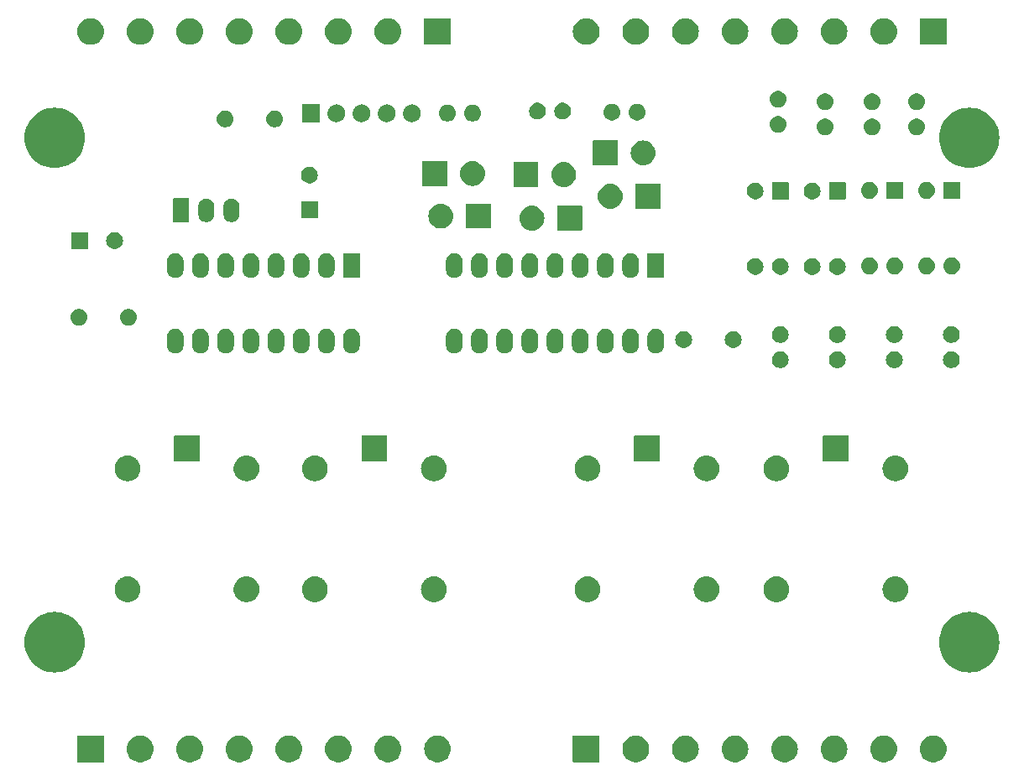
<source format=gbr>
%TF.GenerationSoftware,KiCad,Pcbnew,8.0.0*%
%TF.CreationDate,2024-08-18T15:23:15+02:00*%
%TF.ProjectId,esp32_blinds_controller,65737033-325f-4626-9c69-6e64735f636f,V0.1*%
%TF.SameCoordinates,Original*%
%TF.FileFunction,Soldermask,Top*%
%TF.FilePolarity,Negative*%
%FSLAX46Y46*%
G04 Gerber Fmt 4.6, Leading zero omitted, Abs format (unit mm)*
G04 Created by KiCad (PCBNEW 8.0.0) date 2024-08-18 15:23:15*
%MOMM*%
%LPD*%
G01*
G04 APERTURE LIST*
G04 APERTURE END LIST*
G36*
X109994517Y-132232882D02*
G01*
X110011062Y-132243938D01*
X110022118Y-132260483D01*
X110026000Y-132280000D01*
X110026000Y-134880000D01*
X110022118Y-134899517D01*
X110011062Y-134916062D01*
X109994517Y-134927118D01*
X109975000Y-134931000D01*
X107375000Y-134931000D01*
X107355483Y-134927118D01*
X107338938Y-134916062D01*
X107327882Y-134899517D01*
X107324000Y-134880000D01*
X107324000Y-132280000D01*
X107327882Y-132260483D01*
X107338938Y-132243938D01*
X107355483Y-132232882D01*
X107375000Y-132229000D01*
X109975000Y-132229000D01*
X109994517Y-132232882D01*
G37*
G36*
X159994517Y-132232882D02*
G01*
X160011062Y-132243938D01*
X160022118Y-132260483D01*
X160026000Y-132280000D01*
X160026000Y-134880000D01*
X160022118Y-134899517D01*
X160011062Y-134916062D01*
X159994517Y-134927118D01*
X159975000Y-134931000D01*
X157375000Y-134931000D01*
X157355483Y-134927118D01*
X157338938Y-134916062D01*
X157327882Y-134899517D01*
X157324000Y-134880000D01*
X157324000Y-132280000D01*
X157327882Y-132260483D01*
X157338938Y-132243938D01*
X157355483Y-132232882D01*
X157375000Y-132229000D01*
X159975000Y-132229000D01*
X159994517Y-132232882D01*
G37*
G36*
X114006651Y-132270340D02*
G01*
X114217691Y-132342790D01*
X114413927Y-132448988D01*
X114590007Y-132586037D01*
X114741129Y-132750199D01*
X114863169Y-132936995D01*
X114952799Y-133141331D01*
X115007574Y-133357633D01*
X115026000Y-133580000D01*
X115007574Y-133802367D01*
X114952799Y-134018669D01*
X114863169Y-134223005D01*
X114741129Y-134409801D01*
X114590007Y-134573963D01*
X114413927Y-134711012D01*
X114217691Y-134817210D01*
X114006651Y-134889660D01*
X113786565Y-134926386D01*
X113563435Y-134926386D01*
X113343349Y-134889660D01*
X113132309Y-134817210D01*
X112936073Y-134711012D01*
X112759993Y-134573963D01*
X112608871Y-134409801D01*
X112486831Y-134223005D01*
X112397201Y-134018669D01*
X112342426Y-133802367D01*
X112324000Y-133580000D01*
X112342426Y-133357633D01*
X112397201Y-133141331D01*
X112486831Y-132936995D01*
X112608871Y-132750199D01*
X112759993Y-132586037D01*
X112936073Y-132448988D01*
X113132309Y-132342790D01*
X113343349Y-132270340D01*
X113563435Y-132233614D01*
X113786565Y-132233614D01*
X114006651Y-132270340D01*
G37*
G36*
X119006651Y-132270340D02*
G01*
X119217691Y-132342790D01*
X119413927Y-132448988D01*
X119590007Y-132586037D01*
X119741129Y-132750199D01*
X119863169Y-132936995D01*
X119952799Y-133141331D01*
X120007574Y-133357633D01*
X120026000Y-133580000D01*
X120007574Y-133802367D01*
X119952799Y-134018669D01*
X119863169Y-134223005D01*
X119741129Y-134409801D01*
X119590007Y-134573963D01*
X119413927Y-134711012D01*
X119217691Y-134817210D01*
X119006651Y-134889660D01*
X118786565Y-134926386D01*
X118563435Y-134926386D01*
X118343349Y-134889660D01*
X118132309Y-134817210D01*
X117936073Y-134711012D01*
X117759993Y-134573963D01*
X117608871Y-134409801D01*
X117486831Y-134223005D01*
X117397201Y-134018669D01*
X117342426Y-133802367D01*
X117324000Y-133580000D01*
X117342426Y-133357633D01*
X117397201Y-133141331D01*
X117486831Y-132936995D01*
X117608871Y-132750199D01*
X117759993Y-132586037D01*
X117936073Y-132448988D01*
X118132309Y-132342790D01*
X118343349Y-132270340D01*
X118563435Y-132233614D01*
X118786565Y-132233614D01*
X119006651Y-132270340D01*
G37*
G36*
X124006651Y-132270340D02*
G01*
X124217691Y-132342790D01*
X124413927Y-132448988D01*
X124590007Y-132586037D01*
X124741129Y-132750199D01*
X124863169Y-132936995D01*
X124952799Y-133141331D01*
X125007574Y-133357633D01*
X125026000Y-133580000D01*
X125007574Y-133802367D01*
X124952799Y-134018669D01*
X124863169Y-134223005D01*
X124741129Y-134409801D01*
X124590007Y-134573963D01*
X124413927Y-134711012D01*
X124217691Y-134817210D01*
X124006651Y-134889660D01*
X123786565Y-134926386D01*
X123563435Y-134926386D01*
X123343349Y-134889660D01*
X123132309Y-134817210D01*
X122936073Y-134711012D01*
X122759993Y-134573963D01*
X122608871Y-134409801D01*
X122486831Y-134223005D01*
X122397201Y-134018669D01*
X122342426Y-133802367D01*
X122324000Y-133580000D01*
X122342426Y-133357633D01*
X122397201Y-133141331D01*
X122486831Y-132936995D01*
X122608871Y-132750199D01*
X122759993Y-132586037D01*
X122936073Y-132448988D01*
X123132309Y-132342790D01*
X123343349Y-132270340D01*
X123563435Y-132233614D01*
X123786565Y-132233614D01*
X124006651Y-132270340D01*
G37*
G36*
X129006651Y-132270340D02*
G01*
X129217691Y-132342790D01*
X129413927Y-132448988D01*
X129590007Y-132586037D01*
X129741129Y-132750199D01*
X129863169Y-132936995D01*
X129952799Y-133141331D01*
X130007574Y-133357633D01*
X130026000Y-133580000D01*
X130007574Y-133802367D01*
X129952799Y-134018669D01*
X129863169Y-134223005D01*
X129741129Y-134409801D01*
X129590007Y-134573963D01*
X129413927Y-134711012D01*
X129217691Y-134817210D01*
X129006651Y-134889660D01*
X128786565Y-134926386D01*
X128563435Y-134926386D01*
X128343349Y-134889660D01*
X128132309Y-134817210D01*
X127936073Y-134711012D01*
X127759993Y-134573963D01*
X127608871Y-134409801D01*
X127486831Y-134223005D01*
X127397201Y-134018669D01*
X127342426Y-133802367D01*
X127324000Y-133580000D01*
X127342426Y-133357633D01*
X127397201Y-133141331D01*
X127486831Y-132936995D01*
X127608871Y-132750199D01*
X127759993Y-132586037D01*
X127936073Y-132448988D01*
X128132309Y-132342790D01*
X128343349Y-132270340D01*
X128563435Y-132233614D01*
X128786565Y-132233614D01*
X129006651Y-132270340D01*
G37*
G36*
X134006651Y-132270340D02*
G01*
X134217691Y-132342790D01*
X134413927Y-132448988D01*
X134590007Y-132586037D01*
X134741129Y-132750199D01*
X134863169Y-132936995D01*
X134952799Y-133141331D01*
X135007574Y-133357633D01*
X135026000Y-133580000D01*
X135007574Y-133802367D01*
X134952799Y-134018669D01*
X134863169Y-134223005D01*
X134741129Y-134409801D01*
X134590007Y-134573963D01*
X134413927Y-134711012D01*
X134217691Y-134817210D01*
X134006651Y-134889660D01*
X133786565Y-134926386D01*
X133563435Y-134926386D01*
X133343349Y-134889660D01*
X133132309Y-134817210D01*
X132936073Y-134711012D01*
X132759993Y-134573963D01*
X132608871Y-134409801D01*
X132486831Y-134223005D01*
X132397201Y-134018669D01*
X132342426Y-133802367D01*
X132324000Y-133580000D01*
X132342426Y-133357633D01*
X132397201Y-133141331D01*
X132486831Y-132936995D01*
X132608871Y-132750199D01*
X132759993Y-132586037D01*
X132936073Y-132448988D01*
X133132309Y-132342790D01*
X133343349Y-132270340D01*
X133563435Y-132233614D01*
X133786565Y-132233614D01*
X134006651Y-132270340D01*
G37*
G36*
X139006651Y-132270340D02*
G01*
X139217691Y-132342790D01*
X139413927Y-132448988D01*
X139590007Y-132586037D01*
X139741129Y-132750199D01*
X139863169Y-132936995D01*
X139952799Y-133141331D01*
X140007574Y-133357633D01*
X140026000Y-133580000D01*
X140007574Y-133802367D01*
X139952799Y-134018669D01*
X139863169Y-134223005D01*
X139741129Y-134409801D01*
X139590007Y-134573963D01*
X139413927Y-134711012D01*
X139217691Y-134817210D01*
X139006651Y-134889660D01*
X138786565Y-134926386D01*
X138563435Y-134926386D01*
X138343349Y-134889660D01*
X138132309Y-134817210D01*
X137936073Y-134711012D01*
X137759993Y-134573963D01*
X137608871Y-134409801D01*
X137486831Y-134223005D01*
X137397201Y-134018669D01*
X137342426Y-133802367D01*
X137324000Y-133580000D01*
X137342426Y-133357633D01*
X137397201Y-133141331D01*
X137486831Y-132936995D01*
X137608871Y-132750199D01*
X137759993Y-132586037D01*
X137936073Y-132448988D01*
X138132309Y-132342790D01*
X138343349Y-132270340D01*
X138563435Y-132233614D01*
X138786565Y-132233614D01*
X139006651Y-132270340D01*
G37*
G36*
X144006651Y-132270340D02*
G01*
X144217691Y-132342790D01*
X144413927Y-132448988D01*
X144590007Y-132586037D01*
X144741129Y-132750199D01*
X144863169Y-132936995D01*
X144952799Y-133141331D01*
X145007574Y-133357633D01*
X145026000Y-133580000D01*
X145007574Y-133802367D01*
X144952799Y-134018669D01*
X144863169Y-134223005D01*
X144741129Y-134409801D01*
X144590007Y-134573963D01*
X144413927Y-134711012D01*
X144217691Y-134817210D01*
X144006651Y-134889660D01*
X143786565Y-134926386D01*
X143563435Y-134926386D01*
X143343349Y-134889660D01*
X143132309Y-134817210D01*
X142936073Y-134711012D01*
X142759993Y-134573963D01*
X142608871Y-134409801D01*
X142486831Y-134223005D01*
X142397201Y-134018669D01*
X142342426Y-133802367D01*
X142324000Y-133580000D01*
X142342426Y-133357633D01*
X142397201Y-133141331D01*
X142486831Y-132936995D01*
X142608871Y-132750199D01*
X142759993Y-132586037D01*
X142936073Y-132448988D01*
X143132309Y-132342790D01*
X143343349Y-132270340D01*
X143563435Y-132233614D01*
X143786565Y-132233614D01*
X144006651Y-132270340D01*
G37*
G36*
X164006651Y-132270340D02*
G01*
X164217691Y-132342790D01*
X164413927Y-132448988D01*
X164590007Y-132586037D01*
X164741129Y-132750199D01*
X164863169Y-132936995D01*
X164952799Y-133141331D01*
X165007574Y-133357633D01*
X165026000Y-133580000D01*
X165007574Y-133802367D01*
X164952799Y-134018669D01*
X164863169Y-134223005D01*
X164741129Y-134409801D01*
X164590007Y-134573963D01*
X164413927Y-134711012D01*
X164217691Y-134817210D01*
X164006651Y-134889660D01*
X163786565Y-134926386D01*
X163563435Y-134926386D01*
X163343349Y-134889660D01*
X163132309Y-134817210D01*
X162936073Y-134711012D01*
X162759993Y-134573963D01*
X162608871Y-134409801D01*
X162486831Y-134223005D01*
X162397201Y-134018669D01*
X162342426Y-133802367D01*
X162324000Y-133580000D01*
X162342426Y-133357633D01*
X162397201Y-133141331D01*
X162486831Y-132936995D01*
X162608871Y-132750199D01*
X162759993Y-132586037D01*
X162936073Y-132448988D01*
X163132309Y-132342790D01*
X163343349Y-132270340D01*
X163563435Y-132233614D01*
X163786565Y-132233614D01*
X164006651Y-132270340D01*
G37*
G36*
X169006651Y-132270340D02*
G01*
X169217691Y-132342790D01*
X169413927Y-132448988D01*
X169590007Y-132586037D01*
X169741129Y-132750199D01*
X169863169Y-132936995D01*
X169952799Y-133141331D01*
X170007574Y-133357633D01*
X170026000Y-133580000D01*
X170007574Y-133802367D01*
X169952799Y-134018669D01*
X169863169Y-134223005D01*
X169741129Y-134409801D01*
X169590007Y-134573963D01*
X169413927Y-134711012D01*
X169217691Y-134817210D01*
X169006651Y-134889660D01*
X168786565Y-134926386D01*
X168563435Y-134926386D01*
X168343349Y-134889660D01*
X168132309Y-134817210D01*
X167936073Y-134711012D01*
X167759993Y-134573963D01*
X167608871Y-134409801D01*
X167486831Y-134223005D01*
X167397201Y-134018669D01*
X167342426Y-133802367D01*
X167324000Y-133580000D01*
X167342426Y-133357633D01*
X167397201Y-133141331D01*
X167486831Y-132936995D01*
X167608871Y-132750199D01*
X167759993Y-132586037D01*
X167936073Y-132448988D01*
X168132309Y-132342790D01*
X168343349Y-132270340D01*
X168563435Y-132233614D01*
X168786565Y-132233614D01*
X169006651Y-132270340D01*
G37*
G36*
X174006651Y-132270340D02*
G01*
X174217691Y-132342790D01*
X174413927Y-132448988D01*
X174590007Y-132586037D01*
X174741129Y-132750199D01*
X174863169Y-132936995D01*
X174952799Y-133141331D01*
X175007574Y-133357633D01*
X175026000Y-133580000D01*
X175007574Y-133802367D01*
X174952799Y-134018669D01*
X174863169Y-134223005D01*
X174741129Y-134409801D01*
X174590007Y-134573963D01*
X174413927Y-134711012D01*
X174217691Y-134817210D01*
X174006651Y-134889660D01*
X173786565Y-134926386D01*
X173563435Y-134926386D01*
X173343349Y-134889660D01*
X173132309Y-134817210D01*
X172936073Y-134711012D01*
X172759993Y-134573963D01*
X172608871Y-134409801D01*
X172486831Y-134223005D01*
X172397201Y-134018669D01*
X172342426Y-133802367D01*
X172324000Y-133580000D01*
X172342426Y-133357633D01*
X172397201Y-133141331D01*
X172486831Y-132936995D01*
X172608871Y-132750199D01*
X172759993Y-132586037D01*
X172936073Y-132448988D01*
X173132309Y-132342790D01*
X173343349Y-132270340D01*
X173563435Y-132233614D01*
X173786565Y-132233614D01*
X174006651Y-132270340D01*
G37*
G36*
X179006651Y-132270340D02*
G01*
X179217691Y-132342790D01*
X179413927Y-132448988D01*
X179590007Y-132586037D01*
X179741129Y-132750199D01*
X179863169Y-132936995D01*
X179952799Y-133141331D01*
X180007574Y-133357633D01*
X180026000Y-133580000D01*
X180007574Y-133802367D01*
X179952799Y-134018669D01*
X179863169Y-134223005D01*
X179741129Y-134409801D01*
X179590007Y-134573963D01*
X179413927Y-134711012D01*
X179217691Y-134817210D01*
X179006651Y-134889660D01*
X178786565Y-134926386D01*
X178563435Y-134926386D01*
X178343349Y-134889660D01*
X178132309Y-134817210D01*
X177936073Y-134711012D01*
X177759993Y-134573963D01*
X177608871Y-134409801D01*
X177486831Y-134223005D01*
X177397201Y-134018669D01*
X177342426Y-133802367D01*
X177324000Y-133580000D01*
X177342426Y-133357633D01*
X177397201Y-133141331D01*
X177486831Y-132936995D01*
X177608871Y-132750199D01*
X177759993Y-132586037D01*
X177936073Y-132448988D01*
X178132309Y-132342790D01*
X178343349Y-132270340D01*
X178563435Y-132233614D01*
X178786565Y-132233614D01*
X179006651Y-132270340D01*
G37*
G36*
X184006651Y-132270340D02*
G01*
X184217691Y-132342790D01*
X184413927Y-132448988D01*
X184590007Y-132586037D01*
X184741129Y-132750199D01*
X184863169Y-132936995D01*
X184952799Y-133141331D01*
X185007574Y-133357633D01*
X185026000Y-133580000D01*
X185007574Y-133802367D01*
X184952799Y-134018669D01*
X184863169Y-134223005D01*
X184741129Y-134409801D01*
X184590007Y-134573963D01*
X184413927Y-134711012D01*
X184217691Y-134817210D01*
X184006651Y-134889660D01*
X183786565Y-134926386D01*
X183563435Y-134926386D01*
X183343349Y-134889660D01*
X183132309Y-134817210D01*
X182936073Y-134711012D01*
X182759993Y-134573963D01*
X182608871Y-134409801D01*
X182486831Y-134223005D01*
X182397201Y-134018669D01*
X182342426Y-133802367D01*
X182324000Y-133580000D01*
X182342426Y-133357633D01*
X182397201Y-133141331D01*
X182486831Y-132936995D01*
X182608871Y-132750199D01*
X182759993Y-132586037D01*
X182936073Y-132448988D01*
X183132309Y-132342790D01*
X183343349Y-132270340D01*
X183563435Y-132233614D01*
X183786565Y-132233614D01*
X184006651Y-132270340D01*
G37*
G36*
X189006651Y-132270340D02*
G01*
X189217691Y-132342790D01*
X189413927Y-132448988D01*
X189590007Y-132586037D01*
X189741129Y-132750199D01*
X189863169Y-132936995D01*
X189952799Y-133141331D01*
X190007574Y-133357633D01*
X190026000Y-133580000D01*
X190007574Y-133802367D01*
X189952799Y-134018669D01*
X189863169Y-134223005D01*
X189741129Y-134409801D01*
X189590007Y-134573963D01*
X189413927Y-134711012D01*
X189217691Y-134817210D01*
X189006651Y-134889660D01*
X188786565Y-134926386D01*
X188563435Y-134926386D01*
X188343349Y-134889660D01*
X188132309Y-134817210D01*
X187936073Y-134711012D01*
X187759993Y-134573963D01*
X187608871Y-134409801D01*
X187486831Y-134223005D01*
X187397201Y-134018669D01*
X187342426Y-133802367D01*
X187324000Y-133580000D01*
X187342426Y-133357633D01*
X187397201Y-133141331D01*
X187486831Y-132936995D01*
X187608871Y-132750199D01*
X187759993Y-132586037D01*
X187936073Y-132448988D01*
X188132309Y-132342790D01*
X188343349Y-132270340D01*
X188563435Y-132233614D01*
X188786565Y-132233614D01*
X189006651Y-132270340D01*
G37*
G36*
X194006651Y-132270340D02*
G01*
X194217691Y-132342790D01*
X194413927Y-132448988D01*
X194590007Y-132586037D01*
X194741129Y-132750199D01*
X194863169Y-132936995D01*
X194952799Y-133141331D01*
X195007574Y-133357633D01*
X195026000Y-133580000D01*
X195007574Y-133802367D01*
X194952799Y-134018669D01*
X194863169Y-134223005D01*
X194741129Y-134409801D01*
X194590007Y-134573963D01*
X194413927Y-134711012D01*
X194217691Y-134817210D01*
X194006651Y-134889660D01*
X193786565Y-134926386D01*
X193563435Y-134926386D01*
X193343349Y-134889660D01*
X193132309Y-134817210D01*
X192936073Y-134711012D01*
X192759993Y-134573963D01*
X192608871Y-134409801D01*
X192486831Y-134223005D01*
X192397201Y-134018669D01*
X192342426Y-133802367D01*
X192324000Y-133580000D01*
X192342426Y-133357633D01*
X192397201Y-133141331D01*
X192486831Y-132936995D01*
X192608871Y-132750199D01*
X192759993Y-132586037D01*
X192936073Y-132448988D01*
X193132309Y-132342790D01*
X193343349Y-132270340D01*
X193563435Y-132233614D01*
X193786565Y-132233614D01*
X194006651Y-132270340D01*
G37*
G36*
X105391604Y-119768184D02*
G01*
X105728911Y-119825495D01*
X106057681Y-119920212D01*
X106373779Y-120051144D01*
X106673230Y-120216644D01*
X106952267Y-120414632D01*
X107207383Y-120642617D01*
X107435368Y-120897733D01*
X107633356Y-121176770D01*
X107798856Y-121476221D01*
X107929788Y-121792319D01*
X108024505Y-122121089D01*
X108081816Y-122458396D01*
X108101000Y-122800000D01*
X108081816Y-123141604D01*
X108024505Y-123478911D01*
X107929788Y-123807681D01*
X107798856Y-124123779D01*
X107633356Y-124423230D01*
X107435368Y-124702267D01*
X107207383Y-124957383D01*
X106952267Y-125185368D01*
X106673230Y-125383356D01*
X106373779Y-125548856D01*
X106057681Y-125679788D01*
X105728911Y-125774505D01*
X105391604Y-125831816D01*
X105050000Y-125851000D01*
X104708396Y-125831816D01*
X104371089Y-125774505D01*
X104042319Y-125679788D01*
X103726221Y-125548856D01*
X103426770Y-125383356D01*
X103147733Y-125185368D01*
X102892617Y-124957383D01*
X102664632Y-124702267D01*
X102466644Y-124423230D01*
X102301144Y-124123779D01*
X102170212Y-123807681D01*
X102075495Y-123478911D01*
X102018184Y-123141604D01*
X101999000Y-122800000D01*
X102018184Y-122458396D01*
X102075495Y-122121089D01*
X102170212Y-121792319D01*
X102301144Y-121476221D01*
X102466644Y-121176770D01*
X102664632Y-120897733D01*
X102892617Y-120642617D01*
X103147733Y-120414632D01*
X103426770Y-120216644D01*
X103726221Y-120051144D01*
X104042319Y-119920212D01*
X104371089Y-119825495D01*
X104708396Y-119768184D01*
X105050000Y-119749000D01*
X105391604Y-119768184D01*
G37*
G36*
X197641604Y-119768184D02*
G01*
X197978911Y-119825495D01*
X198307681Y-119920212D01*
X198623779Y-120051144D01*
X198923230Y-120216644D01*
X199202267Y-120414632D01*
X199457383Y-120642617D01*
X199685368Y-120897733D01*
X199883356Y-121176770D01*
X200048856Y-121476221D01*
X200179788Y-121792319D01*
X200274505Y-122121089D01*
X200331816Y-122458396D01*
X200351000Y-122800000D01*
X200331816Y-123141604D01*
X200274505Y-123478911D01*
X200179788Y-123807681D01*
X200048856Y-124123779D01*
X199883356Y-124423230D01*
X199685368Y-124702267D01*
X199457383Y-124957383D01*
X199202267Y-125185368D01*
X198923230Y-125383356D01*
X198623779Y-125548856D01*
X198307681Y-125679788D01*
X197978911Y-125774505D01*
X197641604Y-125831816D01*
X197300000Y-125851000D01*
X196958396Y-125831816D01*
X196621089Y-125774505D01*
X196292319Y-125679788D01*
X195976221Y-125548856D01*
X195676770Y-125383356D01*
X195397733Y-125185368D01*
X195142617Y-124957383D01*
X194914632Y-124702267D01*
X194716644Y-124423230D01*
X194551144Y-124123779D01*
X194420212Y-123807681D01*
X194325495Y-123478911D01*
X194268184Y-123141604D01*
X194249000Y-122800000D01*
X194268184Y-122458396D01*
X194325495Y-122121089D01*
X194420212Y-121792319D01*
X194551144Y-121476221D01*
X194716644Y-121176770D01*
X194914632Y-120897733D01*
X195142617Y-120642617D01*
X195397733Y-120414632D01*
X195676770Y-120216644D01*
X195976221Y-120051144D01*
X196292319Y-119920212D01*
X196621089Y-119825495D01*
X196958396Y-119768184D01*
X197300000Y-119749000D01*
X197641604Y-119768184D01*
G37*
G36*
X112452738Y-116153614D02*
G01*
X112507422Y-116153614D01*
X112567691Y-116163671D01*
X112625916Y-116168765D01*
X112671638Y-116181016D01*
X112719333Y-116188975D01*
X112783313Y-116210939D01*
X112844968Y-116227460D01*
X112882736Y-116245071D01*
X112922536Y-116258735D01*
X112987922Y-116294120D01*
X113050500Y-116323301D01*
X113079961Y-116343930D01*
X113111487Y-116360991D01*
X113175661Y-116410939D01*
X113236267Y-116453376D01*
X113257625Y-116474734D01*
X113281029Y-116492950D01*
X113341154Y-116558263D01*
X113396624Y-116613733D01*
X113410624Y-116633728D01*
X113426532Y-116651008D01*
X113479603Y-116732240D01*
X113526699Y-116799500D01*
X113534560Y-116816358D01*
X113544045Y-116830876D01*
X113587094Y-116929019D01*
X113622540Y-117005032D01*
X113625841Y-117017351D01*
X113630346Y-117027622D01*
X113660513Y-117146752D01*
X113681235Y-117224084D01*
X113681835Y-117230949D01*
X113683087Y-117235891D01*
X113697748Y-117412839D01*
X113701000Y-117450000D01*
X113697748Y-117487163D01*
X113683087Y-117664108D01*
X113681835Y-117669048D01*
X113681235Y-117675916D01*
X113660509Y-117753265D01*
X113630346Y-117872377D01*
X113625841Y-117882645D01*
X113622540Y-117894968D01*
X113587087Y-117970996D01*
X113544045Y-118069123D01*
X113534561Y-118083638D01*
X113526699Y-118100500D01*
X113479593Y-118167773D01*
X113426532Y-118248991D01*
X113410627Y-118266267D01*
X113396624Y-118286267D01*
X113341142Y-118341748D01*
X113281029Y-118407049D01*
X113257629Y-118425261D01*
X113236267Y-118446624D01*
X113175648Y-118489069D01*
X113111487Y-118539008D01*
X113079967Y-118556065D01*
X113050500Y-118576699D01*
X112987908Y-118605885D01*
X112922536Y-118641264D01*
X112882744Y-118654924D01*
X112844968Y-118672540D01*
X112783300Y-118689063D01*
X112719333Y-118711024D01*
X112671646Y-118718981D01*
X112625916Y-118731235D01*
X112567688Y-118736329D01*
X112507422Y-118746386D01*
X112452738Y-118746386D01*
X112400000Y-118751000D01*
X112347262Y-118746386D01*
X112292578Y-118746386D01*
X112232311Y-118736329D01*
X112174084Y-118731235D01*
X112128355Y-118718981D01*
X112080666Y-118711024D01*
X112016694Y-118689062D01*
X111955032Y-118672540D01*
X111917257Y-118654925D01*
X111877463Y-118641264D01*
X111812083Y-118605882D01*
X111749500Y-118576699D01*
X111720035Y-118556067D01*
X111688512Y-118539008D01*
X111624341Y-118489062D01*
X111563733Y-118446624D01*
X111542373Y-118425264D01*
X111518970Y-118407049D01*
X111458844Y-118341735D01*
X111403376Y-118286267D01*
X111389375Y-118266272D01*
X111373467Y-118248991D01*
X111320391Y-118167752D01*
X111273301Y-118100500D01*
X111265440Y-118083643D01*
X111255954Y-118069123D01*
X111212895Y-117970960D01*
X111177460Y-117894968D01*
X111174159Y-117882651D01*
X111169653Y-117872377D01*
X111139472Y-117753197D01*
X111118765Y-117675916D01*
X111118164Y-117669054D01*
X111116912Y-117664108D01*
X111102232Y-117486947D01*
X111099000Y-117450000D01*
X111102232Y-117413055D01*
X111116912Y-117235891D01*
X111118164Y-117230943D01*
X111118765Y-117224084D01*
X111139467Y-117146820D01*
X111169653Y-117027622D01*
X111174160Y-117017346D01*
X111177460Y-117005032D01*
X111212888Y-116929055D01*
X111255954Y-116830876D01*
X111265442Y-116816352D01*
X111273301Y-116799500D01*
X111320381Y-116732261D01*
X111373467Y-116651008D01*
X111389378Y-116633723D01*
X111403376Y-116613733D01*
X111458833Y-116558275D01*
X111518970Y-116492950D01*
X111542378Y-116474730D01*
X111563733Y-116453376D01*
X111624328Y-116410946D01*
X111688512Y-116360991D01*
X111720041Y-116343927D01*
X111749500Y-116323301D01*
X111812070Y-116294123D01*
X111877463Y-116258735D01*
X111917265Y-116245070D01*
X111955032Y-116227460D01*
X112016681Y-116210941D01*
X112080666Y-116188975D01*
X112128362Y-116181016D01*
X112174084Y-116168765D01*
X112232307Y-116163671D01*
X112292578Y-116153614D01*
X112347262Y-116153614D01*
X112400000Y-116149000D01*
X112452738Y-116153614D01*
G37*
G36*
X124452738Y-116153614D02*
G01*
X124507422Y-116153614D01*
X124567691Y-116163671D01*
X124625916Y-116168765D01*
X124671638Y-116181016D01*
X124719333Y-116188975D01*
X124783313Y-116210939D01*
X124844968Y-116227460D01*
X124882736Y-116245071D01*
X124922536Y-116258735D01*
X124987922Y-116294120D01*
X125050500Y-116323301D01*
X125079961Y-116343930D01*
X125111487Y-116360991D01*
X125175661Y-116410939D01*
X125236267Y-116453376D01*
X125257625Y-116474734D01*
X125281029Y-116492950D01*
X125341154Y-116558263D01*
X125396624Y-116613733D01*
X125410624Y-116633728D01*
X125426532Y-116651008D01*
X125479603Y-116732240D01*
X125526699Y-116799500D01*
X125534560Y-116816358D01*
X125544045Y-116830876D01*
X125587094Y-116929019D01*
X125622540Y-117005032D01*
X125625841Y-117017351D01*
X125630346Y-117027622D01*
X125660513Y-117146752D01*
X125681235Y-117224084D01*
X125681835Y-117230949D01*
X125683087Y-117235891D01*
X125697748Y-117412839D01*
X125701000Y-117450000D01*
X125697748Y-117487163D01*
X125683087Y-117664108D01*
X125681835Y-117669048D01*
X125681235Y-117675916D01*
X125660509Y-117753265D01*
X125630346Y-117872377D01*
X125625841Y-117882645D01*
X125622540Y-117894968D01*
X125587087Y-117970996D01*
X125544045Y-118069123D01*
X125534561Y-118083638D01*
X125526699Y-118100500D01*
X125479593Y-118167773D01*
X125426532Y-118248991D01*
X125410627Y-118266267D01*
X125396624Y-118286267D01*
X125341142Y-118341748D01*
X125281029Y-118407049D01*
X125257629Y-118425261D01*
X125236267Y-118446624D01*
X125175648Y-118489069D01*
X125111487Y-118539008D01*
X125079967Y-118556065D01*
X125050500Y-118576699D01*
X124987908Y-118605885D01*
X124922536Y-118641264D01*
X124882744Y-118654924D01*
X124844968Y-118672540D01*
X124783300Y-118689063D01*
X124719333Y-118711024D01*
X124671646Y-118718981D01*
X124625916Y-118731235D01*
X124567688Y-118736329D01*
X124507422Y-118746386D01*
X124452738Y-118746386D01*
X124400000Y-118751000D01*
X124347262Y-118746386D01*
X124292578Y-118746386D01*
X124232311Y-118736329D01*
X124174084Y-118731235D01*
X124128355Y-118718981D01*
X124080666Y-118711024D01*
X124016694Y-118689062D01*
X123955032Y-118672540D01*
X123917257Y-118654925D01*
X123877463Y-118641264D01*
X123812083Y-118605882D01*
X123749500Y-118576699D01*
X123720035Y-118556067D01*
X123688512Y-118539008D01*
X123624341Y-118489062D01*
X123563733Y-118446624D01*
X123542373Y-118425264D01*
X123518970Y-118407049D01*
X123458844Y-118341735D01*
X123403376Y-118286267D01*
X123389375Y-118266272D01*
X123373467Y-118248991D01*
X123320391Y-118167752D01*
X123273301Y-118100500D01*
X123265440Y-118083643D01*
X123255954Y-118069123D01*
X123212895Y-117970960D01*
X123177460Y-117894968D01*
X123174159Y-117882651D01*
X123169653Y-117872377D01*
X123139472Y-117753197D01*
X123118765Y-117675916D01*
X123118164Y-117669054D01*
X123116912Y-117664108D01*
X123102232Y-117486947D01*
X123099000Y-117450000D01*
X123102232Y-117413055D01*
X123116912Y-117235891D01*
X123118164Y-117230943D01*
X123118765Y-117224084D01*
X123139467Y-117146820D01*
X123169653Y-117027622D01*
X123174160Y-117017346D01*
X123177460Y-117005032D01*
X123212888Y-116929055D01*
X123255954Y-116830876D01*
X123265442Y-116816352D01*
X123273301Y-116799500D01*
X123320381Y-116732261D01*
X123373467Y-116651008D01*
X123389378Y-116633723D01*
X123403376Y-116613733D01*
X123458833Y-116558275D01*
X123518970Y-116492950D01*
X123542378Y-116474730D01*
X123563733Y-116453376D01*
X123624328Y-116410946D01*
X123688512Y-116360991D01*
X123720041Y-116343927D01*
X123749500Y-116323301D01*
X123812070Y-116294123D01*
X123877463Y-116258735D01*
X123917265Y-116245070D01*
X123955032Y-116227460D01*
X124016681Y-116210941D01*
X124080666Y-116188975D01*
X124128362Y-116181016D01*
X124174084Y-116168765D01*
X124232307Y-116163671D01*
X124292578Y-116153614D01*
X124347262Y-116153614D01*
X124400000Y-116149000D01*
X124452738Y-116153614D01*
G37*
G36*
X131352738Y-116153614D02*
G01*
X131407422Y-116153614D01*
X131467691Y-116163671D01*
X131525916Y-116168765D01*
X131571638Y-116181016D01*
X131619333Y-116188975D01*
X131683313Y-116210939D01*
X131744968Y-116227460D01*
X131782736Y-116245071D01*
X131822536Y-116258735D01*
X131887922Y-116294120D01*
X131950500Y-116323301D01*
X131979961Y-116343930D01*
X132011487Y-116360991D01*
X132075661Y-116410939D01*
X132136267Y-116453376D01*
X132157625Y-116474734D01*
X132181029Y-116492950D01*
X132241154Y-116558263D01*
X132296624Y-116613733D01*
X132310624Y-116633728D01*
X132326532Y-116651008D01*
X132379603Y-116732240D01*
X132426699Y-116799500D01*
X132434560Y-116816358D01*
X132444045Y-116830876D01*
X132487094Y-116929019D01*
X132522540Y-117005032D01*
X132525841Y-117017351D01*
X132530346Y-117027622D01*
X132560513Y-117146752D01*
X132581235Y-117224084D01*
X132581835Y-117230949D01*
X132583087Y-117235891D01*
X132597748Y-117412839D01*
X132601000Y-117450000D01*
X132597748Y-117487163D01*
X132583087Y-117664108D01*
X132581835Y-117669048D01*
X132581235Y-117675916D01*
X132560509Y-117753265D01*
X132530346Y-117872377D01*
X132525841Y-117882645D01*
X132522540Y-117894968D01*
X132487087Y-117970996D01*
X132444045Y-118069123D01*
X132434561Y-118083638D01*
X132426699Y-118100500D01*
X132379593Y-118167773D01*
X132326532Y-118248991D01*
X132310627Y-118266267D01*
X132296624Y-118286267D01*
X132241142Y-118341748D01*
X132181029Y-118407049D01*
X132157629Y-118425261D01*
X132136267Y-118446624D01*
X132075648Y-118489069D01*
X132011487Y-118539008D01*
X131979967Y-118556065D01*
X131950500Y-118576699D01*
X131887908Y-118605885D01*
X131822536Y-118641264D01*
X131782744Y-118654924D01*
X131744968Y-118672540D01*
X131683300Y-118689063D01*
X131619333Y-118711024D01*
X131571646Y-118718981D01*
X131525916Y-118731235D01*
X131467688Y-118736329D01*
X131407422Y-118746386D01*
X131352738Y-118746386D01*
X131300000Y-118751000D01*
X131247262Y-118746386D01*
X131192578Y-118746386D01*
X131132311Y-118736329D01*
X131074084Y-118731235D01*
X131028355Y-118718981D01*
X130980666Y-118711024D01*
X130916694Y-118689062D01*
X130855032Y-118672540D01*
X130817257Y-118654925D01*
X130777463Y-118641264D01*
X130712083Y-118605882D01*
X130649500Y-118576699D01*
X130620035Y-118556067D01*
X130588512Y-118539008D01*
X130524341Y-118489062D01*
X130463733Y-118446624D01*
X130442373Y-118425264D01*
X130418970Y-118407049D01*
X130358844Y-118341735D01*
X130303376Y-118286267D01*
X130289375Y-118266272D01*
X130273467Y-118248991D01*
X130220391Y-118167752D01*
X130173301Y-118100500D01*
X130165440Y-118083643D01*
X130155954Y-118069123D01*
X130112895Y-117970960D01*
X130077460Y-117894968D01*
X130074159Y-117882651D01*
X130069653Y-117872377D01*
X130039472Y-117753197D01*
X130018765Y-117675916D01*
X130018164Y-117669054D01*
X130016912Y-117664108D01*
X130002232Y-117486947D01*
X129999000Y-117450000D01*
X130002232Y-117413055D01*
X130016912Y-117235891D01*
X130018164Y-117230943D01*
X130018765Y-117224084D01*
X130039467Y-117146820D01*
X130069653Y-117027622D01*
X130074160Y-117017346D01*
X130077460Y-117005032D01*
X130112888Y-116929055D01*
X130155954Y-116830876D01*
X130165442Y-116816352D01*
X130173301Y-116799500D01*
X130220381Y-116732261D01*
X130273467Y-116651008D01*
X130289378Y-116633723D01*
X130303376Y-116613733D01*
X130358833Y-116558275D01*
X130418970Y-116492950D01*
X130442378Y-116474730D01*
X130463733Y-116453376D01*
X130524328Y-116410946D01*
X130588512Y-116360991D01*
X130620041Y-116343927D01*
X130649500Y-116323301D01*
X130712070Y-116294123D01*
X130777463Y-116258735D01*
X130817265Y-116245070D01*
X130855032Y-116227460D01*
X130916681Y-116210941D01*
X130980666Y-116188975D01*
X131028362Y-116181016D01*
X131074084Y-116168765D01*
X131132307Y-116163671D01*
X131192578Y-116153614D01*
X131247262Y-116153614D01*
X131300000Y-116149000D01*
X131352738Y-116153614D01*
G37*
G36*
X143352738Y-116153614D02*
G01*
X143407422Y-116153614D01*
X143467691Y-116163671D01*
X143525916Y-116168765D01*
X143571638Y-116181016D01*
X143619333Y-116188975D01*
X143683313Y-116210939D01*
X143744968Y-116227460D01*
X143782736Y-116245071D01*
X143822536Y-116258735D01*
X143887922Y-116294120D01*
X143950500Y-116323301D01*
X143979961Y-116343930D01*
X144011487Y-116360991D01*
X144075661Y-116410939D01*
X144136267Y-116453376D01*
X144157625Y-116474734D01*
X144181029Y-116492950D01*
X144241154Y-116558263D01*
X144296624Y-116613733D01*
X144310624Y-116633728D01*
X144326532Y-116651008D01*
X144379603Y-116732240D01*
X144426699Y-116799500D01*
X144434560Y-116816358D01*
X144444045Y-116830876D01*
X144487094Y-116929019D01*
X144522540Y-117005032D01*
X144525841Y-117017351D01*
X144530346Y-117027622D01*
X144560513Y-117146752D01*
X144581235Y-117224084D01*
X144581835Y-117230949D01*
X144583087Y-117235891D01*
X144597748Y-117412839D01*
X144601000Y-117450000D01*
X144597748Y-117487163D01*
X144583087Y-117664108D01*
X144581835Y-117669048D01*
X144581235Y-117675916D01*
X144560509Y-117753265D01*
X144530346Y-117872377D01*
X144525841Y-117882645D01*
X144522540Y-117894968D01*
X144487087Y-117970996D01*
X144444045Y-118069123D01*
X144434561Y-118083638D01*
X144426699Y-118100500D01*
X144379593Y-118167773D01*
X144326532Y-118248991D01*
X144310627Y-118266267D01*
X144296624Y-118286267D01*
X144241142Y-118341748D01*
X144181029Y-118407049D01*
X144157629Y-118425261D01*
X144136267Y-118446624D01*
X144075648Y-118489069D01*
X144011487Y-118539008D01*
X143979967Y-118556065D01*
X143950500Y-118576699D01*
X143887908Y-118605885D01*
X143822536Y-118641264D01*
X143782744Y-118654924D01*
X143744968Y-118672540D01*
X143683300Y-118689063D01*
X143619333Y-118711024D01*
X143571646Y-118718981D01*
X143525916Y-118731235D01*
X143467688Y-118736329D01*
X143407422Y-118746386D01*
X143352738Y-118746386D01*
X143300000Y-118751000D01*
X143247262Y-118746386D01*
X143192578Y-118746386D01*
X143132311Y-118736329D01*
X143074084Y-118731235D01*
X143028355Y-118718981D01*
X142980666Y-118711024D01*
X142916694Y-118689062D01*
X142855032Y-118672540D01*
X142817257Y-118654925D01*
X142777463Y-118641264D01*
X142712083Y-118605882D01*
X142649500Y-118576699D01*
X142620035Y-118556067D01*
X142588512Y-118539008D01*
X142524341Y-118489062D01*
X142463733Y-118446624D01*
X142442373Y-118425264D01*
X142418970Y-118407049D01*
X142358844Y-118341735D01*
X142303376Y-118286267D01*
X142289375Y-118266272D01*
X142273467Y-118248991D01*
X142220391Y-118167752D01*
X142173301Y-118100500D01*
X142165440Y-118083643D01*
X142155954Y-118069123D01*
X142112895Y-117970960D01*
X142077460Y-117894968D01*
X142074159Y-117882651D01*
X142069653Y-117872377D01*
X142039472Y-117753197D01*
X142018765Y-117675916D01*
X142018164Y-117669054D01*
X142016912Y-117664108D01*
X142002232Y-117486947D01*
X141999000Y-117450000D01*
X142002232Y-117413055D01*
X142016912Y-117235891D01*
X142018164Y-117230943D01*
X142018765Y-117224084D01*
X142039467Y-117146820D01*
X142069653Y-117027622D01*
X142074160Y-117017346D01*
X142077460Y-117005032D01*
X142112888Y-116929055D01*
X142155954Y-116830876D01*
X142165442Y-116816352D01*
X142173301Y-116799500D01*
X142220381Y-116732261D01*
X142273467Y-116651008D01*
X142289378Y-116633723D01*
X142303376Y-116613733D01*
X142358833Y-116558275D01*
X142418970Y-116492950D01*
X142442378Y-116474730D01*
X142463733Y-116453376D01*
X142524328Y-116410946D01*
X142588512Y-116360991D01*
X142620041Y-116343927D01*
X142649500Y-116323301D01*
X142712070Y-116294123D01*
X142777463Y-116258735D01*
X142817265Y-116245070D01*
X142855032Y-116227460D01*
X142916681Y-116210941D01*
X142980666Y-116188975D01*
X143028362Y-116181016D01*
X143074084Y-116168765D01*
X143132307Y-116163671D01*
X143192578Y-116153614D01*
X143247262Y-116153614D01*
X143300000Y-116149000D01*
X143352738Y-116153614D01*
G37*
G36*
X158852738Y-116153614D02*
G01*
X158907422Y-116153614D01*
X158967691Y-116163671D01*
X159025916Y-116168765D01*
X159071638Y-116181016D01*
X159119333Y-116188975D01*
X159183313Y-116210939D01*
X159244968Y-116227460D01*
X159282736Y-116245071D01*
X159322536Y-116258735D01*
X159387922Y-116294120D01*
X159450500Y-116323301D01*
X159479961Y-116343930D01*
X159511487Y-116360991D01*
X159575661Y-116410939D01*
X159636267Y-116453376D01*
X159657625Y-116474734D01*
X159681029Y-116492950D01*
X159741154Y-116558263D01*
X159796624Y-116613733D01*
X159810624Y-116633728D01*
X159826532Y-116651008D01*
X159879603Y-116732240D01*
X159926699Y-116799500D01*
X159934560Y-116816358D01*
X159944045Y-116830876D01*
X159987094Y-116929019D01*
X160022540Y-117005032D01*
X160025841Y-117017351D01*
X160030346Y-117027622D01*
X160060513Y-117146752D01*
X160081235Y-117224084D01*
X160081835Y-117230949D01*
X160083087Y-117235891D01*
X160097748Y-117412839D01*
X160101000Y-117450000D01*
X160097748Y-117487163D01*
X160083087Y-117664108D01*
X160081835Y-117669048D01*
X160081235Y-117675916D01*
X160060509Y-117753265D01*
X160030346Y-117872377D01*
X160025841Y-117882645D01*
X160022540Y-117894968D01*
X159987087Y-117970996D01*
X159944045Y-118069123D01*
X159934561Y-118083638D01*
X159926699Y-118100500D01*
X159879593Y-118167773D01*
X159826532Y-118248991D01*
X159810627Y-118266267D01*
X159796624Y-118286267D01*
X159741142Y-118341748D01*
X159681029Y-118407049D01*
X159657629Y-118425261D01*
X159636267Y-118446624D01*
X159575648Y-118489069D01*
X159511487Y-118539008D01*
X159479967Y-118556065D01*
X159450500Y-118576699D01*
X159387908Y-118605885D01*
X159322536Y-118641264D01*
X159282744Y-118654924D01*
X159244968Y-118672540D01*
X159183300Y-118689063D01*
X159119333Y-118711024D01*
X159071646Y-118718981D01*
X159025916Y-118731235D01*
X158967688Y-118736329D01*
X158907422Y-118746386D01*
X158852738Y-118746386D01*
X158800000Y-118751000D01*
X158747262Y-118746386D01*
X158692578Y-118746386D01*
X158632311Y-118736329D01*
X158574084Y-118731235D01*
X158528355Y-118718981D01*
X158480666Y-118711024D01*
X158416694Y-118689062D01*
X158355032Y-118672540D01*
X158317257Y-118654925D01*
X158277463Y-118641264D01*
X158212083Y-118605882D01*
X158149500Y-118576699D01*
X158120035Y-118556067D01*
X158088512Y-118539008D01*
X158024341Y-118489062D01*
X157963733Y-118446624D01*
X157942373Y-118425264D01*
X157918970Y-118407049D01*
X157858844Y-118341735D01*
X157803376Y-118286267D01*
X157789375Y-118266272D01*
X157773467Y-118248991D01*
X157720391Y-118167752D01*
X157673301Y-118100500D01*
X157665440Y-118083643D01*
X157655954Y-118069123D01*
X157612895Y-117970960D01*
X157577460Y-117894968D01*
X157574159Y-117882651D01*
X157569653Y-117872377D01*
X157539472Y-117753197D01*
X157518765Y-117675916D01*
X157518164Y-117669054D01*
X157516912Y-117664108D01*
X157502232Y-117486947D01*
X157499000Y-117450000D01*
X157502232Y-117413055D01*
X157516912Y-117235891D01*
X157518164Y-117230943D01*
X157518765Y-117224084D01*
X157539467Y-117146820D01*
X157569653Y-117027622D01*
X157574160Y-117017346D01*
X157577460Y-117005032D01*
X157612888Y-116929055D01*
X157655954Y-116830876D01*
X157665442Y-116816352D01*
X157673301Y-116799500D01*
X157720381Y-116732261D01*
X157773467Y-116651008D01*
X157789378Y-116633723D01*
X157803376Y-116613733D01*
X157858833Y-116558275D01*
X157918970Y-116492950D01*
X157942378Y-116474730D01*
X157963733Y-116453376D01*
X158024328Y-116410946D01*
X158088512Y-116360991D01*
X158120041Y-116343927D01*
X158149500Y-116323301D01*
X158212070Y-116294123D01*
X158277463Y-116258735D01*
X158317265Y-116245070D01*
X158355032Y-116227460D01*
X158416681Y-116210941D01*
X158480666Y-116188975D01*
X158528362Y-116181016D01*
X158574084Y-116168765D01*
X158632307Y-116163671D01*
X158692578Y-116153614D01*
X158747262Y-116153614D01*
X158800000Y-116149000D01*
X158852738Y-116153614D01*
G37*
G36*
X170852738Y-116153614D02*
G01*
X170907422Y-116153614D01*
X170967691Y-116163671D01*
X171025916Y-116168765D01*
X171071638Y-116181016D01*
X171119333Y-116188975D01*
X171183313Y-116210939D01*
X171244968Y-116227460D01*
X171282736Y-116245071D01*
X171322536Y-116258735D01*
X171387922Y-116294120D01*
X171450500Y-116323301D01*
X171479961Y-116343930D01*
X171511487Y-116360991D01*
X171575661Y-116410939D01*
X171636267Y-116453376D01*
X171657625Y-116474734D01*
X171681029Y-116492950D01*
X171741154Y-116558263D01*
X171796624Y-116613733D01*
X171810624Y-116633728D01*
X171826532Y-116651008D01*
X171879603Y-116732240D01*
X171926699Y-116799500D01*
X171934560Y-116816358D01*
X171944045Y-116830876D01*
X171987094Y-116929019D01*
X172022540Y-117005032D01*
X172025841Y-117017351D01*
X172030346Y-117027622D01*
X172060513Y-117146752D01*
X172081235Y-117224084D01*
X172081835Y-117230949D01*
X172083087Y-117235891D01*
X172097748Y-117412839D01*
X172101000Y-117450000D01*
X172097748Y-117487163D01*
X172083087Y-117664108D01*
X172081835Y-117669048D01*
X172081235Y-117675916D01*
X172060509Y-117753265D01*
X172030346Y-117872377D01*
X172025841Y-117882645D01*
X172022540Y-117894968D01*
X171987087Y-117970996D01*
X171944045Y-118069123D01*
X171934561Y-118083638D01*
X171926699Y-118100500D01*
X171879593Y-118167773D01*
X171826532Y-118248991D01*
X171810627Y-118266267D01*
X171796624Y-118286267D01*
X171741142Y-118341748D01*
X171681029Y-118407049D01*
X171657629Y-118425261D01*
X171636267Y-118446624D01*
X171575648Y-118489069D01*
X171511487Y-118539008D01*
X171479967Y-118556065D01*
X171450500Y-118576699D01*
X171387908Y-118605885D01*
X171322536Y-118641264D01*
X171282744Y-118654924D01*
X171244968Y-118672540D01*
X171183300Y-118689063D01*
X171119333Y-118711024D01*
X171071646Y-118718981D01*
X171025916Y-118731235D01*
X170967688Y-118736329D01*
X170907422Y-118746386D01*
X170852738Y-118746386D01*
X170800000Y-118751000D01*
X170747262Y-118746386D01*
X170692578Y-118746386D01*
X170632311Y-118736329D01*
X170574084Y-118731235D01*
X170528355Y-118718981D01*
X170480666Y-118711024D01*
X170416694Y-118689062D01*
X170355032Y-118672540D01*
X170317257Y-118654925D01*
X170277463Y-118641264D01*
X170212083Y-118605882D01*
X170149500Y-118576699D01*
X170120035Y-118556067D01*
X170088512Y-118539008D01*
X170024341Y-118489062D01*
X169963733Y-118446624D01*
X169942373Y-118425264D01*
X169918970Y-118407049D01*
X169858844Y-118341735D01*
X169803376Y-118286267D01*
X169789375Y-118266272D01*
X169773467Y-118248991D01*
X169720391Y-118167752D01*
X169673301Y-118100500D01*
X169665440Y-118083643D01*
X169655954Y-118069123D01*
X169612895Y-117970960D01*
X169577460Y-117894968D01*
X169574159Y-117882651D01*
X169569653Y-117872377D01*
X169539472Y-117753197D01*
X169518765Y-117675916D01*
X169518164Y-117669054D01*
X169516912Y-117664108D01*
X169502232Y-117486947D01*
X169499000Y-117450000D01*
X169502232Y-117413055D01*
X169516912Y-117235891D01*
X169518164Y-117230943D01*
X169518765Y-117224084D01*
X169539467Y-117146820D01*
X169569653Y-117027622D01*
X169574160Y-117017346D01*
X169577460Y-117005032D01*
X169612888Y-116929055D01*
X169655954Y-116830876D01*
X169665442Y-116816352D01*
X169673301Y-116799500D01*
X169720381Y-116732261D01*
X169773467Y-116651008D01*
X169789378Y-116633723D01*
X169803376Y-116613733D01*
X169858833Y-116558275D01*
X169918970Y-116492950D01*
X169942378Y-116474730D01*
X169963733Y-116453376D01*
X170024328Y-116410946D01*
X170088512Y-116360991D01*
X170120041Y-116343927D01*
X170149500Y-116323301D01*
X170212070Y-116294123D01*
X170277463Y-116258735D01*
X170317265Y-116245070D01*
X170355032Y-116227460D01*
X170416681Y-116210941D01*
X170480666Y-116188975D01*
X170528362Y-116181016D01*
X170574084Y-116168765D01*
X170632307Y-116163671D01*
X170692578Y-116153614D01*
X170747262Y-116153614D01*
X170800000Y-116149000D01*
X170852738Y-116153614D01*
G37*
G36*
X177902738Y-116153614D02*
G01*
X177957422Y-116153614D01*
X178017691Y-116163671D01*
X178075916Y-116168765D01*
X178121638Y-116181016D01*
X178169333Y-116188975D01*
X178233313Y-116210939D01*
X178294968Y-116227460D01*
X178332736Y-116245071D01*
X178372536Y-116258735D01*
X178437922Y-116294120D01*
X178500500Y-116323301D01*
X178529961Y-116343930D01*
X178561487Y-116360991D01*
X178625661Y-116410939D01*
X178686267Y-116453376D01*
X178707625Y-116474734D01*
X178731029Y-116492950D01*
X178791154Y-116558263D01*
X178846624Y-116613733D01*
X178860624Y-116633728D01*
X178876532Y-116651008D01*
X178929603Y-116732240D01*
X178976699Y-116799500D01*
X178984560Y-116816358D01*
X178994045Y-116830876D01*
X179037094Y-116929019D01*
X179072540Y-117005032D01*
X179075841Y-117017351D01*
X179080346Y-117027622D01*
X179110513Y-117146752D01*
X179131235Y-117224084D01*
X179131835Y-117230949D01*
X179133087Y-117235891D01*
X179147748Y-117412839D01*
X179151000Y-117450000D01*
X179147748Y-117487163D01*
X179133087Y-117664108D01*
X179131835Y-117669048D01*
X179131235Y-117675916D01*
X179110509Y-117753265D01*
X179080346Y-117872377D01*
X179075841Y-117882645D01*
X179072540Y-117894968D01*
X179037087Y-117970996D01*
X178994045Y-118069123D01*
X178984561Y-118083638D01*
X178976699Y-118100500D01*
X178929593Y-118167773D01*
X178876532Y-118248991D01*
X178860627Y-118266267D01*
X178846624Y-118286267D01*
X178791142Y-118341748D01*
X178731029Y-118407049D01*
X178707629Y-118425261D01*
X178686267Y-118446624D01*
X178625648Y-118489069D01*
X178561487Y-118539008D01*
X178529967Y-118556065D01*
X178500500Y-118576699D01*
X178437908Y-118605885D01*
X178372536Y-118641264D01*
X178332744Y-118654924D01*
X178294968Y-118672540D01*
X178233300Y-118689063D01*
X178169333Y-118711024D01*
X178121646Y-118718981D01*
X178075916Y-118731235D01*
X178017688Y-118736329D01*
X177957422Y-118746386D01*
X177902738Y-118746386D01*
X177850000Y-118751000D01*
X177797262Y-118746386D01*
X177742578Y-118746386D01*
X177682311Y-118736329D01*
X177624084Y-118731235D01*
X177578355Y-118718981D01*
X177530666Y-118711024D01*
X177466694Y-118689062D01*
X177405032Y-118672540D01*
X177367257Y-118654925D01*
X177327463Y-118641264D01*
X177262083Y-118605882D01*
X177199500Y-118576699D01*
X177170035Y-118556067D01*
X177138512Y-118539008D01*
X177074341Y-118489062D01*
X177013733Y-118446624D01*
X176992373Y-118425264D01*
X176968970Y-118407049D01*
X176908844Y-118341735D01*
X176853376Y-118286267D01*
X176839375Y-118266272D01*
X176823467Y-118248991D01*
X176770391Y-118167752D01*
X176723301Y-118100500D01*
X176715440Y-118083643D01*
X176705954Y-118069123D01*
X176662895Y-117970960D01*
X176627460Y-117894968D01*
X176624159Y-117882651D01*
X176619653Y-117872377D01*
X176589472Y-117753197D01*
X176568765Y-117675916D01*
X176568164Y-117669054D01*
X176566912Y-117664108D01*
X176552232Y-117486947D01*
X176549000Y-117450000D01*
X176552232Y-117413055D01*
X176566912Y-117235891D01*
X176568164Y-117230943D01*
X176568765Y-117224084D01*
X176589467Y-117146820D01*
X176619653Y-117027622D01*
X176624160Y-117017346D01*
X176627460Y-117005032D01*
X176662888Y-116929055D01*
X176705954Y-116830876D01*
X176715442Y-116816352D01*
X176723301Y-116799500D01*
X176770381Y-116732261D01*
X176823467Y-116651008D01*
X176839378Y-116633723D01*
X176853376Y-116613733D01*
X176908833Y-116558275D01*
X176968970Y-116492950D01*
X176992378Y-116474730D01*
X177013733Y-116453376D01*
X177074328Y-116410946D01*
X177138512Y-116360991D01*
X177170041Y-116343927D01*
X177199500Y-116323301D01*
X177262070Y-116294123D01*
X177327463Y-116258735D01*
X177367265Y-116245070D01*
X177405032Y-116227460D01*
X177466681Y-116210941D01*
X177530666Y-116188975D01*
X177578362Y-116181016D01*
X177624084Y-116168765D01*
X177682307Y-116163671D01*
X177742578Y-116153614D01*
X177797262Y-116153614D01*
X177850000Y-116149000D01*
X177902738Y-116153614D01*
G37*
G36*
X189902738Y-116153614D02*
G01*
X189957422Y-116153614D01*
X190017691Y-116163671D01*
X190075916Y-116168765D01*
X190121638Y-116181016D01*
X190169333Y-116188975D01*
X190233313Y-116210939D01*
X190294968Y-116227460D01*
X190332736Y-116245071D01*
X190372536Y-116258735D01*
X190437922Y-116294120D01*
X190500500Y-116323301D01*
X190529961Y-116343930D01*
X190561487Y-116360991D01*
X190625661Y-116410939D01*
X190686267Y-116453376D01*
X190707625Y-116474734D01*
X190731029Y-116492950D01*
X190791154Y-116558263D01*
X190846624Y-116613733D01*
X190860624Y-116633728D01*
X190876532Y-116651008D01*
X190929603Y-116732240D01*
X190976699Y-116799500D01*
X190984560Y-116816358D01*
X190994045Y-116830876D01*
X191037094Y-116929019D01*
X191072540Y-117005032D01*
X191075841Y-117017351D01*
X191080346Y-117027622D01*
X191110513Y-117146752D01*
X191131235Y-117224084D01*
X191131835Y-117230949D01*
X191133087Y-117235891D01*
X191147748Y-117412839D01*
X191151000Y-117450000D01*
X191147748Y-117487163D01*
X191133087Y-117664108D01*
X191131835Y-117669048D01*
X191131235Y-117675916D01*
X191110509Y-117753265D01*
X191080346Y-117872377D01*
X191075841Y-117882645D01*
X191072540Y-117894968D01*
X191037087Y-117970996D01*
X190994045Y-118069123D01*
X190984561Y-118083638D01*
X190976699Y-118100500D01*
X190929593Y-118167773D01*
X190876532Y-118248991D01*
X190860627Y-118266267D01*
X190846624Y-118286267D01*
X190791142Y-118341748D01*
X190731029Y-118407049D01*
X190707629Y-118425261D01*
X190686267Y-118446624D01*
X190625648Y-118489069D01*
X190561487Y-118539008D01*
X190529967Y-118556065D01*
X190500500Y-118576699D01*
X190437908Y-118605885D01*
X190372536Y-118641264D01*
X190332744Y-118654924D01*
X190294968Y-118672540D01*
X190233300Y-118689063D01*
X190169333Y-118711024D01*
X190121646Y-118718981D01*
X190075916Y-118731235D01*
X190017688Y-118736329D01*
X189957422Y-118746386D01*
X189902738Y-118746386D01*
X189850000Y-118751000D01*
X189797262Y-118746386D01*
X189742578Y-118746386D01*
X189682311Y-118736329D01*
X189624084Y-118731235D01*
X189578355Y-118718981D01*
X189530666Y-118711024D01*
X189466694Y-118689062D01*
X189405032Y-118672540D01*
X189367257Y-118654925D01*
X189327463Y-118641264D01*
X189262083Y-118605882D01*
X189199500Y-118576699D01*
X189170035Y-118556067D01*
X189138512Y-118539008D01*
X189074341Y-118489062D01*
X189013733Y-118446624D01*
X188992373Y-118425264D01*
X188968970Y-118407049D01*
X188908844Y-118341735D01*
X188853376Y-118286267D01*
X188839375Y-118266272D01*
X188823467Y-118248991D01*
X188770391Y-118167752D01*
X188723301Y-118100500D01*
X188715440Y-118083643D01*
X188705954Y-118069123D01*
X188662895Y-117970960D01*
X188627460Y-117894968D01*
X188624159Y-117882651D01*
X188619653Y-117872377D01*
X188589472Y-117753197D01*
X188568765Y-117675916D01*
X188568164Y-117669054D01*
X188566912Y-117664108D01*
X188552232Y-117486947D01*
X188549000Y-117450000D01*
X188552232Y-117413055D01*
X188566912Y-117235891D01*
X188568164Y-117230943D01*
X188568765Y-117224084D01*
X188589467Y-117146820D01*
X188619653Y-117027622D01*
X188624160Y-117017346D01*
X188627460Y-117005032D01*
X188662888Y-116929055D01*
X188705954Y-116830876D01*
X188715442Y-116816352D01*
X188723301Y-116799500D01*
X188770381Y-116732261D01*
X188823467Y-116651008D01*
X188839378Y-116633723D01*
X188853376Y-116613733D01*
X188908833Y-116558275D01*
X188968970Y-116492950D01*
X188992378Y-116474730D01*
X189013733Y-116453376D01*
X189074328Y-116410946D01*
X189138512Y-116360991D01*
X189170041Y-116343927D01*
X189199500Y-116323301D01*
X189262070Y-116294123D01*
X189327463Y-116258735D01*
X189367265Y-116245070D01*
X189405032Y-116227460D01*
X189466681Y-116210941D01*
X189530666Y-116188975D01*
X189578362Y-116181016D01*
X189624084Y-116168765D01*
X189682307Y-116163671D01*
X189742578Y-116153614D01*
X189797262Y-116153614D01*
X189850000Y-116149000D01*
X189902738Y-116153614D01*
G37*
G36*
X112452738Y-103953614D02*
G01*
X112507422Y-103953614D01*
X112567691Y-103963671D01*
X112625916Y-103968765D01*
X112671638Y-103981016D01*
X112719333Y-103988975D01*
X112783313Y-104010939D01*
X112844968Y-104027460D01*
X112882736Y-104045071D01*
X112922536Y-104058735D01*
X112987922Y-104094120D01*
X113050500Y-104123301D01*
X113079961Y-104143930D01*
X113111487Y-104160991D01*
X113175661Y-104210939D01*
X113236267Y-104253376D01*
X113257625Y-104274734D01*
X113281029Y-104292950D01*
X113341154Y-104358263D01*
X113396624Y-104413733D01*
X113410624Y-104433728D01*
X113426532Y-104451008D01*
X113479603Y-104532240D01*
X113526699Y-104599500D01*
X113534560Y-104616358D01*
X113544045Y-104630876D01*
X113587094Y-104729019D01*
X113622540Y-104805032D01*
X113625841Y-104817351D01*
X113630346Y-104827622D01*
X113660513Y-104946752D01*
X113681235Y-105024084D01*
X113681835Y-105030949D01*
X113683087Y-105035891D01*
X113697748Y-105212839D01*
X113701000Y-105250000D01*
X113697748Y-105287163D01*
X113683087Y-105464108D01*
X113681835Y-105469048D01*
X113681235Y-105475916D01*
X113660509Y-105553265D01*
X113630346Y-105672377D01*
X113625841Y-105682645D01*
X113622540Y-105694968D01*
X113587087Y-105770996D01*
X113544045Y-105869123D01*
X113534561Y-105883638D01*
X113526699Y-105900500D01*
X113479593Y-105967773D01*
X113426532Y-106048991D01*
X113410627Y-106066267D01*
X113396624Y-106086267D01*
X113341142Y-106141748D01*
X113281029Y-106207049D01*
X113257629Y-106225261D01*
X113236267Y-106246624D01*
X113175648Y-106289069D01*
X113111487Y-106339008D01*
X113079967Y-106356065D01*
X113050500Y-106376699D01*
X112987908Y-106405885D01*
X112922536Y-106441264D01*
X112882744Y-106454924D01*
X112844968Y-106472540D01*
X112783300Y-106489063D01*
X112719333Y-106511024D01*
X112671646Y-106518981D01*
X112625916Y-106531235D01*
X112567688Y-106536329D01*
X112507422Y-106546386D01*
X112452738Y-106546386D01*
X112400000Y-106551000D01*
X112347262Y-106546386D01*
X112292578Y-106546386D01*
X112232311Y-106536329D01*
X112174084Y-106531235D01*
X112128355Y-106518981D01*
X112080666Y-106511024D01*
X112016694Y-106489062D01*
X111955032Y-106472540D01*
X111917257Y-106454925D01*
X111877463Y-106441264D01*
X111812083Y-106405882D01*
X111749500Y-106376699D01*
X111720035Y-106356067D01*
X111688512Y-106339008D01*
X111624341Y-106289062D01*
X111563733Y-106246624D01*
X111542373Y-106225264D01*
X111518970Y-106207049D01*
X111458844Y-106141735D01*
X111403376Y-106086267D01*
X111389375Y-106066272D01*
X111373467Y-106048991D01*
X111320391Y-105967752D01*
X111273301Y-105900500D01*
X111265440Y-105883643D01*
X111255954Y-105869123D01*
X111212895Y-105770960D01*
X111177460Y-105694968D01*
X111174159Y-105682651D01*
X111169653Y-105672377D01*
X111139472Y-105553197D01*
X111118765Y-105475916D01*
X111118164Y-105469054D01*
X111116912Y-105464108D01*
X111102232Y-105286947D01*
X111099000Y-105250000D01*
X111102232Y-105213055D01*
X111116912Y-105035891D01*
X111118164Y-105030943D01*
X111118765Y-105024084D01*
X111139467Y-104946820D01*
X111169653Y-104827622D01*
X111174160Y-104817346D01*
X111177460Y-104805032D01*
X111212888Y-104729055D01*
X111255954Y-104630876D01*
X111265442Y-104616352D01*
X111273301Y-104599500D01*
X111320381Y-104532261D01*
X111373467Y-104451008D01*
X111389378Y-104433723D01*
X111403376Y-104413733D01*
X111458833Y-104358275D01*
X111518970Y-104292950D01*
X111542378Y-104274730D01*
X111563733Y-104253376D01*
X111624328Y-104210946D01*
X111688512Y-104160991D01*
X111720041Y-104143927D01*
X111749500Y-104123301D01*
X111812070Y-104094123D01*
X111877463Y-104058735D01*
X111917265Y-104045070D01*
X111955032Y-104027460D01*
X112016681Y-104010941D01*
X112080666Y-103988975D01*
X112128362Y-103981016D01*
X112174084Y-103968765D01*
X112232307Y-103963671D01*
X112292578Y-103953614D01*
X112347262Y-103953614D01*
X112400000Y-103949000D01*
X112452738Y-103953614D01*
G37*
G36*
X124452738Y-103953614D02*
G01*
X124507422Y-103953614D01*
X124567691Y-103963671D01*
X124625916Y-103968765D01*
X124671638Y-103981016D01*
X124719333Y-103988975D01*
X124783313Y-104010939D01*
X124844968Y-104027460D01*
X124882736Y-104045071D01*
X124922536Y-104058735D01*
X124987922Y-104094120D01*
X125050500Y-104123301D01*
X125079961Y-104143930D01*
X125111487Y-104160991D01*
X125175661Y-104210939D01*
X125236267Y-104253376D01*
X125257625Y-104274734D01*
X125281029Y-104292950D01*
X125341154Y-104358263D01*
X125396624Y-104413733D01*
X125410624Y-104433728D01*
X125426532Y-104451008D01*
X125479603Y-104532240D01*
X125526699Y-104599500D01*
X125534560Y-104616358D01*
X125544045Y-104630876D01*
X125587094Y-104729019D01*
X125622540Y-104805032D01*
X125625841Y-104817351D01*
X125630346Y-104827622D01*
X125660513Y-104946752D01*
X125681235Y-105024084D01*
X125681835Y-105030949D01*
X125683087Y-105035891D01*
X125697748Y-105212839D01*
X125701000Y-105250000D01*
X125697748Y-105287163D01*
X125683087Y-105464108D01*
X125681835Y-105469048D01*
X125681235Y-105475916D01*
X125660509Y-105553265D01*
X125630346Y-105672377D01*
X125625841Y-105682645D01*
X125622540Y-105694968D01*
X125587087Y-105770996D01*
X125544045Y-105869123D01*
X125534561Y-105883638D01*
X125526699Y-105900500D01*
X125479593Y-105967773D01*
X125426532Y-106048991D01*
X125410627Y-106066267D01*
X125396624Y-106086267D01*
X125341142Y-106141748D01*
X125281029Y-106207049D01*
X125257629Y-106225261D01*
X125236267Y-106246624D01*
X125175648Y-106289069D01*
X125111487Y-106339008D01*
X125079967Y-106356065D01*
X125050500Y-106376699D01*
X124987908Y-106405885D01*
X124922536Y-106441264D01*
X124882744Y-106454924D01*
X124844968Y-106472540D01*
X124783300Y-106489063D01*
X124719333Y-106511024D01*
X124671646Y-106518981D01*
X124625916Y-106531235D01*
X124567688Y-106536329D01*
X124507422Y-106546386D01*
X124452738Y-106546386D01*
X124400000Y-106551000D01*
X124347262Y-106546386D01*
X124292578Y-106546386D01*
X124232311Y-106536329D01*
X124174084Y-106531235D01*
X124128355Y-106518981D01*
X124080666Y-106511024D01*
X124016694Y-106489062D01*
X123955032Y-106472540D01*
X123917257Y-106454925D01*
X123877463Y-106441264D01*
X123812083Y-106405882D01*
X123749500Y-106376699D01*
X123720035Y-106356067D01*
X123688512Y-106339008D01*
X123624341Y-106289062D01*
X123563733Y-106246624D01*
X123542373Y-106225264D01*
X123518970Y-106207049D01*
X123458844Y-106141735D01*
X123403376Y-106086267D01*
X123389375Y-106066272D01*
X123373467Y-106048991D01*
X123320391Y-105967752D01*
X123273301Y-105900500D01*
X123265440Y-105883643D01*
X123255954Y-105869123D01*
X123212895Y-105770960D01*
X123177460Y-105694968D01*
X123174159Y-105682651D01*
X123169653Y-105672377D01*
X123139472Y-105553197D01*
X123118765Y-105475916D01*
X123118164Y-105469054D01*
X123116912Y-105464108D01*
X123102232Y-105286947D01*
X123099000Y-105250000D01*
X123102232Y-105213055D01*
X123116912Y-105035891D01*
X123118164Y-105030943D01*
X123118765Y-105024084D01*
X123139467Y-104946820D01*
X123169653Y-104827622D01*
X123174160Y-104817346D01*
X123177460Y-104805032D01*
X123212888Y-104729055D01*
X123255954Y-104630876D01*
X123265442Y-104616352D01*
X123273301Y-104599500D01*
X123320381Y-104532261D01*
X123373467Y-104451008D01*
X123389378Y-104433723D01*
X123403376Y-104413733D01*
X123458833Y-104358275D01*
X123518970Y-104292950D01*
X123542378Y-104274730D01*
X123563733Y-104253376D01*
X123624328Y-104210946D01*
X123688512Y-104160991D01*
X123720041Y-104143927D01*
X123749500Y-104123301D01*
X123812070Y-104094123D01*
X123877463Y-104058735D01*
X123917265Y-104045070D01*
X123955032Y-104027460D01*
X124016681Y-104010941D01*
X124080666Y-103988975D01*
X124128362Y-103981016D01*
X124174084Y-103968765D01*
X124232307Y-103963671D01*
X124292578Y-103953614D01*
X124347262Y-103953614D01*
X124400000Y-103949000D01*
X124452738Y-103953614D01*
G37*
G36*
X131352738Y-103953614D02*
G01*
X131407422Y-103953614D01*
X131467691Y-103963671D01*
X131525916Y-103968765D01*
X131571638Y-103981016D01*
X131619333Y-103988975D01*
X131683313Y-104010939D01*
X131744968Y-104027460D01*
X131782736Y-104045071D01*
X131822536Y-104058735D01*
X131887922Y-104094120D01*
X131950500Y-104123301D01*
X131979961Y-104143930D01*
X132011487Y-104160991D01*
X132075661Y-104210939D01*
X132136267Y-104253376D01*
X132157625Y-104274734D01*
X132181029Y-104292950D01*
X132241154Y-104358263D01*
X132296624Y-104413733D01*
X132310624Y-104433728D01*
X132326532Y-104451008D01*
X132379603Y-104532240D01*
X132426699Y-104599500D01*
X132434560Y-104616358D01*
X132444045Y-104630876D01*
X132487094Y-104729019D01*
X132522540Y-104805032D01*
X132525841Y-104817351D01*
X132530346Y-104827622D01*
X132560513Y-104946752D01*
X132581235Y-105024084D01*
X132581835Y-105030949D01*
X132583087Y-105035891D01*
X132597748Y-105212839D01*
X132601000Y-105250000D01*
X132597748Y-105287163D01*
X132583087Y-105464108D01*
X132581835Y-105469048D01*
X132581235Y-105475916D01*
X132560509Y-105553265D01*
X132530346Y-105672377D01*
X132525841Y-105682645D01*
X132522540Y-105694968D01*
X132487087Y-105770996D01*
X132444045Y-105869123D01*
X132434561Y-105883638D01*
X132426699Y-105900500D01*
X132379593Y-105967773D01*
X132326532Y-106048991D01*
X132310627Y-106066267D01*
X132296624Y-106086267D01*
X132241142Y-106141748D01*
X132181029Y-106207049D01*
X132157629Y-106225261D01*
X132136267Y-106246624D01*
X132075648Y-106289069D01*
X132011487Y-106339008D01*
X131979967Y-106356065D01*
X131950500Y-106376699D01*
X131887908Y-106405885D01*
X131822536Y-106441264D01*
X131782744Y-106454924D01*
X131744968Y-106472540D01*
X131683300Y-106489063D01*
X131619333Y-106511024D01*
X131571646Y-106518981D01*
X131525916Y-106531235D01*
X131467688Y-106536329D01*
X131407422Y-106546386D01*
X131352738Y-106546386D01*
X131300000Y-106551000D01*
X131247262Y-106546386D01*
X131192578Y-106546386D01*
X131132311Y-106536329D01*
X131074084Y-106531235D01*
X131028355Y-106518981D01*
X130980666Y-106511024D01*
X130916694Y-106489062D01*
X130855032Y-106472540D01*
X130817257Y-106454925D01*
X130777463Y-106441264D01*
X130712083Y-106405882D01*
X130649500Y-106376699D01*
X130620035Y-106356067D01*
X130588512Y-106339008D01*
X130524341Y-106289062D01*
X130463733Y-106246624D01*
X130442373Y-106225264D01*
X130418970Y-106207049D01*
X130358844Y-106141735D01*
X130303376Y-106086267D01*
X130289375Y-106066272D01*
X130273467Y-106048991D01*
X130220391Y-105967752D01*
X130173301Y-105900500D01*
X130165440Y-105883643D01*
X130155954Y-105869123D01*
X130112895Y-105770960D01*
X130077460Y-105694968D01*
X130074159Y-105682651D01*
X130069653Y-105672377D01*
X130039472Y-105553197D01*
X130018765Y-105475916D01*
X130018164Y-105469054D01*
X130016912Y-105464108D01*
X130002232Y-105286947D01*
X129999000Y-105250000D01*
X130002232Y-105213055D01*
X130016912Y-105035891D01*
X130018164Y-105030943D01*
X130018765Y-105024084D01*
X130039467Y-104946820D01*
X130069653Y-104827622D01*
X130074160Y-104817346D01*
X130077460Y-104805032D01*
X130112888Y-104729055D01*
X130155954Y-104630876D01*
X130165442Y-104616352D01*
X130173301Y-104599500D01*
X130220381Y-104532261D01*
X130273467Y-104451008D01*
X130289378Y-104433723D01*
X130303376Y-104413733D01*
X130358833Y-104358275D01*
X130418970Y-104292950D01*
X130442378Y-104274730D01*
X130463733Y-104253376D01*
X130524328Y-104210946D01*
X130588512Y-104160991D01*
X130620041Y-104143927D01*
X130649500Y-104123301D01*
X130712070Y-104094123D01*
X130777463Y-104058735D01*
X130817265Y-104045070D01*
X130855032Y-104027460D01*
X130916681Y-104010941D01*
X130980666Y-103988975D01*
X131028362Y-103981016D01*
X131074084Y-103968765D01*
X131132307Y-103963671D01*
X131192578Y-103953614D01*
X131247262Y-103953614D01*
X131300000Y-103949000D01*
X131352738Y-103953614D01*
G37*
G36*
X143352738Y-103953614D02*
G01*
X143407422Y-103953614D01*
X143467691Y-103963671D01*
X143525916Y-103968765D01*
X143571638Y-103981016D01*
X143619333Y-103988975D01*
X143683313Y-104010939D01*
X143744968Y-104027460D01*
X143782736Y-104045071D01*
X143822536Y-104058735D01*
X143887922Y-104094120D01*
X143950500Y-104123301D01*
X143979961Y-104143930D01*
X144011487Y-104160991D01*
X144075661Y-104210939D01*
X144136267Y-104253376D01*
X144157625Y-104274734D01*
X144181029Y-104292950D01*
X144241154Y-104358263D01*
X144296624Y-104413733D01*
X144310624Y-104433728D01*
X144326532Y-104451008D01*
X144379603Y-104532240D01*
X144426699Y-104599500D01*
X144434560Y-104616358D01*
X144444045Y-104630876D01*
X144487094Y-104729019D01*
X144522540Y-104805032D01*
X144525841Y-104817351D01*
X144530346Y-104827622D01*
X144560513Y-104946752D01*
X144581235Y-105024084D01*
X144581835Y-105030949D01*
X144583087Y-105035891D01*
X144597748Y-105212839D01*
X144601000Y-105250000D01*
X144597748Y-105287163D01*
X144583087Y-105464108D01*
X144581835Y-105469048D01*
X144581235Y-105475916D01*
X144560509Y-105553265D01*
X144530346Y-105672377D01*
X144525841Y-105682645D01*
X144522540Y-105694968D01*
X144487087Y-105770996D01*
X144444045Y-105869123D01*
X144434561Y-105883638D01*
X144426699Y-105900500D01*
X144379593Y-105967773D01*
X144326532Y-106048991D01*
X144310627Y-106066267D01*
X144296624Y-106086267D01*
X144241142Y-106141748D01*
X144181029Y-106207049D01*
X144157629Y-106225261D01*
X144136267Y-106246624D01*
X144075648Y-106289069D01*
X144011487Y-106339008D01*
X143979967Y-106356065D01*
X143950500Y-106376699D01*
X143887908Y-106405885D01*
X143822536Y-106441264D01*
X143782744Y-106454924D01*
X143744968Y-106472540D01*
X143683300Y-106489063D01*
X143619333Y-106511024D01*
X143571646Y-106518981D01*
X143525916Y-106531235D01*
X143467688Y-106536329D01*
X143407422Y-106546386D01*
X143352738Y-106546386D01*
X143300000Y-106551000D01*
X143247262Y-106546386D01*
X143192578Y-106546386D01*
X143132311Y-106536329D01*
X143074084Y-106531235D01*
X143028355Y-106518981D01*
X142980666Y-106511024D01*
X142916694Y-106489062D01*
X142855032Y-106472540D01*
X142817257Y-106454925D01*
X142777463Y-106441264D01*
X142712083Y-106405882D01*
X142649500Y-106376699D01*
X142620035Y-106356067D01*
X142588512Y-106339008D01*
X142524341Y-106289062D01*
X142463733Y-106246624D01*
X142442373Y-106225264D01*
X142418970Y-106207049D01*
X142358844Y-106141735D01*
X142303376Y-106086267D01*
X142289375Y-106066272D01*
X142273467Y-106048991D01*
X142220391Y-105967752D01*
X142173301Y-105900500D01*
X142165440Y-105883643D01*
X142155954Y-105869123D01*
X142112895Y-105770960D01*
X142077460Y-105694968D01*
X142074159Y-105682651D01*
X142069653Y-105672377D01*
X142039472Y-105553197D01*
X142018765Y-105475916D01*
X142018164Y-105469054D01*
X142016912Y-105464108D01*
X142002232Y-105286947D01*
X141999000Y-105250000D01*
X142002232Y-105213055D01*
X142016912Y-105035891D01*
X142018164Y-105030943D01*
X142018765Y-105024084D01*
X142039467Y-104946820D01*
X142069653Y-104827622D01*
X142074160Y-104817346D01*
X142077460Y-104805032D01*
X142112888Y-104729055D01*
X142155954Y-104630876D01*
X142165442Y-104616352D01*
X142173301Y-104599500D01*
X142220381Y-104532261D01*
X142273467Y-104451008D01*
X142289378Y-104433723D01*
X142303376Y-104413733D01*
X142358833Y-104358275D01*
X142418970Y-104292950D01*
X142442378Y-104274730D01*
X142463733Y-104253376D01*
X142524328Y-104210946D01*
X142588512Y-104160991D01*
X142620041Y-104143927D01*
X142649500Y-104123301D01*
X142712070Y-104094123D01*
X142777463Y-104058735D01*
X142817265Y-104045070D01*
X142855032Y-104027460D01*
X142916681Y-104010941D01*
X142980666Y-103988975D01*
X143028362Y-103981016D01*
X143074084Y-103968765D01*
X143132307Y-103963671D01*
X143192578Y-103953614D01*
X143247262Y-103953614D01*
X143300000Y-103949000D01*
X143352738Y-103953614D01*
G37*
G36*
X158852738Y-103953614D02*
G01*
X158907422Y-103953614D01*
X158967691Y-103963671D01*
X159025916Y-103968765D01*
X159071638Y-103981016D01*
X159119333Y-103988975D01*
X159183313Y-104010939D01*
X159244968Y-104027460D01*
X159282736Y-104045071D01*
X159322536Y-104058735D01*
X159387922Y-104094120D01*
X159450500Y-104123301D01*
X159479961Y-104143930D01*
X159511487Y-104160991D01*
X159575661Y-104210939D01*
X159636267Y-104253376D01*
X159657625Y-104274734D01*
X159681029Y-104292950D01*
X159741154Y-104358263D01*
X159796624Y-104413733D01*
X159810624Y-104433728D01*
X159826532Y-104451008D01*
X159879603Y-104532240D01*
X159926699Y-104599500D01*
X159934560Y-104616358D01*
X159944045Y-104630876D01*
X159987094Y-104729019D01*
X160022540Y-104805032D01*
X160025841Y-104817351D01*
X160030346Y-104827622D01*
X160060513Y-104946752D01*
X160081235Y-105024084D01*
X160081835Y-105030949D01*
X160083087Y-105035891D01*
X160097748Y-105212839D01*
X160101000Y-105250000D01*
X160097748Y-105287163D01*
X160083087Y-105464108D01*
X160081835Y-105469048D01*
X160081235Y-105475916D01*
X160060509Y-105553265D01*
X160030346Y-105672377D01*
X160025841Y-105682645D01*
X160022540Y-105694968D01*
X159987087Y-105770996D01*
X159944045Y-105869123D01*
X159934561Y-105883638D01*
X159926699Y-105900500D01*
X159879593Y-105967773D01*
X159826532Y-106048991D01*
X159810627Y-106066267D01*
X159796624Y-106086267D01*
X159741142Y-106141748D01*
X159681029Y-106207049D01*
X159657629Y-106225261D01*
X159636267Y-106246624D01*
X159575648Y-106289069D01*
X159511487Y-106339008D01*
X159479967Y-106356065D01*
X159450500Y-106376699D01*
X159387908Y-106405885D01*
X159322536Y-106441264D01*
X159282744Y-106454924D01*
X159244968Y-106472540D01*
X159183300Y-106489063D01*
X159119333Y-106511024D01*
X159071646Y-106518981D01*
X159025916Y-106531235D01*
X158967688Y-106536329D01*
X158907422Y-106546386D01*
X158852738Y-106546386D01*
X158800000Y-106551000D01*
X158747262Y-106546386D01*
X158692578Y-106546386D01*
X158632311Y-106536329D01*
X158574084Y-106531235D01*
X158528355Y-106518981D01*
X158480666Y-106511024D01*
X158416694Y-106489062D01*
X158355032Y-106472540D01*
X158317257Y-106454925D01*
X158277463Y-106441264D01*
X158212083Y-106405882D01*
X158149500Y-106376699D01*
X158120035Y-106356067D01*
X158088512Y-106339008D01*
X158024341Y-106289062D01*
X157963733Y-106246624D01*
X157942373Y-106225264D01*
X157918970Y-106207049D01*
X157858844Y-106141735D01*
X157803376Y-106086267D01*
X157789375Y-106066272D01*
X157773467Y-106048991D01*
X157720391Y-105967752D01*
X157673301Y-105900500D01*
X157665440Y-105883643D01*
X157655954Y-105869123D01*
X157612895Y-105770960D01*
X157577460Y-105694968D01*
X157574159Y-105682651D01*
X157569653Y-105672377D01*
X157539472Y-105553197D01*
X157518765Y-105475916D01*
X157518164Y-105469054D01*
X157516912Y-105464108D01*
X157502232Y-105286947D01*
X157499000Y-105250000D01*
X157502232Y-105213055D01*
X157516912Y-105035891D01*
X157518164Y-105030943D01*
X157518765Y-105024084D01*
X157539467Y-104946820D01*
X157569653Y-104827622D01*
X157574160Y-104817346D01*
X157577460Y-104805032D01*
X157612888Y-104729055D01*
X157655954Y-104630876D01*
X157665442Y-104616352D01*
X157673301Y-104599500D01*
X157720381Y-104532261D01*
X157773467Y-104451008D01*
X157789378Y-104433723D01*
X157803376Y-104413733D01*
X157858833Y-104358275D01*
X157918970Y-104292950D01*
X157942378Y-104274730D01*
X157963733Y-104253376D01*
X158024328Y-104210946D01*
X158088512Y-104160991D01*
X158120041Y-104143927D01*
X158149500Y-104123301D01*
X158212070Y-104094123D01*
X158277463Y-104058735D01*
X158317265Y-104045070D01*
X158355032Y-104027460D01*
X158416681Y-104010941D01*
X158480666Y-103988975D01*
X158528362Y-103981016D01*
X158574084Y-103968765D01*
X158632307Y-103963671D01*
X158692578Y-103953614D01*
X158747262Y-103953614D01*
X158800000Y-103949000D01*
X158852738Y-103953614D01*
G37*
G36*
X170852738Y-103953614D02*
G01*
X170907422Y-103953614D01*
X170967691Y-103963671D01*
X171025916Y-103968765D01*
X171071638Y-103981016D01*
X171119333Y-103988975D01*
X171183313Y-104010939D01*
X171244968Y-104027460D01*
X171282736Y-104045071D01*
X171322536Y-104058735D01*
X171387922Y-104094120D01*
X171450500Y-104123301D01*
X171479961Y-104143930D01*
X171511487Y-104160991D01*
X171575661Y-104210939D01*
X171636267Y-104253376D01*
X171657625Y-104274734D01*
X171681029Y-104292950D01*
X171741154Y-104358263D01*
X171796624Y-104413733D01*
X171810624Y-104433728D01*
X171826532Y-104451008D01*
X171879603Y-104532240D01*
X171926699Y-104599500D01*
X171934560Y-104616358D01*
X171944045Y-104630876D01*
X171987094Y-104729019D01*
X172022540Y-104805032D01*
X172025841Y-104817351D01*
X172030346Y-104827622D01*
X172060513Y-104946752D01*
X172081235Y-105024084D01*
X172081835Y-105030949D01*
X172083087Y-105035891D01*
X172097748Y-105212839D01*
X172101000Y-105250000D01*
X172097748Y-105287163D01*
X172083087Y-105464108D01*
X172081835Y-105469048D01*
X172081235Y-105475916D01*
X172060509Y-105553265D01*
X172030346Y-105672377D01*
X172025841Y-105682645D01*
X172022540Y-105694968D01*
X171987087Y-105770996D01*
X171944045Y-105869123D01*
X171934561Y-105883638D01*
X171926699Y-105900500D01*
X171879593Y-105967773D01*
X171826532Y-106048991D01*
X171810627Y-106066267D01*
X171796624Y-106086267D01*
X171741142Y-106141748D01*
X171681029Y-106207049D01*
X171657629Y-106225261D01*
X171636267Y-106246624D01*
X171575648Y-106289069D01*
X171511487Y-106339008D01*
X171479967Y-106356065D01*
X171450500Y-106376699D01*
X171387908Y-106405885D01*
X171322536Y-106441264D01*
X171282744Y-106454924D01*
X171244968Y-106472540D01*
X171183300Y-106489063D01*
X171119333Y-106511024D01*
X171071646Y-106518981D01*
X171025916Y-106531235D01*
X170967688Y-106536329D01*
X170907422Y-106546386D01*
X170852738Y-106546386D01*
X170800000Y-106551000D01*
X170747262Y-106546386D01*
X170692578Y-106546386D01*
X170632311Y-106536329D01*
X170574084Y-106531235D01*
X170528355Y-106518981D01*
X170480666Y-106511024D01*
X170416694Y-106489062D01*
X170355032Y-106472540D01*
X170317257Y-106454925D01*
X170277463Y-106441264D01*
X170212083Y-106405882D01*
X170149500Y-106376699D01*
X170120035Y-106356067D01*
X170088512Y-106339008D01*
X170024341Y-106289062D01*
X169963733Y-106246624D01*
X169942373Y-106225264D01*
X169918970Y-106207049D01*
X169858844Y-106141735D01*
X169803376Y-106086267D01*
X169789375Y-106066272D01*
X169773467Y-106048991D01*
X169720391Y-105967752D01*
X169673301Y-105900500D01*
X169665440Y-105883643D01*
X169655954Y-105869123D01*
X169612895Y-105770960D01*
X169577460Y-105694968D01*
X169574159Y-105682651D01*
X169569653Y-105672377D01*
X169539472Y-105553197D01*
X169518765Y-105475916D01*
X169518164Y-105469054D01*
X169516912Y-105464108D01*
X169502232Y-105286947D01*
X169499000Y-105250000D01*
X169502232Y-105213055D01*
X169516912Y-105035891D01*
X169518164Y-105030943D01*
X169518765Y-105024084D01*
X169539467Y-104946820D01*
X169569653Y-104827622D01*
X169574160Y-104817346D01*
X169577460Y-104805032D01*
X169612888Y-104729055D01*
X169655954Y-104630876D01*
X169665442Y-104616352D01*
X169673301Y-104599500D01*
X169720381Y-104532261D01*
X169773467Y-104451008D01*
X169789378Y-104433723D01*
X169803376Y-104413733D01*
X169858833Y-104358275D01*
X169918970Y-104292950D01*
X169942378Y-104274730D01*
X169963733Y-104253376D01*
X170024328Y-104210946D01*
X170088512Y-104160991D01*
X170120041Y-104143927D01*
X170149500Y-104123301D01*
X170212070Y-104094123D01*
X170277463Y-104058735D01*
X170317265Y-104045070D01*
X170355032Y-104027460D01*
X170416681Y-104010941D01*
X170480666Y-103988975D01*
X170528362Y-103981016D01*
X170574084Y-103968765D01*
X170632307Y-103963671D01*
X170692578Y-103953614D01*
X170747262Y-103953614D01*
X170800000Y-103949000D01*
X170852738Y-103953614D01*
G37*
G36*
X177902738Y-103953614D02*
G01*
X177957422Y-103953614D01*
X178017691Y-103963671D01*
X178075916Y-103968765D01*
X178121638Y-103981016D01*
X178169333Y-103988975D01*
X178233313Y-104010939D01*
X178294968Y-104027460D01*
X178332736Y-104045071D01*
X178372536Y-104058735D01*
X178437922Y-104094120D01*
X178500500Y-104123301D01*
X178529961Y-104143930D01*
X178561487Y-104160991D01*
X178625661Y-104210939D01*
X178686267Y-104253376D01*
X178707625Y-104274734D01*
X178731029Y-104292950D01*
X178791154Y-104358263D01*
X178846624Y-104413733D01*
X178860624Y-104433728D01*
X178876532Y-104451008D01*
X178929603Y-104532240D01*
X178976699Y-104599500D01*
X178984560Y-104616358D01*
X178994045Y-104630876D01*
X179037094Y-104729019D01*
X179072540Y-104805032D01*
X179075841Y-104817351D01*
X179080346Y-104827622D01*
X179110513Y-104946752D01*
X179131235Y-105024084D01*
X179131835Y-105030949D01*
X179133087Y-105035891D01*
X179147748Y-105212839D01*
X179151000Y-105250000D01*
X179147748Y-105287163D01*
X179133087Y-105464108D01*
X179131835Y-105469048D01*
X179131235Y-105475916D01*
X179110509Y-105553265D01*
X179080346Y-105672377D01*
X179075841Y-105682645D01*
X179072540Y-105694968D01*
X179037087Y-105770996D01*
X178994045Y-105869123D01*
X178984561Y-105883638D01*
X178976699Y-105900500D01*
X178929593Y-105967773D01*
X178876532Y-106048991D01*
X178860627Y-106066267D01*
X178846624Y-106086267D01*
X178791142Y-106141748D01*
X178731029Y-106207049D01*
X178707629Y-106225261D01*
X178686267Y-106246624D01*
X178625648Y-106289069D01*
X178561487Y-106339008D01*
X178529967Y-106356065D01*
X178500500Y-106376699D01*
X178437908Y-106405885D01*
X178372536Y-106441264D01*
X178332744Y-106454924D01*
X178294968Y-106472540D01*
X178233300Y-106489063D01*
X178169333Y-106511024D01*
X178121646Y-106518981D01*
X178075916Y-106531235D01*
X178017688Y-106536329D01*
X177957422Y-106546386D01*
X177902738Y-106546386D01*
X177850000Y-106551000D01*
X177797262Y-106546386D01*
X177742578Y-106546386D01*
X177682311Y-106536329D01*
X177624084Y-106531235D01*
X177578355Y-106518981D01*
X177530666Y-106511024D01*
X177466694Y-106489062D01*
X177405032Y-106472540D01*
X177367257Y-106454925D01*
X177327463Y-106441264D01*
X177262083Y-106405882D01*
X177199500Y-106376699D01*
X177170035Y-106356067D01*
X177138512Y-106339008D01*
X177074341Y-106289062D01*
X177013733Y-106246624D01*
X176992373Y-106225264D01*
X176968970Y-106207049D01*
X176908844Y-106141735D01*
X176853376Y-106086267D01*
X176839375Y-106066272D01*
X176823467Y-106048991D01*
X176770391Y-105967752D01*
X176723301Y-105900500D01*
X176715440Y-105883643D01*
X176705954Y-105869123D01*
X176662895Y-105770960D01*
X176627460Y-105694968D01*
X176624159Y-105682651D01*
X176619653Y-105672377D01*
X176589472Y-105553197D01*
X176568765Y-105475916D01*
X176568164Y-105469054D01*
X176566912Y-105464108D01*
X176552232Y-105286947D01*
X176549000Y-105250000D01*
X176552232Y-105213055D01*
X176566912Y-105035891D01*
X176568164Y-105030943D01*
X176568765Y-105024084D01*
X176589467Y-104946820D01*
X176619653Y-104827622D01*
X176624160Y-104817346D01*
X176627460Y-104805032D01*
X176662888Y-104729055D01*
X176705954Y-104630876D01*
X176715442Y-104616352D01*
X176723301Y-104599500D01*
X176770381Y-104532261D01*
X176823467Y-104451008D01*
X176839378Y-104433723D01*
X176853376Y-104413733D01*
X176908833Y-104358275D01*
X176968970Y-104292950D01*
X176992378Y-104274730D01*
X177013733Y-104253376D01*
X177074328Y-104210946D01*
X177138512Y-104160991D01*
X177170041Y-104143927D01*
X177199500Y-104123301D01*
X177262070Y-104094123D01*
X177327463Y-104058735D01*
X177367265Y-104045070D01*
X177405032Y-104027460D01*
X177466681Y-104010941D01*
X177530666Y-103988975D01*
X177578362Y-103981016D01*
X177624084Y-103968765D01*
X177682307Y-103963671D01*
X177742578Y-103953614D01*
X177797262Y-103953614D01*
X177850000Y-103949000D01*
X177902738Y-103953614D01*
G37*
G36*
X189902738Y-103953614D02*
G01*
X189957422Y-103953614D01*
X190017691Y-103963671D01*
X190075916Y-103968765D01*
X190121638Y-103981016D01*
X190169333Y-103988975D01*
X190233313Y-104010939D01*
X190294968Y-104027460D01*
X190332736Y-104045071D01*
X190372536Y-104058735D01*
X190437922Y-104094120D01*
X190500500Y-104123301D01*
X190529961Y-104143930D01*
X190561487Y-104160991D01*
X190625661Y-104210939D01*
X190686267Y-104253376D01*
X190707625Y-104274734D01*
X190731029Y-104292950D01*
X190791154Y-104358263D01*
X190846624Y-104413733D01*
X190860624Y-104433728D01*
X190876532Y-104451008D01*
X190929603Y-104532240D01*
X190976699Y-104599500D01*
X190984560Y-104616358D01*
X190994045Y-104630876D01*
X191037094Y-104729019D01*
X191072540Y-104805032D01*
X191075841Y-104817351D01*
X191080346Y-104827622D01*
X191110513Y-104946752D01*
X191131235Y-105024084D01*
X191131835Y-105030949D01*
X191133087Y-105035891D01*
X191147748Y-105212839D01*
X191151000Y-105250000D01*
X191147748Y-105287163D01*
X191133087Y-105464108D01*
X191131835Y-105469048D01*
X191131235Y-105475916D01*
X191110509Y-105553265D01*
X191080346Y-105672377D01*
X191075841Y-105682645D01*
X191072540Y-105694968D01*
X191037087Y-105770996D01*
X190994045Y-105869123D01*
X190984561Y-105883638D01*
X190976699Y-105900500D01*
X190929593Y-105967773D01*
X190876532Y-106048991D01*
X190860627Y-106066267D01*
X190846624Y-106086267D01*
X190791142Y-106141748D01*
X190731029Y-106207049D01*
X190707629Y-106225261D01*
X190686267Y-106246624D01*
X190625648Y-106289069D01*
X190561487Y-106339008D01*
X190529967Y-106356065D01*
X190500500Y-106376699D01*
X190437908Y-106405885D01*
X190372536Y-106441264D01*
X190332744Y-106454924D01*
X190294968Y-106472540D01*
X190233300Y-106489063D01*
X190169333Y-106511024D01*
X190121646Y-106518981D01*
X190075916Y-106531235D01*
X190017688Y-106536329D01*
X189957422Y-106546386D01*
X189902738Y-106546386D01*
X189850000Y-106551000D01*
X189797262Y-106546386D01*
X189742578Y-106546386D01*
X189682311Y-106536329D01*
X189624084Y-106531235D01*
X189578355Y-106518981D01*
X189530666Y-106511024D01*
X189466694Y-106489062D01*
X189405032Y-106472540D01*
X189367257Y-106454925D01*
X189327463Y-106441264D01*
X189262083Y-106405882D01*
X189199500Y-106376699D01*
X189170035Y-106356067D01*
X189138512Y-106339008D01*
X189074341Y-106289062D01*
X189013733Y-106246624D01*
X188992373Y-106225264D01*
X188968970Y-106207049D01*
X188908844Y-106141735D01*
X188853376Y-106086267D01*
X188839375Y-106066272D01*
X188823467Y-106048991D01*
X188770391Y-105967752D01*
X188723301Y-105900500D01*
X188715440Y-105883643D01*
X188705954Y-105869123D01*
X188662895Y-105770960D01*
X188627460Y-105694968D01*
X188624159Y-105682651D01*
X188619653Y-105672377D01*
X188589472Y-105553197D01*
X188568765Y-105475916D01*
X188568164Y-105469054D01*
X188566912Y-105464108D01*
X188552232Y-105286947D01*
X188549000Y-105250000D01*
X188552232Y-105213055D01*
X188566912Y-105035891D01*
X188568164Y-105030943D01*
X188568765Y-105024084D01*
X188589467Y-104946820D01*
X188619653Y-104827622D01*
X188624160Y-104817346D01*
X188627460Y-104805032D01*
X188662888Y-104729055D01*
X188705954Y-104630876D01*
X188715442Y-104616352D01*
X188723301Y-104599500D01*
X188770381Y-104532261D01*
X188823467Y-104451008D01*
X188839378Y-104433723D01*
X188853376Y-104413733D01*
X188908833Y-104358275D01*
X188968970Y-104292950D01*
X188992378Y-104274730D01*
X189013733Y-104253376D01*
X189074328Y-104210946D01*
X189138512Y-104160991D01*
X189170041Y-104143927D01*
X189199500Y-104123301D01*
X189262070Y-104094123D01*
X189327463Y-104058735D01*
X189367265Y-104045070D01*
X189405032Y-104027460D01*
X189466681Y-104010941D01*
X189530666Y-103988975D01*
X189578362Y-103981016D01*
X189624084Y-103968765D01*
X189682307Y-103963671D01*
X189742578Y-103953614D01*
X189797262Y-103953614D01*
X189850000Y-103949000D01*
X189902738Y-103953614D01*
G37*
G36*
X119669517Y-101952882D02*
G01*
X119686062Y-101963938D01*
X119697118Y-101980483D01*
X119701000Y-102000000D01*
X119701000Y-104500000D01*
X119697118Y-104519517D01*
X119686062Y-104536062D01*
X119669517Y-104547118D01*
X119650000Y-104551000D01*
X117150000Y-104551000D01*
X117130483Y-104547118D01*
X117113938Y-104536062D01*
X117102882Y-104519517D01*
X117099000Y-104500000D01*
X117099000Y-102000000D01*
X117102882Y-101980483D01*
X117113938Y-101963938D01*
X117130483Y-101952882D01*
X117150000Y-101949000D01*
X119650000Y-101949000D01*
X119669517Y-101952882D01*
G37*
G36*
X138569517Y-101952882D02*
G01*
X138586062Y-101963938D01*
X138597118Y-101980483D01*
X138601000Y-102000000D01*
X138601000Y-104500000D01*
X138597118Y-104519517D01*
X138586062Y-104536062D01*
X138569517Y-104547118D01*
X138550000Y-104551000D01*
X136050000Y-104551000D01*
X136030483Y-104547118D01*
X136013938Y-104536062D01*
X136002882Y-104519517D01*
X135999000Y-104500000D01*
X135999000Y-102000000D01*
X136002882Y-101980483D01*
X136013938Y-101963938D01*
X136030483Y-101952882D01*
X136050000Y-101949000D01*
X138550000Y-101949000D01*
X138569517Y-101952882D01*
G37*
G36*
X166069517Y-101952882D02*
G01*
X166086062Y-101963938D01*
X166097118Y-101980483D01*
X166101000Y-102000000D01*
X166101000Y-104500000D01*
X166097118Y-104519517D01*
X166086062Y-104536062D01*
X166069517Y-104547118D01*
X166050000Y-104551000D01*
X163550000Y-104551000D01*
X163530483Y-104547118D01*
X163513938Y-104536062D01*
X163502882Y-104519517D01*
X163499000Y-104500000D01*
X163499000Y-102000000D01*
X163502882Y-101980483D01*
X163513938Y-101963938D01*
X163530483Y-101952882D01*
X163550000Y-101949000D01*
X166050000Y-101949000D01*
X166069517Y-101952882D01*
G37*
G36*
X185119517Y-101952882D02*
G01*
X185136062Y-101963938D01*
X185147118Y-101980483D01*
X185151000Y-102000000D01*
X185151000Y-104500000D01*
X185147118Y-104519517D01*
X185136062Y-104536062D01*
X185119517Y-104547118D01*
X185100000Y-104551000D01*
X182600000Y-104551000D01*
X182580483Y-104547118D01*
X182563938Y-104536062D01*
X182552882Y-104519517D01*
X182549000Y-104500000D01*
X182549000Y-102000000D01*
X182552882Y-101980483D01*
X182563938Y-101963938D01*
X182580483Y-101952882D01*
X182600000Y-101949000D01*
X185100000Y-101949000D01*
X185119517Y-101952882D01*
G37*
G36*
X184262973Y-93490651D02*
G01*
X184425500Y-93563012D01*
X184569430Y-93667584D01*
X184688473Y-93799795D01*
X184777427Y-93953867D01*
X184832404Y-94123067D01*
X184851000Y-94300000D01*
X184832404Y-94476933D01*
X184777427Y-94646133D01*
X184688473Y-94800205D01*
X184569430Y-94932416D01*
X184425500Y-95036988D01*
X184262973Y-95109349D01*
X184088954Y-95146338D01*
X183911046Y-95146338D01*
X183737027Y-95109349D01*
X183574500Y-95036988D01*
X183430570Y-94932416D01*
X183311527Y-94800205D01*
X183222573Y-94646133D01*
X183167596Y-94476933D01*
X183149000Y-94300000D01*
X183167596Y-94123067D01*
X183222573Y-93953867D01*
X183311527Y-93799795D01*
X183430570Y-93667584D01*
X183574500Y-93563012D01*
X183737027Y-93490651D01*
X183911046Y-93453662D01*
X184088954Y-93453662D01*
X184262973Y-93490651D01*
G37*
G36*
X190012973Y-93490651D02*
G01*
X190175500Y-93563012D01*
X190319430Y-93667584D01*
X190438473Y-93799795D01*
X190527427Y-93953867D01*
X190582404Y-94123067D01*
X190601000Y-94300000D01*
X190582404Y-94476933D01*
X190527427Y-94646133D01*
X190438473Y-94800205D01*
X190319430Y-94932416D01*
X190175500Y-95036988D01*
X190012973Y-95109349D01*
X189838954Y-95146338D01*
X189661046Y-95146338D01*
X189487027Y-95109349D01*
X189324500Y-95036988D01*
X189180570Y-94932416D01*
X189061527Y-94800205D01*
X188972573Y-94646133D01*
X188917596Y-94476933D01*
X188899000Y-94300000D01*
X188917596Y-94123067D01*
X188972573Y-93953867D01*
X189061527Y-93799795D01*
X189180570Y-93667584D01*
X189324500Y-93563012D01*
X189487027Y-93490651D01*
X189661046Y-93453662D01*
X189838954Y-93453662D01*
X190012973Y-93490651D01*
G37*
G36*
X195762973Y-93490651D02*
G01*
X195925500Y-93563012D01*
X196069430Y-93667584D01*
X196188473Y-93799795D01*
X196277427Y-93953867D01*
X196332404Y-94123067D01*
X196351000Y-94300000D01*
X196332404Y-94476933D01*
X196277427Y-94646133D01*
X196188473Y-94800205D01*
X196069430Y-94932416D01*
X195925500Y-95036988D01*
X195762973Y-95109349D01*
X195588954Y-95146338D01*
X195411046Y-95146338D01*
X195237027Y-95109349D01*
X195074500Y-95036988D01*
X194930570Y-94932416D01*
X194811527Y-94800205D01*
X194722573Y-94646133D01*
X194667596Y-94476933D01*
X194649000Y-94300000D01*
X194667596Y-94123067D01*
X194722573Y-93953867D01*
X194811527Y-93799795D01*
X194930570Y-93667584D01*
X195074500Y-93563012D01*
X195237027Y-93490651D01*
X195411046Y-93453662D01*
X195588954Y-93453662D01*
X195762973Y-93490651D01*
G37*
G36*
X178512973Y-93485651D02*
G01*
X178675500Y-93558012D01*
X178819430Y-93662584D01*
X178938473Y-93794795D01*
X179027427Y-93948867D01*
X179082404Y-94118067D01*
X179101000Y-94295000D01*
X179082404Y-94471933D01*
X179027427Y-94641133D01*
X178938473Y-94795205D01*
X178819430Y-94927416D01*
X178675500Y-95031988D01*
X178512973Y-95104349D01*
X178338954Y-95141338D01*
X178161046Y-95141338D01*
X177987027Y-95104349D01*
X177824500Y-95031988D01*
X177680570Y-94927416D01*
X177561527Y-94795205D01*
X177472573Y-94641133D01*
X177417596Y-94471933D01*
X177399000Y-94295000D01*
X177417596Y-94118067D01*
X177472573Y-93948867D01*
X177561527Y-93794795D01*
X177680570Y-93662584D01*
X177824500Y-93558012D01*
X177987027Y-93485651D01*
X178161046Y-93448662D01*
X178338954Y-93448662D01*
X178512973Y-93485651D01*
G37*
G36*
X117467032Y-91205644D02*
G01*
X117621159Y-91269485D01*
X117759869Y-91362168D01*
X117877832Y-91480131D01*
X117970515Y-91618841D01*
X118034356Y-91772968D01*
X118066902Y-91936587D01*
X118071000Y-92820000D01*
X118066902Y-92903413D01*
X118034356Y-93067032D01*
X117970515Y-93221159D01*
X117877832Y-93359869D01*
X117759869Y-93477832D01*
X117621159Y-93570515D01*
X117467032Y-93634356D01*
X117303413Y-93666902D01*
X117136587Y-93666902D01*
X116972968Y-93634356D01*
X116818841Y-93570515D01*
X116680131Y-93477832D01*
X116562168Y-93359869D01*
X116469485Y-93221159D01*
X116405644Y-93067032D01*
X116373098Y-92903413D01*
X116369000Y-92020000D01*
X116373098Y-91936587D01*
X116405644Y-91772968D01*
X116469485Y-91618841D01*
X116562168Y-91480131D01*
X116680131Y-91362168D01*
X116818841Y-91269485D01*
X116972968Y-91205644D01*
X117136587Y-91173098D01*
X117303413Y-91173098D01*
X117467032Y-91205644D01*
G37*
G36*
X120007032Y-91205644D02*
G01*
X120161159Y-91269485D01*
X120299869Y-91362168D01*
X120417832Y-91480131D01*
X120510515Y-91618841D01*
X120574356Y-91772968D01*
X120606902Y-91936587D01*
X120611000Y-92820000D01*
X120606902Y-92903413D01*
X120574356Y-93067032D01*
X120510515Y-93221159D01*
X120417832Y-93359869D01*
X120299869Y-93477832D01*
X120161159Y-93570515D01*
X120007032Y-93634356D01*
X119843413Y-93666902D01*
X119676587Y-93666902D01*
X119512968Y-93634356D01*
X119358841Y-93570515D01*
X119220131Y-93477832D01*
X119102168Y-93359869D01*
X119009485Y-93221159D01*
X118945644Y-93067032D01*
X118913098Y-92903413D01*
X118909000Y-92020000D01*
X118913098Y-91936587D01*
X118945644Y-91772968D01*
X119009485Y-91618841D01*
X119102168Y-91480131D01*
X119220131Y-91362168D01*
X119358841Y-91269485D01*
X119512968Y-91205644D01*
X119676587Y-91173098D01*
X119843413Y-91173098D01*
X120007032Y-91205644D01*
G37*
G36*
X122547032Y-91205644D02*
G01*
X122701159Y-91269485D01*
X122839869Y-91362168D01*
X122957832Y-91480131D01*
X123050515Y-91618841D01*
X123114356Y-91772968D01*
X123146902Y-91936587D01*
X123151000Y-92820000D01*
X123146902Y-92903413D01*
X123114356Y-93067032D01*
X123050515Y-93221159D01*
X122957832Y-93359869D01*
X122839869Y-93477832D01*
X122701159Y-93570515D01*
X122547032Y-93634356D01*
X122383413Y-93666902D01*
X122216587Y-93666902D01*
X122052968Y-93634356D01*
X121898841Y-93570515D01*
X121760131Y-93477832D01*
X121642168Y-93359869D01*
X121549485Y-93221159D01*
X121485644Y-93067032D01*
X121453098Y-92903413D01*
X121449000Y-92020000D01*
X121453098Y-91936587D01*
X121485644Y-91772968D01*
X121549485Y-91618841D01*
X121642168Y-91480131D01*
X121760131Y-91362168D01*
X121898841Y-91269485D01*
X122052968Y-91205644D01*
X122216587Y-91173098D01*
X122383413Y-91173098D01*
X122547032Y-91205644D01*
G37*
G36*
X125087032Y-91205644D02*
G01*
X125241159Y-91269485D01*
X125379869Y-91362168D01*
X125497832Y-91480131D01*
X125590515Y-91618841D01*
X125654356Y-91772968D01*
X125686902Y-91936587D01*
X125691000Y-92820000D01*
X125686902Y-92903413D01*
X125654356Y-93067032D01*
X125590515Y-93221159D01*
X125497832Y-93359869D01*
X125379869Y-93477832D01*
X125241159Y-93570515D01*
X125087032Y-93634356D01*
X124923413Y-93666902D01*
X124756587Y-93666902D01*
X124592968Y-93634356D01*
X124438841Y-93570515D01*
X124300131Y-93477832D01*
X124182168Y-93359869D01*
X124089485Y-93221159D01*
X124025644Y-93067032D01*
X123993098Y-92903413D01*
X123989000Y-92020000D01*
X123993098Y-91936587D01*
X124025644Y-91772968D01*
X124089485Y-91618841D01*
X124182168Y-91480131D01*
X124300131Y-91362168D01*
X124438841Y-91269485D01*
X124592968Y-91205644D01*
X124756587Y-91173098D01*
X124923413Y-91173098D01*
X125087032Y-91205644D01*
G37*
G36*
X127627032Y-91205644D02*
G01*
X127781159Y-91269485D01*
X127919869Y-91362168D01*
X128037832Y-91480131D01*
X128130515Y-91618841D01*
X128194356Y-91772968D01*
X128226902Y-91936587D01*
X128231000Y-92820000D01*
X128226902Y-92903413D01*
X128194356Y-93067032D01*
X128130515Y-93221159D01*
X128037832Y-93359869D01*
X127919869Y-93477832D01*
X127781159Y-93570515D01*
X127627032Y-93634356D01*
X127463413Y-93666902D01*
X127296587Y-93666902D01*
X127132968Y-93634356D01*
X126978841Y-93570515D01*
X126840131Y-93477832D01*
X126722168Y-93359869D01*
X126629485Y-93221159D01*
X126565644Y-93067032D01*
X126533098Y-92903413D01*
X126529000Y-92020000D01*
X126533098Y-91936587D01*
X126565644Y-91772968D01*
X126629485Y-91618841D01*
X126722168Y-91480131D01*
X126840131Y-91362168D01*
X126978841Y-91269485D01*
X127132968Y-91205644D01*
X127296587Y-91173098D01*
X127463413Y-91173098D01*
X127627032Y-91205644D01*
G37*
G36*
X130167032Y-91205644D02*
G01*
X130321159Y-91269485D01*
X130459869Y-91362168D01*
X130577832Y-91480131D01*
X130670515Y-91618841D01*
X130734356Y-91772968D01*
X130766902Y-91936587D01*
X130771000Y-92820000D01*
X130766902Y-92903413D01*
X130734356Y-93067032D01*
X130670515Y-93221159D01*
X130577832Y-93359869D01*
X130459869Y-93477832D01*
X130321159Y-93570515D01*
X130167032Y-93634356D01*
X130003413Y-93666902D01*
X129836587Y-93666902D01*
X129672968Y-93634356D01*
X129518841Y-93570515D01*
X129380131Y-93477832D01*
X129262168Y-93359869D01*
X129169485Y-93221159D01*
X129105644Y-93067032D01*
X129073098Y-92903413D01*
X129069000Y-92020000D01*
X129073098Y-91936587D01*
X129105644Y-91772968D01*
X129169485Y-91618841D01*
X129262168Y-91480131D01*
X129380131Y-91362168D01*
X129518841Y-91269485D01*
X129672968Y-91205644D01*
X129836587Y-91173098D01*
X130003413Y-91173098D01*
X130167032Y-91205644D01*
G37*
G36*
X132707032Y-91205644D02*
G01*
X132861159Y-91269485D01*
X132999869Y-91362168D01*
X133117832Y-91480131D01*
X133210515Y-91618841D01*
X133274356Y-91772968D01*
X133306902Y-91936587D01*
X133311000Y-92820000D01*
X133306902Y-92903413D01*
X133274356Y-93067032D01*
X133210515Y-93221159D01*
X133117832Y-93359869D01*
X132999869Y-93477832D01*
X132861159Y-93570515D01*
X132707032Y-93634356D01*
X132543413Y-93666902D01*
X132376587Y-93666902D01*
X132212968Y-93634356D01*
X132058841Y-93570515D01*
X131920131Y-93477832D01*
X131802168Y-93359869D01*
X131709485Y-93221159D01*
X131645644Y-93067032D01*
X131613098Y-92903413D01*
X131609000Y-92020000D01*
X131613098Y-91936587D01*
X131645644Y-91772968D01*
X131709485Y-91618841D01*
X131802168Y-91480131D01*
X131920131Y-91362168D01*
X132058841Y-91269485D01*
X132212968Y-91205644D01*
X132376587Y-91173098D01*
X132543413Y-91173098D01*
X132707032Y-91205644D01*
G37*
G36*
X135247032Y-91205644D02*
G01*
X135401159Y-91269485D01*
X135539869Y-91362168D01*
X135657832Y-91480131D01*
X135750515Y-91618841D01*
X135814356Y-91772968D01*
X135846902Y-91936587D01*
X135851000Y-92820000D01*
X135846902Y-92903413D01*
X135814356Y-93067032D01*
X135750515Y-93221159D01*
X135657832Y-93359869D01*
X135539869Y-93477832D01*
X135401159Y-93570515D01*
X135247032Y-93634356D01*
X135083413Y-93666902D01*
X134916587Y-93666902D01*
X134752968Y-93634356D01*
X134598841Y-93570515D01*
X134460131Y-93477832D01*
X134342168Y-93359869D01*
X134249485Y-93221159D01*
X134185644Y-93067032D01*
X134153098Y-92903413D01*
X134149000Y-92020000D01*
X134153098Y-91936587D01*
X134185644Y-91772968D01*
X134249485Y-91618841D01*
X134342168Y-91480131D01*
X134460131Y-91362168D01*
X134598841Y-91269485D01*
X134752968Y-91205644D01*
X134916587Y-91173098D01*
X135083413Y-91173098D01*
X135247032Y-91205644D01*
G37*
G36*
X145607032Y-91205644D02*
G01*
X145761159Y-91269485D01*
X145899869Y-91362168D01*
X146017832Y-91480131D01*
X146110515Y-91618841D01*
X146174356Y-91772968D01*
X146206902Y-91936587D01*
X146211000Y-92820000D01*
X146206902Y-92903413D01*
X146174356Y-93067032D01*
X146110515Y-93221159D01*
X146017832Y-93359869D01*
X145899869Y-93477832D01*
X145761159Y-93570515D01*
X145607032Y-93634356D01*
X145443413Y-93666902D01*
X145276587Y-93666902D01*
X145112968Y-93634356D01*
X144958841Y-93570515D01*
X144820131Y-93477832D01*
X144702168Y-93359869D01*
X144609485Y-93221159D01*
X144545644Y-93067032D01*
X144513098Y-92903413D01*
X144509000Y-92020000D01*
X144513098Y-91936587D01*
X144545644Y-91772968D01*
X144609485Y-91618841D01*
X144702168Y-91480131D01*
X144820131Y-91362168D01*
X144958841Y-91269485D01*
X145112968Y-91205644D01*
X145276587Y-91173098D01*
X145443413Y-91173098D01*
X145607032Y-91205644D01*
G37*
G36*
X148147032Y-91205644D02*
G01*
X148301159Y-91269485D01*
X148439869Y-91362168D01*
X148557832Y-91480131D01*
X148650515Y-91618841D01*
X148714356Y-91772968D01*
X148746902Y-91936587D01*
X148751000Y-92820000D01*
X148746902Y-92903413D01*
X148714356Y-93067032D01*
X148650515Y-93221159D01*
X148557832Y-93359869D01*
X148439869Y-93477832D01*
X148301159Y-93570515D01*
X148147032Y-93634356D01*
X147983413Y-93666902D01*
X147816587Y-93666902D01*
X147652968Y-93634356D01*
X147498841Y-93570515D01*
X147360131Y-93477832D01*
X147242168Y-93359869D01*
X147149485Y-93221159D01*
X147085644Y-93067032D01*
X147053098Y-92903413D01*
X147049000Y-92020000D01*
X147053098Y-91936587D01*
X147085644Y-91772968D01*
X147149485Y-91618841D01*
X147242168Y-91480131D01*
X147360131Y-91362168D01*
X147498841Y-91269485D01*
X147652968Y-91205644D01*
X147816587Y-91173098D01*
X147983413Y-91173098D01*
X148147032Y-91205644D01*
G37*
G36*
X150687032Y-91205644D02*
G01*
X150841159Y-91269485D01*
X150979869Y-91362168D01*
X151097832Y-91480131D01*
X151190515Y-91618841D01*
X151254356Y-91772968D01*
X151286902Y-91936587D01*
X151291000Y-92820000D01*
X151286902Y-92903413D01*
X151254356Y-93067032D01*
X151190515Y-93221159D01*
X151097832Y-93359869D01*
X150979869Y-93477832D01*
X150841159Y-93570515D01*
X150687032Y-93634356D01*
X150523413Y-93666902D01*
X150356587Y-93666902D01*
X150192968Y-93634356D01*
X150038841Y-93570515D01*
X149900131Y-93477832D01*
X149782168Y-93359869D01*
X149689485Y-93221159D01*
X149625644Y-93067032D01*
X149593098Y-92903413D01*
X149589000Y-92020000D01*
X149593098Y-91936587D01*
X149625644Y-91772968D01*
X149689485Y-91618841D01*
X149782168Y-91480131D01*
X149900131Y-91362168D01*
X150038841Y-91269485D01*
X150192968Y-91205644D01*
X150356587Y-91173098D01*
X150523413Y-91173098D01*
X150687032Y-91205644D01*
G37*
G36*
X153227032Y-91205644D02*
G01*
X153381159Y-91269485D01*
X153519869Y-91362168D01*
X153637832Y-91480131D01*
X153730515Y-91618841D01*
X153794356Y-91772968D01*
X153826902Y-91936587D01*
X153831000Y-92820000D01*
X153826902Y-92903413D01*
X153794356Y-93067032D01*
X153730515Y-93221159D01*
X153637832Y-93359869D01*
X153519869Y-93477832D01*
X153381159Y-93570515D01*
X153227032Y-93634356D01*
X153063413Y-93666902D01*
X152896587Y-93666902D01*
X152732968Y-93634356D01*
X152578841Y-93570515D01*
X152440131Y-93477832D01*
X152322168Y-93359869D01*
X152229485Y-93221159D01*
X152165644Y-93067032D01*
X152133098Y-92903413D01*
X152129000Y-92020000D01*
X152133098Y-91936587D01*
X152165644Y-91772968D01*
X152229485Y-91618841D01*
X152322168Y-91480131D01*
X152440131Y-91362168D01*
X152578841Y-91269485D01*
X152732968Y-91205644D01*
X152896587Y-91173098D01*
X153063413Y-91173098D01*
X153227032Y-91205644D01*
G37*
G36*
X155767032Y-91205644D02*
G01*
X155921159Y-91269485D01*
X156059869Y-91362168D01*
X156177832Y-91480131D01*
X156270515Y-91618841D01*
X156334356Y-91772968D01*
X156366902Y-91936587D01*
X156371000Y-92820000D01*
X156366902Y-92903413D01*
X156334356Y-93067032D01*
X156270515Y-93221159D01*
X156177832Y-93359869D01*
X156059869Y-93477832D01*
X155921159Y-93570515D01*
X155767032Y-93634356D01*
X155603413Y-93666902D01*
X155436587Y-93666902D01*
X155272968Y-93634356D01*
X155118841Y-93570515D01*
X154980131Y-93477832D01*
X154862168Y-93359869D01*
X154769485Y-93221159D01*
X154705644Y-93067032D01*
X154673098Y-92903413D01*
X154669000Y-92020000D01*
X154673098Y-91936587D01*
X154705644Y-91772968D01*
X154769485Y-91618841D01*
X154862168Y-91480131D01*
X154980131Y-91362168D01*
X155118841Y-91269485D01*
X155272968Y-91205644D01*
X155436587Y-91173098D01*
X155603413Y-91173098D01*
X155767032Y-91205644D01*
G37*
G36*
X158307032Y-91205644D02*
G01*
X158461159Y-91269485D01*
X158599869Y-91362168D01*
X158717832Y-91480131D01*
X158810515Y-91618841D01*
X158874356Y-91772968D01*
X158906902Y-91936587D01*
X158911000Y-92820000D01*
X158906902Y-92903413D01*
X158874356Y-93067032D01*
X158810515Y-93221159D01*
X158717832Y-93359869D01*
X158599869Y-93477832D01*
X158461159Y-93570515D01*
X158307032Y-93634356D01*
X158143413Y-93666902D01*
X157976587Y-93666902D01*
X157812968Y-93634356D01*
X157658841Y-93570515D01*
X157520131Y-93477832D01*
X157402168Y-93359869D01*
X157309485Y-93221159D01*
X157245644Y-93067032D01*
X157213098Y-92903413D01*
X157209000Y-92020000D01*
X157213098Y-91936587D01*
X157245644Y-91772968D01*
X157309485Y-91618841D01*
X157402168Y-91480131D01*
X157520131Y-91362168D01*
X157658841Y-91269485D01*
X157812968Y-91205644D01*
X157976587Y-91173098D01*
X158143413Y-91173098D01*
X158307032Y-91205644D01*
G37*
G36*
X160847032Y-91205644D02*
G01*
X161001159Y-91269485D01*
X161139869Y-91362168D01*
X161257832Y-91480131D01*
X161350515Y-91618841D01*
X161414356Y-91772968D01*
X161446902Y-91936587D01*
X161451000Y-92820000D01*
X161446902Y-92903413D01*
X161414356Y-93067032D01*
X161350515Y-93221159D01*
X161257832Y-93359869D01*
X161139869Y-93477832D01*
X161001159Y-93570515D01*
X160847032Y-93634356D01*
X160683413Y-93666902D01*
X160516587Y-93666902D01*
X160352968Y-93634356D01*
X160198841Y-93570515D01*
X160060131Y-93477832D01*
X159942168Y-93359869D01*
X159849485Y-93221159D01*
X159785644Y-93067032D01*
X159753098Y-92903413D01*
X159749000Y-92020000D01*
X159753098Y-91936587D01*
X159785644Y-91772968D01*
X159849485Y-91618841D01*
X159942168Y-91480131D01*
X160060131Y-91362168D01*
X160198841Y-91269485D01*
X160352968Y-91205644D01*
X160516587Y-91173098D01*
X160683413Y-91173098D01*
X160847032Y-91205644D01*
G37*
G36*
X163387032Y-91205644D02*
G01*
X163541159Y-91269485D01*
X163679869Y-91362168D01*
X163797832Y-91480131D01*
X163890515Y-91618841D01*
X163954356Y-91772968D01*
X163986902Y-91936587D01*
X163991000Y-92820000D01*
X163986902Y-92903413D01*
X163954356Y-93067032D01*
X163890515Y-93221159D01*
X163797832Y-93359869D01*
X163679869Y-93477832D01*
X163541159Y-93570515D01*
X163387032Y-93634356D01*
X163223413Y-93666902D01*
X163056587Y-93666902D01*
X162892968Y-93634356D01*
X162738841Y-93570515D01*
X162600131Y-93477832D01*
X162482168Y-93359869D01*
X162389485Y-93221159D01*
X162325644Y-93067032D01*
X162293098Y-92903413D01*
X162289000Y-92020000D01*
X162293098Y-91936587D01*
X162325644Y-91772968D01*
X162389485Y-91618841D01*
X162482168Y-91480131D01*
X162600131Y-91362168D01*
X162738841Y-91269485D01*
X162892968Y-91205644D01*
X163056587Y-91173098D01*
X163223413Y-91173098D01*
X163387032Y-91205644D01*
G37*
G36*
X165927032Y-91205644D02*
G01*
X166081159Y-91269485D01*
X166219869Y-91362168D01*
X166337832Y-91480131D01*
X166430515Y-91618841D01*
X166494356Y-91772968D01*
X166526902Y-91936587D01*
X166531000Y-92820000D01*
X166526902Y-92903413D01*
X166494356Y-93067032D01*
X166430515Y-93221159D01*
X166337832Y-93359869D01*
X166219869Y-93477832D01*
X166081159Y-93570515D01*
X165927032Y-93634356D01*
X165763413Y-93666902D01*
X165596587Y-93666902D01*
X165432968Y-93634356D01*
X165278841Y-93570515D01*
X165140131Y-93477832D01*
X165022168Y-93359869D01*
X164929485Y-93221159D01*
X164865644Y-93067032D01*
X164833098Y-92903413D01*
X164829000Y-92020000D01*
X164833098Y-91936587D01*
X164865644Y-91772968D01*
X164929485Y-91618841D01*
X165022168Y-91480131D01*
X165140131Y-91362168D01*
X165278841Y-91269485D01*
X165432968Y-91205644D01*
X165596587Y-91173098D01*
X165763413Y-91173098D01*
X165927032Y-91205644D01*
G37*
G36*
X168762973Y-91440651D02*
G01*
X168925500Y-91513012D01*
X169069430Y-91617584D01*
X169188473Y-91749795D01*
X169277427Y-91903867D01*
X169332404Y-92073067D01*
X169351000Y-92250000D01*
X169332404Y-92426933D01*
X169277427Y-92596133D01*
X169188473Y-92750205D01*
X169069430Y-92882416D01*
X168925500Y-92986988D01*
X168762973Y-93059349D01*
X168588954Y-93096338D01*
X168411046Y-93096338D01*
X168237027Y-93059349D01*
X168074500Y-92986988D01*
X167930570Y-92882416D01*
X167811527Y-92750205D01*
X167722573Y-92596133D01*
X167667596Y-92426933D01*
X167649000Y-92250000D01*
X167667596Y-92073067D01*
X167722573Y-91903867D01*
X167811527Y-91749795D01*
X167930570Y-91617584D01*
X168074500Y-91513012D01*
X168237027Y-91440651D01*
X168411046Y-91403662D01*
X168588954Y-91403662D01*
X168762973Y-91440651D01*
G37*
G36*
X173762973Y-91440651D02*
G01*
X173925500Y-91513012D01*
X174069430Y-91617584D01*
X174188473Y-91749795D01*
X174277427Y-91903867D01*
X174332404Y-92073067D01*
X174351000Y-92250000D01*
X174332404Y-92426933D01*
X174277427Y-92596133D01*
X174188473Y-92750205D01*
X174069430Y-92882416D01*
X173925500Y-92986988D01*
X173762973Y-93059349D01*
X173588954Y-93096338D01*
X173411046Y-93096338D01*
X173237027Y-93059349D01*
X173074500Y-92986988D01*
X172930570Y-92882416D01*
X172811527Y-92750205D01*
X172722573Y-92596133D01*
X172667596Y-92426933D01*
X172649000Y-92250000D01*
X172667596Y-92073067D01*
X172722573Y-91903867D01*
X172811527Y-91749795D01*
X172930570Y-91617584D01*
X173074500Y-91513012D01*
X173237027Y-91440651D01*
X173411046Y-91403662D01*
X173588954Y-91403662D01*
X173762973Y-91440651D01*
G37*
G36*
X184262973Y-90950651D02*
G01*
X184425500Y-91023012D01*
X184569430Y-91127584D01*
X184688473Y-91259795D01*
X184777427Y-91413867D01*
X184832404Y-91583067D01*
X184851000Y-91760000D01*
X184832404Y-91936933D01*
X184777427Y-92106133D01*
X184688473Y-92260205D01*
X184569430Y-92392416D01*
X184425500Y-92496988D01*
X184262973Y-92569349D01*
X184088954Y-92606338D01*
X183911046Y-92606338D01*
X183737027Y-92569349D01*
X183574500Y-92496988D01*
X183430570Y-92392416D01*
X183311527Y-92260205D01*
X183222573Y-92106133D01*
X183167596Y-91936933D01*
X183149000Y-91760000D01*
X183167596Y-91583067D01*
X183222573Y-91413867D01*
X183311527Y-91259795D01*
X183430570Y-91127584D01*
X183574500Y-91023012D01*
X183737027Y-90950651D01*
X183911046Y-90913662D01*
X184088954Y-90913662D01*
X184262973Y-90950651D01*
G37*
G36*
X190012973Y-90950651D02*
G01*
X190175500Y-91023012D01*
X190319430Y-91127584D01*
X190438473Y-91259795D01*
X190527427Y-91413867D01*
X190582404Y-91583067D01*
X190601000Y-91760000D01*
X190582404Y-91936933D01*
X190527427Y-92106133D01*
X190438473Y-92260205D01*
X190319430Y-92392416D01*
X190175500Y-92496988D01*
X190012973Y-92569349D01*
X189838954Y-92606338D01*
X189661046Y-92606338D01*
X189487027Y-92569349D01*
X189324500Y-92496988D01*
X189180570Y-92392416D01*
X189061527Y-92260205D01*
X188972573Y-92106133D01*
X188917596Y-91936933D01*
X188899000Y-91760000D01*
X188917596Y-91583067D01*
X188972573Y-91413867D01*
X189061527Y-91259795D01*
X189180570Y-91127584D01*
X189324500Y-91023012D01*
X189487027Y-90950651D01*
X189661046Y-90913662D01*
X189838954Y-90913662D01*
X190012973Y-90950651D01*
G37*
G36*
X195762973Y-90950651D02*
G01*
X195925500Y-91023012D01*
X196069430Y-91127584D01*
X196188473Y-91259795D01*
X196277427Y-91413867D01*
X196332404Y-91583067D01*
X196351000Y-91760000D01*
X196332404Y-91936933D01*
X196277427Y-92106133D01*
X196188473Y-92260205D01*
X196069430Y-92392416D01*
X195925500Y-92496988D01*
X195762973Y-92569349D01*
X195588954Y-92606338D01*
X195411046Y-92606338D01*
X195237027Y-92569349D01*
X195074500Y-92496988D01*
X194930570Y-92392416D01*
X194811527Y-92260205D01*
X194722573Y-92106133D01*
X194667596Y-91936933D01*
X194649000Y-91760000D01*
X194667596Y-91583067D01*
X194722573Y-91413867D01*
X194811527Y-91259795D01*
X194930570Y-91127584D01*
X195074500Y-91023012D01*
X195237027Y-90950651D01*
X195411046Y-90913662D01*
X195588954Y-90913662D01*
X195762973Y-90950651D01*
G37*
G36*
X178512973Y-90945651D02*
G01*
X178675500Y-91018012D01*
X178819430Y-91122584D01*
X178938473Y-91254795D01*
X179027427Y-91408867D01*
X179082404Y-91578067D01*
X179101000Y-91755000D01*
X179082404Y-91931933D01*
X179027427Y-92101133D01*
X178938473Y-92255205D01*
X178819430Y-92387416D01*
X178675500Y-92491988D01*
X178512973Y-92564349D01*
X178338954Y-92601338D01*
X178161046Y-92601338D01*
X177987027Y-92564349D01*
X177824500Y-92491988D01*
X177680570Y-92387416D01*
X177561527Y-92255205D01*
X177472573Y-92101133D01*
X177417596Y-91931933D01*
X177399000Y-91755000D01*
X177417596Y-91578067D01*
X177472573Y-91408867D01*
X177561527Y-91254795D01*
X177680570Y-91122584D01*
X177824500Y-91018012D01*
X177987027Y-90945651D01*
X178161046Y-90908662D01*
X178338954Y-90908662D01*
X178512973Y-90945651D01*
G37*
G36*
X107762973Y-89190651D02*
G01*
X107925500Y-89263012D01*
X108069430Y-89367584D01*
X108188473Y-89499795D01*
X108277427Y-89653867D01*
X108332404Y-89823067D01*
X108351000Y-90000000D01*
X108332404Y-90176933D01*
X108277427Y-90346133D01*
X108188473Y-90500205D01*
X108069430Y-90632416D01*
X107925500Y-90736988D01*
X107762973Y-90809349D01*
X107588954Y-90846338D01*
X107411046Y-90846338D01*
X107237027Y-90809349D01*
X107074500Y-90736988D01*
X106930570Y-90632416D01*
X106811527Y-90500205D01*
X106722573Y-90346133D01*
X106667596Y-90176933D01*
X106649000Y-90000000D01*
X106667596Y-89823067D01*
X106722573Y-89653867D01*
X106811527Y-89499795D01*
X106930570Y-89367584D01*
X107074500Y-89263012D01*
X107237027Y-89190651D01*
X107411046Y-89153662D01*
X107588954Y-89153662D01*
X107762973Y-89190651D01*
G37*
G36*
X112762973Y-89190651D02*
G01*
X112925500Y-89263012D01*
X113069430Y-89367584D01*
X113188473Y-89499795D01*
X113277427Y-89653867D01*
X113332404Y-89823067D01*
X113351000Y-90000000D01*
X113332404Y-90176933D01*
X113277427Y-90346133D01*
X113188473Y-90500205D01*
X113069430Y-90632416D01*
X112925500Y-90736988D01*
X112762973Y-90809349D01*
X112588954Y-90846338D01*
X112411046Y-90846338D01*
X112237027Y-90809349D01*
X112074500Y-90736988D01*
X111930570Y-90632416D01*
X111811527Y-90500205D01*
X111722573Y-90346133D01*
X111667596Y-90176933D01*
X111649000Y-90000000D01*
X111667596Y-89823067D01*
X111722573Y-89653867D01*
X111811527Y-89499795D01*
X111930570Y-89367584D01*
X112074500Y-89263012D01*
X112237027Y-89190651D01*
X112411046Y-89153662D01*
X112588954Y-89153662D01*
X112762973Y-89190651D01*
G37*
G36*
X135819517Y-83552882D02*
G01*
X135836062Y-83563938D01*
X135847118Y-83580483D01*
X135851000Y-83600000D01*
X135851000Y-86000000D01*
X135847118Y-86019517D01*
X135836062Y-86036062D01*
X135819517Y-86047118D01*
X135800000Y-86051000D01*
X134200000Y-86051000D01*
X134180483Y-86047118D01*
X134163938Y-86036062D01*
X134152882Y-86019517D01*
X134149000Y-86000000D01*
X134149000Y-83600000D01*
X134152882Y-83580483D01*
X134163938Y-83563938D01*
X134180483Y-83552882D01*
X134200000Y-83549000D01*
X135800000Y-83549000D01*
X135819517Y-83552882D01*
G37*
G36*
X166499517Y-83552882D02*
G01*
X166516062Y-83563938D01*
X166527118Y-83580483D01*
X166531000Y-83600000D01*
X166531000Y-86000000D01*
X166527118Y-86019517D01*
X166516062Y-86036062D01*
X166499517Y-86047118D01*
X166480000Y-86051000D01*
X164880000Y-86051000D01*
X164860483Y-86047118D01*
X164843938Y-86036062D01*
X164832882Y-86019517D01*
X164829000Y-86000000D01*
X164829000Y-83600000D01*
X164832882Y-83580483D01*
X164843938Y-83563938D01*
X164860483Y-83552882D01*
X164880000Y-83549000D01*
X166480000Y-83549000D01*
X166499517Y-83552882D01*
G37*
G36*
X117467032Y-83585644D02*
G01*
X117621159Y-83649485D01*
X117759869Y-83742168D01*
X117877832Y-83860131D01*
X117970515Y-83998841D01*
X118034356Y-84152968D01*
X118066902Y-84316587D01*
X118071000Y-85200000D01*
X118066902Y-85283413D01*
X118034356Y-85447032D01*
X117970515Y-85601159D01*
X117877832Y-85739869D01*
X117759869Y-85857832D01*
X117621159Y-85950515D01*
X117467032Y-86014356D01*
X117303413Y-86046902D01*
X117136587Y-86046902D01*
X116972968Y-86014356D01*
X116818841Y-85950515D01*
X116680131Y-85857832D01*
X116562168Y-85739869D01*
X116469485Y-85601159D01*
X116405644Y-85447032D01*
X116373098Y-85283413D01*
X116369000Y-84400000D01*
X116373098Y-84316587D01*
X116405644Y-84152968D01*
X116469485Y-83998841D01*
X116562168Y-83860131D01*
X116680131Y-83742168D01*
X116818841Y-83649485D01*
X116972968Y-83585644D01*
X117136587Y-83553098D01*
X117303413Y-83553098D01*
X117467032Y-83585644D01*
G37*
G36*
X120007032Y-83585644D02*
G01*
X120161159Y-83649485D01*
X120299869Y-83742168D01*
X120417832Y-83860131D01*
X120510515Y-83998841D01*
X120574356Y-84152968D01*
X120606902Y-84316587D01*
X120611000Y-85200000D01*
X120606902Y-85283413D01*
X120574356Y-85447032D01*
X120510515Y-85601159D01*
X120417832Y-85739869D01*
X120299869Y-85857832D01*
X120161159Y-85950515D01*
X120007032Y-86014356D01*
X119843413Y-86046902D01*
X119676587Y-86046902D01*
X119512968Y-86014356D01*
X119358841Y-85950515D01*
X119220131Y-85857832D01*
X119102168Y-85739869D01*
X119009485Y-85601159D01*
X118945644Y-85447032D01*
X118913098Y-85283413D01*
X118909000Y-84400000D01*
X118913098Y-84316587D01*
X118945644Y-84152968D01*
X119009485Y-83998841D01*
X119102168Y-83860131D01*
X119220131Y-83742168D01*
X119358841Y-83649485D01*
X119512968Y-83585644D01*
X119676587Y-83553098D01*
X119843413Y-83553098D01*
X120007032Y-83585644D01*
G37*
G36*
X122547032Y-83585644D02*
G01*
X122701159Y-83649485D01*
X122839869Y-83742168D01*
X122957832Y-83860131D01*
X123050515Y-83998841D01*
X123114356Y-84152968D01*
X123146902Y-84316587D01*
X123151000Y-85200000D01*
X123146902Y-85283413D01*
X123114356Y-85447032D01*
X123050515Y-85601159D01*
X122957832Y-85739869D01*
X122839869Y-85857832D01*
X122701159Y-85950515D01*
X122547032Y-86014356D01*
X122383413Y-86046902D01*
X122216587Y-86046902D01*
X122052968Y-86014356D01*
X121898841Y-85950515D01*
X121760131Y-85857832D01*
X121642168Y-85739869D01*
X121549485Y-85601159D01*
X121485644Y-85447032D01*
X121453098Y-85283413D01*
X121449000Y-84400000D01*
X121453098Y-84316587D01*
X121485644Y-84152968D01*
X121549485Y-83998841D01*
X121642168Y-83860131D01*
X121760131Y-83742168D01*
X121898841Y-83649485D01*
X122052968Y-83585644D01*
X122216587Y-83553098D01*
X122383413Y-83553098D01*
X122547032Y-83585644D01*
G37*
G36*
X125087032Y-83585644D02*
G01*
X125241159Y-83649485D01*
X125379869Y-83742168D01*
X125497832Y-83860131D01*
X125590515Y-83998841D01*
X125654356Y-84152968D01*
X125686902Y-84316587D01*
X125691000Y-85200000D01*
X125686902Y-85283413D01*
X125654356Y-85447032D01*
X125590515Y-85601159D01*
X125497832Y-85739869D01*
X125379869Y-85857832D01*
X125241159Y-85950515D01*
X125087032Y-86014356D01*
X124923413Y-86046902D01*
X124756587Y-86046902D01*
X124592968Y-86014356D01*
X124438841Y-85950515D01*
X124300131Y-85857832D01*
X124182168Y-85739869D01*
X124089485Y-85601159D01*
X124025644Y-85447032D01*
X123993098Y-85283413D01*
X123989000Y-84400000D01*
X123993098Y-84316587D01*
X124025644Y-84152968D01*
X124089485Y-83998841D01*
X124182168Y-83860131D01*
X124300131Y-83742168D01*
X124438841Y-83649485D01*
X124592968Y-83585644D01*
X124756587Y-83553098D01*
X124923413Y-83553098D01*
X125087032Y-83585644D01*
G37*
G36*
X127627032Y-83585644D02*
G01*
X127781159Y-83649485D01*
X127919869Y-83742168D01*
X128037832Y-83860131D01*
X128130515Y-83998841D01*
X128194356Y-84152968D01*
X128226902Y-84316587D01*
X128231000Y-85200000D01*
X128226902Y-85283413D01*
X128194356Y-85447032D01*
X128130515Y-85601159D01*
X128037832Y-85739869D01*
X127919869Y-85857832D01*
X127781159Y-85950515D01*
X127627032Y-86014356D01*
X127463413Y-86046902D01*
X127296587Y-86046902D01*
X127132968Y-86014356D01*
X126978841Y-85950515D01*
X126840131Y-85857832D01*
X126722168Y-85739869D01*
X126629485Y-85601159D01*
X126565644Y-85447032D01*
X126533098Y-85283413D01*
X126529000Y-84400000D01*
X126533098Y-84316587D01*
X126565644Y-84152968D01*
X126629485Y-83998841D01*
X126722168Y-83860131D01*
X126840131Y-83742168D01*
X126978841Y-83649485D01*
X127132968Y-83585644D01*
X127296587Y-83553098D01*
X127463413Y-83553098D01*
X127627032Y-83585644D01*
G37*
G36*
X130167032Y-83585644D02*
G01*
X130321159Y-83649485D01*
X130459869Y-83742168D01*
X130577832Y-83860131D01*
X130670515Y-83998841D01*
X130734356Y-84152968D01*
X130766902Y-84316587D01*
X130771000Y-85200000D01*
X130766902Y-85283413D01*
X130734356Y-85447032D01*
X130670515Y-85601159D01*
X130577832Y-85739869D01*
X130459869Y-85857832D01*
X130321159Y-85950515D01*
X130167032Y-86014356D01*
X130003413Y-86046902D01*
X129836587Y-86046902D01*
X129672968Y-86014356D01*
X129518841Y-85950515D01*
X129380131Y-85857832D01*
X129262168Y-85739869D01*
X129169485Y-85601159D01*
X129105644Y-85447032D01*
X129073098Y-85283413D01*
X129069000Y-84400000D01*
X129073098Y-84316587D01*
X129105644Y-84152968D01*
X129169485Y-83998841D01*
X129262168Y-83860131D01*
X129380131Y-83742168D01*
X129518841Y-83649485D01*
X129672968Y-83585644D01*
X129836587Y-83553098D01*
X130003413Y-83553098D01*
X130167032Y-83585644D01*
G37*
G36*
X132707032Y-83585644D02*
G01*
X132861159Y-83649485D01*
X132999869Y-83742168D01*
X133117832Y-83860131D01*
X133210515Y-83998841D01*
X133274356Y-84152968D01*
X133306902Y-84316587D01*
X133311000Y-85200000D01*
X133306902Y-85283413D01*
X133274356Y-85447032D01*
X133210515Y-85601159D01*
X133117832Y-85739869D01*
X132999869Y-85857832D01*
X132861159Y-85950515D01*
X132707032Y-86014356D01*
X132543413Y-86046902D01*
X132376587Y-86046902D01*
X132212968Y-86014356D01*
X132058841Y-85950515D01*
X131920131Y-85857832D01*
X131802168Y-85739869D01*
X131709485Y-85601159D01*
X131645644Y-85447032D01*
X131613098Y-85283413D01*
X131609000Y-84400000D01*
X131613098Y-84316587D01*
X131645644Y-84152968D01*
X131709485Y-83998841D01*
X131802168Y-83860131D01*
X131920131Y-83742168D01*
X132058841Y-83649485D01*
X132212968Y-83585644D01*
X132376587Y-83553098D01*
X132543413Y-83553098D01*
X132707032Y-83585644D01*
G37*
G36*
X145607032Y-83585644D02*
G01*
X145761159Y-83649485D01*
X145899869Y-83742168D01*
X146017832Y-83860131D01*
X146110515Y-83998841D01*
X146174356Y-84152968D01*
X146206902Y-84316587D01*
X146211000Y-85200000D01*
X146206902Y-85283413D01*
X146174356Y-85447032D01*
X146110515Y-85601159D01*
X146017832Y-85739869D01*
X145899869Y-85857832D01*
X145761159Y-85950515D01*
X145607032Y-86014356D01*
X145443413Y-86046902D01*
X145276587Y-86046902D01*
X145112968Y-86014356D01*
X144958841Y-85950515D01*
X144820131Y-85857832D01*
X144702168Y-85739869D01*
X144609485Y-85601159D01*
X144545644Y-85447032D01*
X144513098Y-85283413D01*
X144509000Y-84400000D01*
X144513098Y-84316587D01*
X144545644Y-84152968D01*
X144609485Y-83998841D01*
X144702168Y-83860131D01*
X144820131Y-83742168D01*
X144958841Y-83649485D01*
X145112968Y-83585644D01*
X145276587Y-83553098D01*
X145443413Y-83553098D01*
X145607032Y-83585644D01*
G37*
G36*
X148147032Y-83585644D02*
G01*
X148301159Y-83649485D01*
X148439869Y-83742168D01*
X148557832Y-83860131D01*
X148650515Y-83998841D01*
X148714356Y-84152968D01*
X148746902Y-84316587D01*
X148751000Y-85200000D01*
X148746902Y-85283413D01*
X148714356Y-85447032D01*
X148650515Y-85601159D01*
X148557832Y-85739869D01*
X148439869Y-85857832D01*
X148301159Y-85950515D01*
X148147032Y-86014356D01*
X147983413Y-86046902D01*
X147816587Y-86046902D01*
X147652968Y-86014356D01*
X147498841Y-85950515D01*
X147360131Y-85857832D01*
X147242168Y-85739869D01*
X147149485Y-85601159D01*
X147085644Y-85447032D01*
X147053098Y-85283413D01*
X147049000Y-84400000D01*
X147053098Y-84316587D01*
X147085644Y-84152968D01*
X147149485Y-83998841D01*
X147242168Y-83860131D01*
X147360131Y-83742168D01*
X147498841Y-83649485D01*
X147652968Y-83585644D01*
X147816587Y-83553098D01*
X147983413Y-83553098D01*
X148147032Y-83585644D01*
G37*
G36*
X150687032Y-83585644D02*
G01*
X150841159Y-83649485D01*
X150979869Y-83742168D01*
X151097832Y-83860131D01*
X151190515Y-83998841D01*
X151254356Y-84152968D01*
X151286902Y-84316587D01*
X151291000Y-85200000D01*
X151286902Y-85283413D01*
X151254356Y-85447032D01*
X151190515Y-85601159D01*
X151097832Y-85739869D01*
X150979869Y-85857832D01*
X150841159Y-85950515D01*
X150687032Y-86014356D01*
X150523413Y-86046902D01*
X150356587Y-86046902D01*
X150192968Y-86014356D01*
X150038841Y-85950515D01*
X149900131Y-85857832D01*
X149782168Y-85739869D01*
X149689485Y-85601159D01*
X149625644Y-85447032D01*
X149593098Y-85283413D01*
X149589000Y-84400000D01*
X149593098Y-84316587D01*
X149625644Y-84152968D01*
X149689485Y-83998841D01*
X149782168Y-83860131D01*
X149900131Y-83742168D01*
X150038841Y-83649485D01*
X150192968Y-83585644D01*
X150356587Y-83553098D01*
X150523413Y-83553098D01*
X150687032Y-83585644D01*
G37*
G36*
X153227032Y-83585644D02*
G01*
X153381159Y-83649485D01*
X153519869Y-83742168D01*
X153637832Y-83860131D01*
X153730515Y-83998841D01*
X153794356Y-84152968D01*
X153826902Y-84316587D01*
X153831000Y-85200000D01*
X153826902Y-85283413D01*
X153794356Y-85447032D01*
X153730515Y-85601159D01*
X153637832Y-85739869D01*
X153519869Y-85857832D01*
X153381159Y-85950515D01*
X153227032Y-86014356D01*
X153063413Y-86046902D01*
X152896587Y-86046902D01*
X152732968Y-86014356D01*
X152578841Y-85950515D01*
X152440131Y-85857832D01*
X152322168Y-85739869D01*
X152229485Y-85601159D01*
X152165644Y-85447032D01*
X152133098Y-85283413D01*
X152129000Y-84400000D01*
X152133098Y-84316587D01*
X152165644Y-84152968D01*
X152229485Y-83998841D01*
X152322168Y-83860131D01*
X152440131Y-83742168D01*
X152578841Y-83649485D01*
X152732968Y-83585644D01*
X152896587Y-83553098D01*
X153063413Y-83553098D01*
X153227032Y-83585644D01*
G37*
G36*
X155767032Y-83585644D02*
G01*
X155921159Y-83649485D01*
X156059869Y-83742168D01*
X156177832Y-83860131D01*
X156270515Y-83998841D01*
X156334356Y-84152968D01*
X156366902Y-84316587D01*
X156371000Y-85200000D01*
X156366902Y-85283413D01*
X156334356Y-85447032D01*
X156270515Y-85601159D01*
X156177832Y-85739869D01*
X156059869Y-85857832D01*
X155921159Y-85950515D01*
X155767032Y-86014356D01*
X155603413Y-86046902D01*
X155436587Y-86046902D01*
X155272968Y-86014356D01*
X155118841Y-85950515D01*
X154980131Y-85857832D01*
X154862168Y-85739869D01*
X154769485Y-85601159D01*
X154705644Y-85447032D01*
X154673098Y-85283413D01*
X154669000Y-84400000D01*
X154673098Y-84316587D01*
X154705644Y-84152968D01*
X154769485Y-83998841D01*
X154862168Y-83860131D01*
X154980131Y-83742168D01*
X155118841Y-83649485D01*
X155272968Y-83585644D01*
X155436587Y-83553098D01*
X155603413Y-83553098D01*
X155767032Y-83585644D01*
G37*
G36*
X158307032Y-83585644D02*
G01*
X158461159Y-83649485D01*
X158599869Y-83742168D01*
X158717832Y-83860131D01*
X158810515Y-83998841D01*
X158874356Y-84152968D01*
X158906902Y-84316587D01*
X158911000Y-85200000D01*
X158906902Y-85283413D01*
X158874356Y-85447032D01*
X158810515Y-85601159D01*
X158717832Y-85739869D01*
X158599869Y-85857832D01*
X158461159Y-85950515D01*
X158307032Y-86014356D01*
X158143413Y-86046902D01*
X157976587Y-86046902D01*
X157812968Y-86014356D01*
X157658841Y-85950515D01*
X157520131Y-85857832D01*
X157402168Y-85739869D01*
X157309485Y-85601159D01*
X157245644Y-85447032D01*
X157213098Y-85283413D01*
X157209000Y-84400000D01*
X157213098Y-84316587D01*
X157245644Y-84152968D01*
X157309485Y-83998841D01*
X157402168Y-83860131D01*
X157520131Y-83742168D01*
X157658841Y-83649485D01*
X157812968Y-83585644D01*
X157976587Y-83553098D01*
X158143413Y-83553098D01*
X158307032Y-83585644D01*
G37*
G36*
X160847032Y-83585644D02*
G01*
X161001159Y-83649485D01*
X161139869Y-83742168D01*
X161257832Y-83860131D01*
X161350515Y-83998841D01*
X161414356Y-84152968D01*
X161446902Y-84316587D01*
X161451000Y-85200000D01*
X161446902Y-85283413D01*
X161414356Y-85447032D01*
X161350515Y-85601159D01*
X161257832Y-85739869D01*
X161139869Y-85857832D01*
X161001159Y-85950515D01*
X160847032Y-86014356D01*
X160683413Y-86046902D01*
X160516587Y-86046902D01*
X160352968Y-86014356D01*
X160198841Y-85950515D01*
X160060131Y-85857832D01*
X159942168Y-85739869D01*
X159849485Y-85601159D01*
X159785644Y-85447032D01*
X159753098Y-85283413D01*
X159749000Y-84400000D01*
X159753098Y-84316587D01*
X159785644Y-84152968D01*
X159849485Y-83998841D01*
X159942168Y-83860131D01*
X160060131Y-83742168D01*
X160198841Y-83649485D01*
X160352968Y-83585644D01*
X160516587Y-83553098D01*
X160683413Y-83553098D01*
X160847032Y-83585644D01*
G37*
G36*
X163387032Y-83585644D02*
G01*
X163541159Y-83649485D01*
X163679869Y-83742168D01*
X163797832Y-83860131D01*
X163890515Y-83998841D01*
X163954356Y-84152968D01*
X163986902Y-84316587D01*
X163991000Y-85200000D01*
X163986902Y-85283413D01*
X163954356Y-85447032D01*
X163890515Y-85601159D01*
X163797832Y-85739869D01*
X163679869Y-85857832D01*
X163541159Y-85950515D01*
X163387032Y-86014356D01*
X163223413Y-86046902D01*
X163056587Y-86046902D01*
X162892968Y-86014356D01*
X162738841Y-85950515D01*
X162600131Y-85857832D01*
X162482168Y-85739869D01*
X162389485Y-85601159D01*
X162325644Y-85447032D01*
X162293098Y-85283413D01*
X162289000Y-84400000D01*
X162293098Y-84316587D01*
X162325644Y-84152968D01*
X162389485Y-83998841D01*
X162482168Y-83860131D01*
X162600131Y-83742168D01*
X162738841Y-83649485D01*
X162892968Y-83585644D01*
X163056587Y-83553098D01*
X163223413Y-83553098D01*
X163387032Y-83585644D01*
G37*
G36*
X175972973Y-84060651D02*
G01*
X176135500Y-84133012D01*
X176279430Y-84237584D01*
X176398473Y-84369795D01*
X176487427Y-84523867D01*
X176542404Y-84693067D01*
X176561000Y-84870000D01*
X176542404Y-85046933D01*
X176487427Y-85216133D01*
X176398473Y-85370205D01*
X176279430Y-85502416D01*
X176135500Y-85606988D01*
X175972973Y-85679349D01*
X175798954Y-85716338D01*
X175621046Y-85716338D01*
X175447027Y-85679349D01*
X175284500Y-85606988D01*
X175140570Y-85502416D01*
X175021527Y-85370205D01*
X174932573Y-85216133D01*
X174877596Y-85046933D01*
X174859000Y-84870000D01*
X174877596Y-84693067D01*
X174932573Y-84523867D01*
X175021527Y-84369795D01*
X175140570Y-84237584D01*
X175284500Y-84133012D01*
X175447027Y-84060651D01*
X175621046Y-84023662D01*
X175798954Y-84023662D01*
X175972973Y-84060651D01*
G37*
G36*
X178512973Y-84060651D02*
G01*
X178675500Y-84133012D01*
X178819430Y-84237584D01*
X178938473Y-84369795D01*
X179027427Y-84523867D01*
X179082404Y-84693067D01*
X179101000Y-84870000D01*
X179082404Y-85046933D01*
X179027427Y-85216133D01*
X178938473Y-85370205D01*
X178819430Y-85502416D01*
X178675500Y-85606988D01*
X178512973Y-85679349D01*
X178338954Y-85716338D01*
X178161046Y-85716338D01*
X177987027Y-85679349D01*
X177824500Y-85606988D01*
X177680570Y-85502416D01*
X177561527Y-85370205D01*
X177472573Y-85216133D01*
X177417596Y-85046933D01*
X177399000Y-84870000D01*
X177417596Y-84693067D01*
X177472573Y-84523867D01*
X177561527Y-84369795D01*
X177680570Y-84237584D01*
X177824500Y-84133012D01*
X177987027Y-84060651D01*
X178161046Y-84023662D01*
X178338954Y-84023662D01*
X178512973Y-84060651D01*
G37*
G36*
X181722973Y-84060651D02*
G01*
X181885500Y-84133012D01*
X182029430Y-84237584D01*
X182148473Y-84369795D01*
X182237427Y-84523867D01*
X182292404Y-84693067D01*
X182311000Y-84870000D01*
X182292404Y-85046933D01*
X182237427Y-85216133D01*
X182148473Y-85370205D01*
X182029430Y-85502416D01*
X181885500Y-85606988D01*
X181722973Y-85679349D01*
X181548954Y-85716338D01*
X181371046Y-85716338D01*
X181197027Y-85679349D01*
X181034500Y-85606988D01*
X180890570Y-85502416D01*
X180771527Y-85370205D01*
X180682573Y-85216133D01*
X180627596Y-85046933D01*
X180609000Y-84870000D01*
X180627596Y-84693067D01*
X180682573Y-84523867D01*
X180771527Y-84369795D01*
X180890570Y-84237584D01*
X181034500Y-84133012D01*
X181197027Y-84060651D01*
X181371046Y-84023662D01*
X181548954Y-84023662D01*
X181722973Y-84060651D01*
G37*
G36*
X184262973Y-84060651D02*
G01*
X184425500Y-84133012D01*
X184569430Y-84237584D01*
X184688473Y-84369795D01*
X184777427Y-84523867D01*
X184832404Y-84693067D01*
X184851000Y-84870000D01*
X184832404Y-85046933D01*
X184777427Y-85216133D01*
X184688473Y-85370205D01*
X184569430Y-85502416D01*
X184425500Y-85606988D01*
X184262973Y-85679349D01*
X184088954Y-85716338D01*
X183911046Y-85716338D01*
X183737027Y-85679349D01*
X183574500Y-85606988D01*
X183430570Y-85502416D01*
X183311527Y-85370205D01*
X183222573Y-85216133D01*
X183167596Y-85046933D01*
X183149000Y-84870000D01*
X183167596Y-84693067D01*
X183222573Y-84523867D01*
X183311527Y-84369795D01*
X183430570Y-84237584D01*
X183574500Y-84133012D01*
X183737027Y-84060651D01*
X183911046Y-84023662D01*
X184088954Y-84023662D01*
X184262973Y-84060651D01*
G37*
G36*
X187497973Y-84010651D02*
G01*
X187660500Y-84083012D01*
X187804430Y-84187584D01*
X187923473Y-84319795D01*
X188012427Y-84473867D01*
X188067404Y-84643067D01*
X188086000Y-84820000D01*
X188067404Y-84996933D01*
X188012427Y-85166133D01*
X187923473Y-85320205D01*
X187804430Y-85452416D01*
X187660500Y-85556988D01*
X187497973Y-85629349D01*
X187323954Y-85666338D01*
X187146046Y-85666338D01*
X186972027Y-85629349D01*
X186809500Y-85556988D01*
X186665570Y-85452416D01*
X186546527Y-85320205D01*
X186457573Y-85166133D01*
X186402596Y-84996933D01*
X186384000Y-84820000D01*
X186402596Y-84643067D01*
X186457573Y-84473867D01*
X186546527Y-84319795D01*
X186665570Y-84187584D01*
X186809500Y-84083012D01*
X186972027Y-84010651D01*
X187146046Y-83973662D01*
X187323954Y-83973662D01*
X187497973Y-84010651D01*
G37*
G36*
X190037973Y-84010651D02*
G01*
X190200500Y-84083012D01*
X190344430Y-84187584D01*
X190463473Y-84319795D01*
X190552427Y-84473867D01*
X190607404Y-84643067D01*
X190626000Y-84820000D01*
X190607404Y-84996933D01*
X190552427Y-85166133D01*
X190463473Y-85320205D01*
X190344430Y-85452416D01*
X190200500Y-85556988D01*
X190037973Y-85629349D01*
X189863954Y-85666338D01*
X189686046Y-85666338D01*
X189512027Y-85629349D01*
X189349500Y-85556988D01*
X189205570Y-85452416D01*
X189086527Y-85320205D01*
X188997573Y-85166133D01*
X188942596Y-84996933D01*
X188924000Y-84820000D01*
X188942596Y-84643067D01*
X188997573Y-84473867D01*
X189086527Y-84319795D01*
X189205570Y-84187584D01*
X189349500Y-84083012D01*
X189512027Y-84010651D01*
X189686046Y-83973662D01*
X189863954Y-83973662D01*
X190037973Y-84010651D01*
G37*
G36*
X193247973Y-84010651D02*
G01*
X193410500Y-84083012D01*
X193554430Y-84187584D01*
X193673473Y-84319795D01*
X193762427Y-84473867D01*
X193817404Y-84643067D01*
X193836000Y-84820000D01*
X193817404Y-84996933D01*
X193762427Y-85166133D01*
X193673473Y-85320205D01*
X193554430Y-85452416D01*
X193410500Y-85556988D01*
X193247973Y-85629349D01*
X193073954Y-85666338D01*
X192896046Y-85666338D01*
X192722027Y-85629349D01*
X192559500Y-85556988D01*
X192415570Y-85452416D01*
X192296527Y-85320205D01*
X192207573Y-85166133D01*
X192152596Y-84996933D01*
X192134000Y-84820000D01*
X192152596Y-84643067D01*
X192207573Y-84473867D01*
X192296527Y-84319795D01*
X192415570Y-84187584D01*
X192559500Y-84083012D01*
X192722027Y-84010651D01*
X192896046Y-83973662D01*
X193073954Y-83973662D01*
X193247973Y-84010651D01*
G37*
G36*
X195787973Y-84010651D02*
G01*
X195950500Y-84083012D01*
X196094430Y-84187584D01*
X196213473Y-84319795D01*
X196302427Y-84473867D01*
X196357404Y-84643067D01*
X196376000Y-84820000D01*
X196357404Y-84996933D01*
X196302427Y-85166133D01*
X196213473Y-85320205D01*
X196094430Y-85452416D01*
X195950500Y-85556988D01*
X195787973Y-85629349D01*
X195613954Y-85666338D01*
X195436046Y-85666338D01*
X195262027Y-85629349D01*
X195099500Y-85556988D01*
X194955570Y-85452416D01*
X194836527Y-85320205D01*
X194747573Y-85166133D01*
X194692596Y-84996933D01*
X194674000Y-84820000D01*
X194692596Y-84643067D01*
X194747573Y-84473867D01*
X194836527Y-84319795D01*
X194955570Y-84187584D01*
X195099500Y-84083012D01*
X195262027Y-84010651D01*
X195436046Y-83973662D01*
X195613954Y-83973662D01*
X195787973Y-84010651D01*
G37*
G36*
X108416866Y-81402882D02*
G01*
X108433411Y-81413938D01*
X108444467Y-81430483D01*
X108448349Y-81450000D01*
X108448349Y-83050000D01*
X108444467Y-83069517D01*
X108433411Y-83086062D01*
X108416866Y-83097118D01*
X108397349Y-83101000D01*
X106797349Y-83101000D01*
X106777832Y-83097118D01*
X106761287Y-83086062D01*
X106750231Y-83069517D01*
X106746349Y-83050000D01*
X106746349Y-81450000D01*
X106750231Y-81430483D01*
X106761287Y-81413938D01*
X106777832Y-81402882D01*
X106797349Y-81399000D01*
X108397349Y-81399000D01*
X108416866Y-81402882D01*
G37*
G36*
X111360322Y-81440651D02*
G01*
X111522849Y-81513012D01*
X111666779Y-81617584D01*
X111785822Y-81749795D01*
X111874776Y-81903867D01*
X111929753Y-82073067D01*
X111948349Y-82250000D01*
X111929753Y-82426933D01*
X111874776Y-82596133D01*
X111785822Y-82750205D01*
X111666779Y-82882416D01*
X111522849Y-82986988D01*
X111360322Y-83059349D01*
X111186303Y-83096338D01*
X111008395Y-83096338D01*
X110834376Y-83059349D01*
X110671849Y-82986988D01*
X110527919Y-82882416D01*
X110408876Y-82750205D01*
X110319922Y-82596133D01*
X110264945Y-82426933D01*
X110246349Y-82250000D01*
X110264945Y-82073067D01*
X110319922Y-81903867D01*
X110408876Y-81749795D01*
X110527919Y-81617584D01*
X110671849Y-81513012D01*
X110834376Y-81440651D01*
X111008395Y-81403662D01*
X111186303Y-81403662D01*
X111360322Y-81440651D01*
G37*
G36*
X153412234Y-78768006D02*
G01*
X153622867Y-78824445D01*
X153820500Y-78916602D01*
X153999127Y-79041678D01*
X154153322Y-79195873D01*
X154278398Y-79374500D01*
X154370555Y-79572133D01*
X154426994Y-79782766D01*
X154446000Y-80000000D01*
X154426994Y-80217234D01*
X154370555Y-80427867D01*
X154278398Y-80625500D01*
X154153322Y-80804127D01*
X153999127Y-80958322D01*
X153820500Y-81083398D01*
X153622867Y-81175555D01*
X153412234Y-81231994D01*
X153195000Y-81251000D01*
X152977766Y-81231994D01*
X152767133Y-81175555D01*
X152569500Y-81083398D01*
X152390873Y-80958322D01*
X152236678Y-80804127D01*
X152111602Y-80625500D01*
X152019445Y-80427867D01*
X151963006Y-80217234D01*
X151944000Y-80000000D01*
X151963006Y-79782766D01*
X152019445Y-79572133D01*
X152111602Y-79374500D01*
X152236678Y-79195873D01*
X152390873Y-79041678D01*
X152569500Y-78916602D01*
X152767133Y-78824445D01*
X152977766Y-78768006D01*
X153195000Y-78749000D01*
X153412234Y-78768006D01*
G37*
G36*
X158224517Y-78752882D02*
G01*
X158241062Y-78763938D01*
X158252118Y-78780483D01*
X158256000Y-78800000D01*
X158256000Y-81200000D01*
X158252118Y-81219517D01*
X158241062Y-81236062D01*
X158224517Y-81247118D01*
X158205000Y-81251000D01*
X155805000Y-81251000D01*
X155785483Y-81247118D01*
X155768938Y-81236062D01*
X155757882Y-81219517D01*
X155754000Y-81200000D01*
X155754000Y-78800000D01*
X155757882Y-78780483D01*
X155768938Y-78763938D01*
X155785483Y-78752882D01*
X155805000Y-78749000D01*
X158205000Y-78749000D01*
X158224517Y-78752882D01*
G37*
G36*
X144212234Y-78568006D02*
G01*
X144422867Y-78624445D01*
X144620500Y-78716602D01*
X144799127Y-78841678D01*
X144953322Y-78995873D01*
X145078398Y-79174500D01*
X145170555Y-79372133D01*
X145226994Y-79582766D01*
X145246000Y-79800000D01*
X145226994Y-80017234D01*
X145170555Y-80227867D01*
X145078398Y-80425500D01*
X144953322Y-80604127D01*
X144799127Y-80758322D01*
X144620500Y-80883398D01*
X144422867Y-80975555D01*
X144212234Y-81031994D01*
X143995000Y-81051000D01*
X143777766Y-81031994D01*
X143567133Y-80975555D01*
X143369500Y-80883398D01*
X143190873Y-80758322D01*
X143036678Y-80604127D01*
X142911602Y-80425500D01*
X142819445Y-80227867D01*
X142763006Y-80017234D01*
X142744000Y-79800000D01*
X142763006Y-79582766D01*
X142819445Y-79372133D01*
X142911602Y-79174500D01*
X143036678Y-78995873D01*
X143190873Y-78841678D01*
X143369500Y-78716602D01*
X143567133Y-78624445D01*
X143777766Y-78568006D01*
X143995000Y-78549000D01*
X144212234Y-78568006D01*
G37*
G36*
X149024517Y-78552882D02*
G01*
X149041062Y-78563938D01*
X149052118Y-78580483D01*
X149056000Y-78600000D01*
X149056000Y-81000000D01*
X149052118Y-81019517D01*
X149041062Y-81036062D01*
X149024517Y-81047118D01*
X149005000Y-81051000D01*
X146605000Y-81051000D01*
X146585483Y-81047118D01*
X146568938Y-81036062D01*
X146557882Y-81019517D01*
X146554000Y-81000000D01*
X146554000Y-78600000D01*
X146557882Y-78580483D01*
X146568938Y-78563938D01*
X146585483Y-78552882D01*
X146605000Y-78549000D01*
X149005000Y-78549000D01*
X149024517Y-78552882D01*
G37*
G36*
X118572517Y-78010382D02*
G01*
X118589062Y-78021438D01*
X118600118Y-78037983D01*
X118604000Y-78057500D01*
X118604000Y-80357500D01*
X118600118Y-80377017D01*
X118589062Y-80393562D01*
X118572517Y-80404618D01*
X118553000Y-80408500D01*
X117053000Y-80408500D01*
X117033483Y-80404618D01*
X117016938Y-80393562D01*
X117005882Y-80377017D01*
X117002000Y-80357500D01*
X117002000Y-78057500D01*
X117005882Y-78037983D01*
X117016938Y-78021438D01*
X117033483Y-78010382D01*
X117053000Y-78006500D01*
X118553000Y-78006500D01*
X118572517Y-78010382D01*
G37*
G36*
X120575518Y-78040991D02*
G01*
X120720589Y-78101081D01*
X120851149Y-78188319D01*
X120962181Y-78299351D01*
X121049419Y-78429911D01*
X121109509Y-78574982D01*
X121140143Y-78728988D01*
X121144000Y-79607500D01*
X121140143Y-79686012D01*
X121109509Y-79840018D01*
X121049419Y-79985089D01*
X120962181Y-80115649D01*
X120851149Y-80226681D01*
X120720589Y-80313919D01*
X120575518Y-80374009D01*
X120421512Y-80404643D01*
X120264488Y-80404643D01*
X120110482Y-80374009D01*
X119965411Y-80313919D01*
X119834851Y-80226681D01*
X119723819Y-80115649D01*
X119636581Y-79985089D01*
X119576491Y-79840018D01*
X119545857Y-79686012D01*
X119542000Y-78807500D01*
X119545857Y-78728988D01*
X119576491Y-78574982D01*
X119636581Y-78429911D01*
X119723819Y-78299351D01*
X119834851Y-78188319D01*
X119965411Y-78101081D01*
X120110482Y-78040991D01*
X120264488Y-78010357D01*
X120421512Y-78010357D01*
X120575518Y-78040991D01*
G37*
G36*
X123115518Y-78040991D02*
G01*
X123260589Y-78101081D01*
X123391149Y-78188319D01*
X123502181Y-78299351D01*
X123589419Y-78429911D01*
X123649509Y-78574982D01*
X123680143Y-78728988D01*
X123684000Y-79607500D01*
X123680143Y-79686012D01*
X123649509Y-79840018D01*
X123589419Y-79985089D01*
X123502181Y-80115649D01*
X123391149Y-80226681D01*
X123260589Y-80313919D01*
X123115518Y-80374009D01*
X122961512Y-80404643D01*
X122804488Y-80404643D01*
X122650482Y-80374009D01*
X122505411Y-80313919D01*
X122374851Y-80226681D01*
X122263819Y-80115649D01*
X122176581Y-79985089D01*
X122116491Y-79840018D01*
X122085857Y-79686012D01*
X122082000Y-78807500D01*
X122085857Y-78728988D01*
X122116491Y-78574982D01*
X122176581Y-78429911D01*
X122263819Y-78299351D01*
X122374851Y-78188319D01*
X122505411Y-78101081D01*
X122650482Y-78040991D01*
X122804488Y-78010357D01*
X122961512Y-78010357D01*
X123115518Y-78040991D01*
G37*
G36*
X131569517Y-78305533D02*
G01*
X131586062Y-78316589D01*
X131597118Y-78333134D01*
X131601000Y-78352651D01*
X131601000Y-79952651D01*
X131597118Y-79972168D01*
X131586062Y-79988713D01*
X131569517Y-79999769D01*
X131550000Y-80003651D01*
X129950000Y-80003651D01*
X129930483Y-79999769D01*
X129913938Y-79988713D01*
X129902882Y-79972168D01*
X129899000Y-79952651D01*
X129899000Y-78352651D01*
X129902882Y-78333134D01*
X129913938Y-78316589D01*
X129930483Y-78305533D01*
X129950000Y-78301651D01*
X131550000Y-78301651D01*
X131569517Y-78305533D01*
G37*
G36*
X161312234Y-76568006D02*
G01*
X161522867Y-76624445D01*
X161720500Y-76716602D01*
X161899127Y-76841678D01*
X162053322Y-76995873D01*
X162178398Y-77174500D01*
X162270555Y-77372133D01*
X162326994Y-77582766D01*
X162346000Y-77800000D01*
X162326994Y-78017234D01*
X162270555Y-78227867D01*
X162178398Y-78425500D01*
X162053322Y-78604127D01*
X161899127Y-78758322D01*
X161720500Y-78883398D01*
X161522867Y-78975555D01*
X161312234Y-79031994D01*
X161095000Y-79051000D01*
X160877766Y-79031994D01*
X160667133Y-78975555D01*
X160469500Y-78883398D01*
X160290873Y-78758322D01*
X160136678Y-78604127D01*
X160011602Y-78425500D01*
X159919445Y-78227867D01*
X159863006Y-78017234D01*
X159844000Y-77800000D01*
X159863006Y-77582766D01*
X159919445Y-77372133D01*
X160011602Y-77174500D01*
X160136678Y-76995873D01*
X160290873Y-76841678D01*
X160469500Y-76716602D01*
X160667133Y-76624445D01*
X160877766Y-76568006D01*
X161095000Y-76549000D01*
X161312234Y-76568006D01*
G37*
G36*
X166124517Y-76552882D02*
G01*
X166141062Y-76563938D01*
X166152118Y-76580483D01*
X166156000Y-76600000D01*
X166156000Y-79000000D01*
X166152118Y-79019517D01*
X166141062Y-79036062D01*
X166124517Y-79047118D01*
X166105000Y-79051000D01*
X163705000Y-79051000D01*
X163685483Y-79047118D01*
X163668938Y-79036062D01*
X163657882Y-79019517D01*
X163654000Y-79000000D01*
X163654000Y-76600000D01*
X163657882Y-76580483D01*
X163668938Y-76563938D01*
X163685483Y-76552882D01*
X163705000Y-76549000D01*
X166105000Y-76549000D01*
X166124517Y-76552882D01*
G37*
G36*
X179069517Y-76402882D02*
G01*
X179086062Y-76413938D01*
X179097118Y-76430483D01*
X179101000Y-76450000D01*
X179101000Y-78050000D01*
X179097118Y-78069517D01*
X179086062Y-78086062D01*
X179069517Y-78097118D01*
X179050000Y-78101000D01*
X177450000Y-78101000D01*
X177430483Y-78097118D01*
X177413938Y-78086062D01*
X177402882Y-78069517D01*
X177399000Y-78050000D01*
X177399000Y-76450000D01*
X177402882Y-76430483D01*
X177413938Y-76413938D01*
X177430483Y-76402882D01*
X177450000Y-76399000D01*
X179050000Y-76399000D01*
X179069517Y-76402882D01*
G37*
G36*
X184819517Y-76402882D02*
G01*
X184836062Y-76413938D01*
X184847118Y-76430483D01*
X184851000Y-76450000D01*
X184851000Y-78050000D01*
X184847118Y-78069517D01*
X184836062Y-78086062D01*
X184819517Y-78097118D01*
X184800000Y-78101000D01*
X183200000Y-78101000D01*
X183180483Y-78097118D01*
X183163938Y-78086062D01*
X183152882Y-78069517D01*
X183149000Y-78050000D01*
X183149000Y-76450000D01*
X183152882Y-76430483D01*
X183163938Y-76413938D01*
X183180483Y-76402882D01*
X183200000Y-76399000D01*
X184800000Y-76399000D01*
X184819517Y-76402882D01*
G37*
G36*
X175972973Y-76440651D02*
G01*
X176135500Y-76513012D01*
X176279430Y-76617584D01*
X176398473Y-76749795D01*
X176487427Y-76903867D01*
X176542404Y-77073067D01*
X176561000Y-77250000D01*
X176542404Y-77426933D01*
X176487427Y-77596133D01*
X176398473Y-77750205D01*
X176279430Y-77882416D01*
X176135500Y-77986988D01*
X175972973Y-78059349D01*
X175798954Y-78096338D01*
X175621046Y-78096338D01*
X175447027Y-78059349D01*
X175284500Y-77986988D01*
X175140570Y-77882416D01*
X175021527Y-77750205D01*
X174932573Y-77596133D01*
X174877596Y-77426933D01*
X174859000Y-77250000D01*
X174877596Y-77073067D01*
X174932573Y-76903867D01*
X175021527Y-76749795D01*
X175140570Y-76617584D01*
X175284500Y-76513012D01*
X175447027Y-76440651D01*
X175621046Y-76403662D01*
X175798954Y-76403662D01*
X175972973Y-76440651D01*
G37*
G36*
X181722973Y-76440651D02*
G01*
X181885500Y-76513012D01*
X182029430Y-76617584D01*
X182148473Y-76749795D01*
X182237427Y-76903867D01*
X182292404Y-77073067D01*
X182311000Y-77250000D01*
X182292404Y-77426933D01*
X182237427Y-77596133D01*
X182148473Y-77750205D01*
X182029430Y-77882416D01*
X181885500Y-77986988D01*
X181722973Y-78059349D01*
X181548954Y-78096338D01*
X181371046Y-78096338D01*
X181197027Y-78059349D01*
X181034500Y-77986988D01*
X180890570Y-77882416D01*
X180771527Y-77750205D01*
X180682573Y-77596133D01*
X180627596Y-77426933D01*
X180609000Y-77250000D01*
X180627596Y-77073067D01*
X180682573Y-76903867D01*
X180771527Y-76749795D01*
X180890570Y-76617584D01*
X181034500Y-76513012D01*
X181197027Y-76440651D01*
X181371046Y-76403662D01*
X181548954Y-76403662D01*
X181722973Y-76440651D01*
G37*
G36*
X190594517Y-76352882D02*
G01*
X190611062Y-76363938D01*
X190622118Y-76380483D01*
X190626000Y-76400000D01*
X190626000Y-78000000D01*
X190622118Y-78019517D01*
X190611062Y-78036062D01*
X190594517Y-78047118D01*
X190575000Y-78051000D01*
X188975000Y-78051000D01*
X188955483Y-78047118D01*
X188938938Y-78036062D01*
X188927882Y-78019517D01*
X188924000Y-78000000D01*
X188924000Y-76400000D01*
X188927882Y-76380483D01*
X188938938Y-76363938D01*
X188955483Y-76352882D01*
X188975000Y-76349000D01*
X190575000Y-76349000D01*
X190594517Y-76352882D01*
G37*
G36*
X196344517Y-76352882D02*
G01*
X196361062Y-76363938D01*
X196372118Y-76380483D01*
X196376000Y-76400000D01*
X196376000Y-78000000D01*
X196372118Y-78019517D01*
X196361062Y-78036062D01*
X196344517Y-78047118D01*
X196325000Y-78051000D01*
X194725000Y-78051000D01*
X194705483Y-78047118D01*
X194688938Y-78036062D01*
X194677882Y-78019517D01*
X194674000Y-78000000D01*
X194674000Y-76400000D01*
X194677882Y-76380483D01*
X194688938Y-76363938D01*
X194705483Y-76352882D01*
X194725000Y-76349000D01*
X196325000Y-76349000D01*
X196344517Y-76352882D01*
G37*
G36*
X187497973Y-76390651D02*
G01*
X187660500Y-76463012D01*
X187804430Y-76567584D01*
X187923473Y-76699795D01*
X188012427Y-76853867D01*
X188067404Y-77023067D01*
X188086000Y-77200000D01*
X188067404Y-77376933D01*
X188012427Y-77546133D01*
X187923473Y-77700205D01*
X187804430Y-77832416D01*
X187660500Y-77936988D01*
X187497973Y-78009349D01*
X187323954Y-78046338D01*
X187146046Y-78046338D01*
X186972027Y-78009349D01*
X186809500Y-77936988D01*
X186665570Y-77832416D01*
X186546527Y-77700205D01*
X186457573Y-77546133D01*
X186402596Y-77376933D01*
X186384000Y-77200000D01*
X186402596Y-77023067D01*
X186457573Y-76853867D01*
X186546527Y-76699795D01*
X186665570Y-76567584D01*
X186809500Y-76463012D01*
X186972027Y-76390651D01*
X187146046Y-76353662D01*
X187323954Y-76353662D01*
X187497973Y-76390651D01*
G37*
G36*
X193247973Y-76390651D02*
G01*
X193410500Y-76463012D01*
X193554430Y-76567584D01*
X193673473Y-76699795D01*
X193762427Y-76853867D01*
X193817404Y-77023067D01*
X193836000Y-77200000D01*
X193817404Y-77376933D01*
X193762427Y-77546133D01*
X193673473Y-77700205D01*
X193554430Y-77832416D01*
X193410500Y-77936988D01*
X193247973Y-78009349D01*
X193073954Y-78046338D01*
X192896046Y-78046338D01*
X192722027Y-78009349D01*
X192559500Y-77936988D01*
X192415570Y-77832416D01*
X192296527Y-77700205D01*
X192207573Y-77546133D01*
X192152596Y-77376933D01*
X192134000Y-77200000D01*
X192152596Y-77023067D01*
X192207573Y-76853867D01*
X192296527Y-76699795D01*
X192415570Y-76567584D01*
X192559500Y-76463012D01*
X192722027Y-76390651D01*
X192896046Y-76353662D01*
X193073954Y-76353662D01*
X193247973Y-76390651D01*
G37*
G36*
X153814517Y-74352882D02*
G01*
X153831062Y-74363938D01*
X153842118Y-74380483D01*
X153846000Y-74400000D01*
X153846000Y-76800000D01*
X153842118Y-76819517D01*
X153831062Y-76836062D01*
X153814517Y-76847118D01*
X153795000Y-76851000D01*
X151395000Y-76851000D01*
X151375483Y-76847118D01*
X151358938Y-76836062D01*
X151347882Y-76819517D01*
X151344000Y-76800000D01*
X151344000Y-74400000D01*
X151347882Y-74380483D01*
X151358938Y-74363938D01*
X151375483Y-74352882D01*
X151395000Y-74349000D01*
X153795000Y-74349000D01*
X153814517Y-74352882D01*
G37*
G36*
X156622234Y-74368006D02*
G01*
X156832867Y-74424445D01*
X157030500Y-74516602D01*
X157209127Y-74641678D01*
X157363322Y-74795873D01*
X157488398Y-74974500D01*
X157580555Y-75172133D01*
X157636994Y-75382766D01*
X157656000Y-75600000D01*
X157636994Y-75817234D01*
X157580555Y-76027867D01*
X157488398Y-76225500D01*
X157363322Y-76404127D01*
X157209127Y-76558322D01*
X157030500Y-76683398D01*
X156832867Y-76775555D01*
X156622234Y-76831994D01*
X156405000Y-76851000D01*
X156187766Y-76831994D01*
X155977133Y-76775555D01*
X155779500Y-76683398D01*
X155600873Y-76558322D01*
X155446678Y-76404127D01*
X155321602Y-76225500D01*
X155229445Y-76027867D01*
X155173006Y-75817234D01*
X155154000Y-75600000D01*
X155173006Y-75382766D01*
X155229445Y-75172133D01*
X155321602Y-74974500D01*
X155446678Y-74795873D01*
X155600873Y-74641678D01*
X155779500Y-74516602D01*
X155977133Y-74424445D01*
X156187766Y-74368006D01*
X156405000Y-74349000D01*
X156622234Y-74368006D01*
G37*
G36*
X144614517Y-74252882D02*
G01*
X144631062Y-74263938D01*
X144642118Y-74280483D01*
X144646000Y-74300000D01*
X144646000Y-76700000D01*
X144642118Y-76719517D01*
X144631062Y-76736062D01*
X144614517Y-76747118D01*
X144595000Y-76751000D01*
X142195000Y-76751000D01*
X142175483Y-76747118D01*
X142158938Y-76736062D01*
X142147882Y-76719517D01*
X142144000Y-76700000D01*
X142144000Y-74300000D01*
X142147882Y-74280483D01*
X142158938Y-74263938D01*
X142175483Y-74252882D01*
X142195000Y-74249000D01*
X144595000Y-74249000D01*
X144614517Y-74252882D01*
G37*
G36*
X147422234Y-74268006D02*
G01*
X147632867Y-74324445D01*
X147830500Y-74416602D01*
X148009127Y-74541678D01*
X148163322Y-74695873D01*
X148288398Y-74874500D01*
X148380555Y-75072133D01*
X148436994Y-75282766D01*
X148456000Y-75500000D01*
X148436994Y-75717234D01*
X148380555Y-75927867D01*
X148288398Y-76125500D01*
X148163322Y-76304127D01*
X148009127Y-76458322D01*
X147830500Y-76583398D01*
X147632867Y-76675555D01*
X147422234Y-76731994D01*
X147205000Y-76751000D01*
X146987766Y-76731994D01*
X146777133Y-76675555D01*
X146579500Y-76583398D01*
X146400873Y-76458322D01*
X146246678Y-76304127D01*
X146121602Y-76125500D01*
X146029445Y-75927867D01*
X145973006Y-75717234D01*
X145954000Y-75500000D01*
X145973006Y-75282766D01*
X146029445Y-75072133D01*
X146121602Y-74874500D01*
X146246678Y-74695873D01*
X146400873Y-74541678D01*
X146579500Y-74416602D01*
X146777133Y-74324445D01*
X146987766Y-74268006D01*
X147205000Y-74249000D01*
X147422234Y-74268006D01*
G37*
G36*
X131012973Y-74843302D02*
G01*
X131175500Y-74915663D01*
X131319430Y-75020235D01*
X131438473Y-75152446D01*
X131527427Y-75306518D01*
X131582404Y-75475718D01*
X131601000Y-75652651D01*
X131582404Y-75829584D01*
X131527427Y-75998784D01*
X131438473Y-76152856D01*
X131319430Y-76285067D01*
X131175500Y-76389639D01*
X131012973Y-76462000D01*
X130838954Y-76498989D01*
X130661046Y-76498989D01*
X130487027Y-76462000D01*
X130324500Y-76389639D01*
X130180570Y-76285067D01*
X130061527Y-76152856D01*
X129972573Y-75998784D01*
X129917596Y-75829584D01*
X129899000Y-75652651D01*
X129917596Y-75475718D01*
X129972573Y-75306518D01*
X130061527Y-75152446D01*
X130180570Y-75020235D01*
X130324500Y-74915663D01*
X130487027Y-74843302D01*
X130661046Y-74806313D01*
X130838954Y-74806313D01*
X131012973Y-74843302D01*
G37*
G36*
X105391604Y-68868184D02*
G01*
X105728911Y-68925495D01*
X106057681Y-69020212D01*
X106373779Y-69151144D01*
X106673230Y-69316644D01*
X106952267Y-69514632D01*
X107207383Y-69742617D01*
X107435368Y-69997733D01*
X107633356Y-70276770D01*
X107798856Y-70576221D01*
X107929788Y-70892319D01*
X108024505Y-71221089D01*
X108081816Y-71558396D01*
X108101000Y-71900000D01*
X108081816Y-72241604D01*
X108024505Y-72578911D01*
X107929788Y-72907681D01*
X107798856Y-73223779D01*
X107633356Y-73523230D01*
X107435368Y-73802267D01*
X107207383Y-74057383D01*
X106952267Y-74285368D01*
X106673230Y-74483356D01*
X106373779Y-74648856D01*
X106057681Y-74779788D01*
X105728911Y-74874505D01*
X105391604Y-74931816D01*
X105050000Y-74951000D01*
X104708396Y-74931816D01*
X104371089Y-74874505D01*
X104042319Y-74779788D01*
X103726221Y-74648856D01*
X103426770Y-74483356D01*
X103147733Y-74285368D01*
X102892617Y-74057383D01*
X102664632Y-73802267D01*
X102466644Y-73523230D01*
X102301144Y-73223779D01*
X102170212Y-72907681D01*
X102075495Y-72578911D01*
X102018184Y-72241604D01*
X101999000Y-71900000D01*
X102018184Y-71558396D01*
X102075495Y-71221089D01*
X102170212Y-70892319D01*
X102301144Y-70576221D01*
X102466644Y-70276770D01*
X102664632Y-69997733D01*
X102892617Y-69742617D01*
X103147733Y-69514632D01*
X103426770Y-69316644D01*
X103726221Y-69151144D01*
X104042319Y-69020212D01*
X104371089Y-68925495D01*
X104708396Y-68868184D01*
X105050000Y-68849000D01*
X105391604Y-68868184D01*
G37*
G36*
X197641604Y-68868184D02*
G01*
X197978911Y-68925495D01*
X198307681Y-69020212D01*
X198623779Y-69151144D01*
X198923230Y-69316644D01*
X199202267Y-69514632D01*
X199457383Y-69742617D01*
X199685368Y-69997733D01*
X199883356Y-70276770D01*
X200048856Y-70576221D01*
X200179788Y-70892319D01*
X200274505Y-71221089D01*
X200331816Y-71558396D01*
X200351000Y-71900000D01*
X200331816Y-72241604D01*
X200274505Y-72578911D01*
X200179788Y-72907681D01*
X200048856Y-73223779D01*
X199883356Y-73523230D01*
X199685368Y-73802267D01*
X199457383Y-74057383D01*
X199202267Y-74285368D01*
X198923230Y-74483356D01*
X198623779Y-74648856D01*
X198307681Y-74779788D01*
X197978911Y-74874505D01*
X197641604Y-74931816D01*
X197300000Y-74951000D01*
X196958396Y-74931816D01*
X196621089Y-74874505D01*
X196292319Y-74779788D01*
X195976221Y-74648856D01*
X195676770Y-74483356D01*
X195397733Y-74285368D01*
X195142617Y-74057383D01*
X194914632Y-73802267D01*
X194716644Y-73523230D01*
X194551144Y-73223779D01*
X194420212Y-72907681D01*
X194325495Y-72578911D01*
X194268184Y-72241604D01*
X194249000Y-71900000D01*
X194268184Y-71558396D01*
X194325495Y-71221089D01*
X194420212Y-70892319D01*
X194551144Y-70576221D01*
X194716644Y-70276770D01*
X194914632Y-69997733D01*
X195142617Y-69742617D01*
X195397733Y-69514632D01*
X195676770Y-69316644D01*
X195976221Y-69151144D01*
X196292319Y-69020212D01*
X196621089Y-68925495D01*
X196958396Y-68868184D01*
X197300000Y-68849000D01*
X197641604Y-68868184D01*
G37*
G36*
X161814517Y-72152882D02*
G01*
X161831062Y-72163938D01*
X161842118Y-72180483D01*
X161846000Y-72200000D01*
X161846000Y-74600000D01*
X161842118Y-74619517D01*
X161831062Y-74636062D01*
X161814517Y-74647118D01*
X161795000Y-74651000D01*
X159395000Y-74651000D01*
X159375483Y-74647118D01*
X159358938Y-74636062D01*
X159347882Y-74619517D01*
X159344000Y-74600000D01*
X159344000Y-72200000D01*
X159347882Y-72180483D01*
X159358938Y-72163938D01*
X159375483Y-72152882D01*
X159395000Y-72149000D01*
X161795000Y-72149000D01*
X161814517Y-72152882D01*
G37*
G36*
X164622234Y-72168006D02*
G01*
X164832867Y-72224445D01*
X165030500Y-72316602D01*
X165209127Y-72441678D01*
X165363322Y-72595873D01*
X165488398Y-72774500D01*
X165580555Y-72972133D01*
X165636994Y-73182766D01*
X165656000Y-73400000D01*
X165636994Y-73617234D01*
X165580555Y-73827867D01*
X165488398Y-74025500D01*
X165363322Y-74204127D01*
X165209127Y-74358322D01*
X165030500Y-74483398D01*
X164832867Y-74575555D01*
X164622234Y-74631994D01*
X164405000Y-74651000D01*
X164187766Y-74631994D01*
X163977133Y-74575555D01*
X163779500Y-74483398D01*
X163600873Y-74358322D01*
X163446678Y-74204127D01*
X163321602Y-74025500D01*
X163229445Y-73827867D01*
X163173006Y-73617234D01*
X163154000Y-73400000D01*
X163173006Y-73182766D01*
X163229445Y-72972133D01*
X163321602Y-72774500D01*
X163446678Y-72595873D01*
X163600873Y-72441678D01*
X163779500Y-72316602D01*
X163977133Y-72224445D01*
X164187766Y-72168006D01*
X164405000Y-72149000D01*
X164622234Y-72168006D01*
G37*
G36*
X183012973Y-69985651D02*
G01*
X183175500Y-70058012D01*
X183319430Y-70162584D01*
X183438473Y-70294795D01*
X183527427Y-70448867D01*
X183582404Y-70618067D01*
X183601000Y-70795000D01*
X183582404Y-70971933D01*
X183527427Y-71141133D01*
X183438473Y-71295205D01*
X183319430Y-71427416D01*
X183175500Y-71531988D01*
X183012973Y-71604349D01*
X182838954Y-71641338D01*
X182661046Y-71641338D01*
X182487027Y-71604349D01*
X182324500Y-71531988D01*
X182180570Y-71427416D01*
X182061527Y-71295205D01*
X181972573Y-71141133D01*
X181917596Y-70971933D01*
X181899000Y-70795000D01*
X181917596Y-70618067D01*
X181972573Y-70448867D01*
X182061527Y-70294795D01*
X182180570Y-70162584D01*
X182324500Y-70058012D01*
X182487027Y-69985651D01*
X182661046Y-69948662D01*
X182838954Y-69948662D01*
X183012973Y-69985651D01*
G37*
G36*
X187762973Y-69985651D02*
G01*
X187925500Y-70058012D01*
X188069430Y-70162584D01*
X188188473Y-70294795D01*
X188277427Y-70448867D01*
X188332404Y-70618067D01*
X188351000Y-70795000D01*
X188332404Y-70971933D01*
X188277427Y-71141133D01*
X188188473Y-71295205D01*
X188069430Y-71427416D01*
X187925500Y-71531988D01*
X187762973Y-71604349D01*
X187588954Y-71641338D01*
X187411046Y-71641338D01*
X187237027Y-71604349D01*
X187074500Y-71531988D01*
X186930570Y-71427416D01*
X186811527Y-71295205D01*
X186722573Y-71141133D01*
X186667596Y-70971933D01*
X186649000Y-70795000D01*
X186667596Y-70618067D01*
X186722573Y-70448867D01*
X186811527Y-70294795D01*
X186930570Y-70162584D01*
X187074500Y-70058012D01*
X187237027Y-69985651D01*
X187411046Y-69948662D01*
X187588954Y-69948662D01*
X187762973Y-69985651D01*
G37*
G36*
X192262973Y-69985651D02*
G01*
X192425500Y-70058012D01*
X192569430Y-70162584D01*
X192688473Y-70294795D01*
X192777427Y-70448867D01*
X192832404Y-70618067D01*
X192851000Y-70795000D01*
X192832404Y-70971933D01*
X192777427Y-71141133D01*
X192688473Y-71295205D01*
X192569430Y-71427416D01*
X192425500Y-71531988D01*
X192262973Y-71604349D01*
X192088954Y-71641338D01*
X191911046Y-71641338D01*
X191737027Y-71604349D01*
X191574500Y-71531988D01*
X191430570Y-71427416D01*
X191311527Y-71295205D01*
X191222573Y-71141133D01*
X191167596Y-70971933D01*
X191149000Y-70795000D01*
X191167596Y-70618067D01*
X191222573Y-70448867D01*
X191311527Y-70294795D01*
X191430570Y-70162584D01*
X191574500Y-70058012D01*
X191737027Y-69985651D01*
X191911046Y-69948662D01*
X192088954Y-69948662D01*
X192262973Y-69985651D01*
G37*
G36*
X178262973Y-69735651D02*
G01*
X178425500Y-69808012D01*
X178569430Y-69912584D01*
X178688473Y-70044795D01*
X178777427Y-70198867D01*
X178832404Y-70368067D01*
X178851000Y-70545000D01*
X178832404Y-70721933D01*
X178777427Y-70891133D01*
X178688473Y-71045205D01*
X178569430Y-71177416D01*
X178425500Y-71281988D01*
X178262973Y-71354349D01*
X178088954Y-71391338D01*
X177911046Y-71391338D01*
X177737027Y-71354349D01*
X177574500Y-71281988D01*
X177430570Y-71177416D01*
X177311527Y-71045205D01*
X177222573Y-70891133D01*
X177167596Y-70721933D01*
X177149000Y-70545000D01*
X177167596Y-70368067D01*
X177222573Y-70198867D01*
X177311527Y-70044795D01*
X177430570Y-69912584D01*
X177574500Y-69808012D01*
X177737027Y-69735651D01*
X177911046Y-69698662D01*
X178088954Y-69698662D01*
X178262973Y-69735651D01*
G37*
G36*
X122512973Y-69190651D02*
G01*
X122675500Y-69263012D01*
X122819430Y-69367584D01*
X122938473Y-69499795D01*
X123027427Y-69653867D01*
X123082404Y-69823067D01*
X123101000Y-70000000D01*
X123082404Y-70176933D01*
X123027427Y-70346133D01*
X122938473Y-70500205D01*
X122819430Y-70632416D01*
X122675500Y-70736988D01*
X122512973Y-70809349D01*
X122338954Y-70846338D01*
X122161046Y-70846338D01*
X121987027Y-70809349D01*
X121824500Y-70736988D01*
X121680570Y-70632416D01*
X121561527Y-70500205D01*
X121472573Y-70346133D01*
X121417596Y-70176933D01*
X121399000Y-70000000D01*
X121417596Y-69823067D01*
X121472573Y-69653867D01*
X121561527Y-69499795D01*
X121680570Y-69367584D01*
X121824500Y-69263012D01*
X121987027Y-69190651D01*
X122161046Y-69153662D01*
X122338954Y-69153662D01*
X122512973Y-69190651D01*
G37*
G36*
X127512973Y-69190651D02*
G01*
X127675500Y-69263012D01*
X127819430Y-69367584D01*
X127938473Y-69499795D01*
X128027427Y-69653867D01*
X128082404Y-69823067D01*
X128101000Y-70000000D01*
X128082404Y-70176933D01*
X128027427Y-70346133D01*
X127938473Y-70500205D01*
X127819430Y-70632416D01*
X127675500Y-70736988D01*
X127512973Y-70809349D01*
X127338954Y-70846338D01*
X127161046Y-70846338D01*
X126987027Y-70809349D01*
X126824500Y-70736988D01*
X126680570Y-70632416D01*
X126561527Y-70500205D01*
X126472573Y-70346133D01*
X126417596Y-70176933D01*
X126399000Y-70000000D01*
X126417596Y-69823067D01*
X126472573Y-69653867D01*
X126561527Y-69499795D01*
X126680570Y-69367584D01*
X126824500Y-69263012D01*
X126987027Y-69190651D01*
X127161046Y-69153662D01*
X127338954Y-69153662D01*
X127512973Y-69190651D01*
G37*
G36*
X131794517Y-68517882D02*
G01*
X131811062Y-68528938D01*
X131822118Y-68545483D01*
X131826000Y-68565000D01*
X131826000Y-70265000D01*
X131822118Y-70284517D01*
X131811062Y-70301062D01*
X131794517Y-70312118D01*
X131775000Y-70316000D01*
X130075000Y-70316000D01*
X130055483Y-70312118D01*
X130038938Y-70301062D01*
X130027882Y-70284517D01*
X130024000Y-70265000D01*
X130024000Y-68565000D01*
X130027882Y-68545483D01*
X130038938Y-68528938D01*
X130055483Y-68517882D01*
X130075000Y-68514000D01*
X131775000Y-68514000D01*
X131794517Y-68517882D01*
G37*
G36*
X133512668Y-68518936D02*
G01*
X133559180Y-68518936D01*
X133599343Y-68527472D01*
X133640728Y-68531549D01*
X133692724Y-68547321D01*
X133743424Y-68558098D01*
X133775863Y-68572540D01*
X133809707Y-68582807D01*
X133863486Y-68611553D01*
X133915500Y-68634711D01*
X133939686Y-68652283D01*
X133965432Y-68666045D01*
X134017953Y-68709148D01*
X134067887Y-68745427D01*
X134084097Y-68763431D01*
X134101932Y-68778067D01*
X134149853Y-68836459D01*
X134193924Y-68885405D01*
X134203183Y-68901443D01*
X134213954Y-68914567D01*
X134253807Y-68989126D01*
X134288104Y-69048530D01*
X134292048Y-69060668D01*
X134297192Y-69070292D01*
X134325542Y-69163754D01*
X134346311Y-69227672D01*
X134347042Y-69234630D01*
X134348450Y-69239271D01*
X134362153Y-69378399D01*
X134366000Y-69415000D01*
X134362152Y-69451604D01*
X134348450Y-69590728D01*
X134347042Y-69595367D01*
X134346311Y-69602328D01*
X134325538Y-69666259D01*
X134297192Y-69759707D01*
X134292048Y-69769328D01*
X134288104Y-69781470D01*
X134253800Y-69840885D01*
X134213954Y-69915432D01*
X134203185Y-69928553D01*
X134193924Y-69944595D01*
X134149844Y-69993550D01*
X134101932Y-70051932D01*
X134084101Y-70066565D01*
X134067887Y-70084573D01*
X134017943Y-70120859D01*
X133965432Y-70163954D01*
X133939691Y-70177712D01*
X133915500Y-70195289D01*
X133863475Y-70218451D01*
X133809707Y-70247192D01*
X133775870Y-70257456D01*
X133743424Y-70271902D01*
X133692713Y-70282680D01*
X133640728Y-70298450D01*
X133599351Y-70302525D01*
X133559180Y-70311064D01*
X133512658Y-70311064D01*
X133465000Y-70315758D01*
X133417342Y-70311064D01*
X133370820Y-70311064D01*
X133330648Y-70302525D01*
X133289271Y-70298450D01*
X133237283Y-70282680D01*
X133186576Y-70271902D01*
X133154131Y-70257456D01*
X133120292Y-70247192D01*
X133066518Y-70218449D01*
X133014500Y-70195289D01*
X132990311Y-70177714D01*
X132964567Y-70163954D01*
X132912047Y-70120853D01*
X132862113Y-70084573D01*
X132845901Y-70066568D01*
X132828067Y-70051932D01*
X132780144Y-69993538D01*
X132736076Y-69944595D01*
X132726816Y-69928557D01*
X132716045Y-69915432D01*
X132676186Y-69840862D01*
X132641896Y-69781470D01*
X132637952Y-69769333D01*
X132632807Y-69759707D01*
X132604446Y-69666213D01*
X132583689Y-69602328D01*
X132582957Y-69595372D01*
X132581549Y-69590728D01*
X132567831Y-69451452D01*
X132564000Y-69415000D01*
X132567831Y-69378550D01*
X132581549Y-69239271D01*
X132582958Y-69234625D01*
X132583689Y-69227672D01*
X132604442Y-69163801D01*
X132632807Y-69070292D01*
X132637953Y-69060663D01*
X132641896Y-69048530D01*
X132676178Y-68989150D01*
X132716045Y-68914567D01*
X132726818Y-68901439D01*
X132736076Y-68885405D01*
X132780135Y-68836472D01*
X132828067Y-68778067D01*
X132845904Y-68763427D01*
X132862113Y-68745427D01*
X132912037Y-68709154D01*
X132964567Y-68666045D01*
X132990316Y-68652281D01*
X133014500Y-68634711D01*
X133066507Y-68611555D01*
X133120292Y-68582807D01*
X133154138Y-68572539D01*
X133186576Y-68558098D01*
X133237272Y-68547322D01*
X133289271Y-68531549D01*
X133330657Y-68527472D01*
X133370820Y-68518936D01*
X133417331Y-68518936D01*
X133465000Y-68514241D01*
X133512668Y-68518936D01*
G37*
G36*
X136052668Y-68518936D02*
G01*
X136099180Y-68518936D01*
X136139343Y-68527472D01*
X136180728Y-68531549D01*
X136232724Y-68547321D01*
X136283424Y-68558098D01*
X136315863Y-68572540D01*
X136349707Y-68582807D01*
X136403486Y-68611553D01*
X136455500Y-68634711D01*
X136479686Y-68652283D01*
X136505432Y-68666045D01*
X136557953Y-68709148D01*
X136607887Y-68745427D01*
X136624097Y-68763431D01*
X136641932Y-68778067D01*
X136689853Y-68836459D01*
X136733924Y-68885405D01*
X136743183Y-68901443D01*
X136753954Y-68914567D01*
X136793807Y-68989126D01*
X136828104Y-69048530D01*
X136832048Y-69060668D01*
X136837192Y-69070292D01*
X136865542Y-69163754D01*
X136886311Y-69227672D01*
X136887042Y-69234630D01*
X136888450Y-69239271D01*
X136902153Y-69378399D01*
X136906000Y-69415000D01*
X136902152Y-69451604D01*
X136888450Y-69590728D01*
X136887042Y-69595367D01*
X136886311Y-69602328D01*
X136865538Y-69666259D01*
X136837192Y-69759707D01*
X136832048Y-69769328D01*
X136828104Y-69781470D01*
X136793800Y-69840885D01*
X136753954Y-69915432D01*
X136743185Y-69928553D01*
X136733924Y-69944595D01*
X136689844Y-69993550D01*
X136641932Y-70051932D01*
X136624101Y-70066565D01*
X136607887Y-70084573D01*
X136557943Y-70120859D01*
X136505432Y-70163954D01*
X136479691Y-70177712D01*
X136455500Y-70195289D01*
X136403475Y-70218451D01*
X136349707Y-70247192D01*
X136315870Y-70257456D01*
X136283424Y-70271902D01*
X136232713Y-70282680D01*
X136180728Y-70298450D01*
X136139351Y-70302525D01*
X136099180Y-70311064D01*
X136052658Y-70311064D01*
X136005000Y-70315758D01*
X135957342Y-70311064D01*
X135910820Y-70311064D01*
X135870648Y-70302525D01*
X135829271Y-70298450D01*
X135777283Y-70282680D01*
X135726576Y-70271902D01*
X135694131Y-70257456D01*
X135660292Y-70247192D01*
X135606518Y-70218449D01*
X135554500Y-70195289D01*
X135530311Y-70177714D01*
X135504567Y-70163954D01*
X135452047Y-70120853D01*
X135402113Y-70084573D01*
X135385901Y-70066568D01*
X135368067Y-70051932D01*
X135320144Y-69993538D01*
X135276076Y-69944595D01*
X135266816Y-69928557D01*
X135256045Y-69915432D01*
X135216186Y-69840862D01*
X135181896Y-69781470D01*
X135177952Y-69769333D01*
X135172807Y-69759707D01*
X135144446Y-69666213D01*
X135123689Y-69602328D01*
X135122957Y-69595372D01*
X135121549Y-69590728D01*
X135107831Y-69451452D01*
X135104000Y-69415000D01*
X135107831Y-69378550D01*
X135121549Y-69239271D01*
X135122958Y-69234625D01*
X135123689Y-69227672D01*
X135144442Y-69163801D01*
X135172807Y-69070292D01*
X135177953Y-69060663D01*
X135181896Y-69048530D01*
X135216178Y-68989150D01*
X135256045Y-68914567D01*
X135266818Y-68901439D01*
X135276076Y-68885405D01*
X135320135Y-68836472D01*
X135368067Y-68778067D01*
X135385904Y-68763427D01*
X135402113Y-68745427D01*
X135452037Y-68709154D01*
X135504567Y-68666045D01*
X135530316Y-68652281D01*
X135554500Y-68634711D01*
X135606507Y-68611555D01*
X135660292Y-68582807D01*
X135694138Y-68572539D01*
X135726576Y-68558098D01*
X135777272Y-68547322D01*
X135829271Y-68531549D01*
X135870657Y-68527472D01*
X135910820Y-68518936D01*
X135957331Y-68518936D01*
X136005000Y-68514241D01*
X136052668Y-68518936D01*
G37*
G36*
X138592668Y-68518936D02*
G01*
X138639180Y-68518936D01*
X138679343Y-68527472D01*
X138720728Y-68531549D01*
X138772724Y-68547321D01*
X138823424Y-68558098D01*
X138855863Y-68572540D01*
X138889707Y-68582807D01*
X138943486Y-68611553D01*
X138995500Y-68634711D01*
X139019686Y-68652283D01*
X139045432Y-68666045D01*
X139097953Y-68709148D01*
X139147887Y-68745427D01*
X139164097Y-68763431D01*
X139181932Y-68778067D01*
X139229853Y-68836459D01*
X139273924Y-68885405D01*
X139283183Y-68901443D01*
X139293954Y-68914567D01*
X139333807Y-68989126D01*
X139368104Y-69048530D01*
X139372048Y-69060668D01*
X139377192Y-69070292D01*
X139405542Y-69163754D01*
X139426311Y-69227672D01*
X139427042Y-69234630D01*
X139428450Y-69239271D01*
X139442153Y-69378399D01*
X139446000Y-69415000D01*
X139442152Y-69451604D01*
X139428450Y-69590728D01*
X139427042Y-69595367D01*
X139426311Y-69602328D01*
X139405538Y-69666259D01*
X139377192Y-69759707D01*
X139372048Y-69769328D01*
X139368104Y-69781470D01*
X139333800Y-69840885D01*
X139293954Y-69915432D01*
X139283185Y-69928553D01*
X139273924Y-69944595D01*
X139229844Y-69993550D01*
X139181932Y-70051932D01*
X139164101Y-70066565D01*
X139147887Y-70084573D01*
X139097943Y-70120859D01*
X139045432Y-70163954D01*
X139019691Y-70177712D01*
X138995500Y-70195289D01*
X138943475Y-70218451D01*
X138889707Y-70247192D01*
X138855870Y-70257456D01*
X138823424Y-70271902D01*
X138772713Y-70282680D01*
X138720728Y-70298450D01*
X138679351Y-70302525D01*
X138639180Y-70311064D01*
X138592658Y-70311064D01*
X138545000Y-70315758D01*
X138497342Y-70311064D01*
X138450820Y-70311064D01*
X138410648Y-70302525D01*
X138369271Y-70298450D01*
X138317283Y-70282680D01*
X138266576Y-70271902D01*
X138234131Y-70257456D01*
X138200292Y-70247192D01*
X138146518Y-70218449D01*
X138094500Y-70195289D01*
X138070311Y-70177714D01*
X138044567Y-70163954D01*
X137992047Y-70120853D01*
X137942113Y-70084573D01*
X137925901Y-70066568D01*
X137908067Y-70051932D01*
X137860144Y-69993538D01*
X137816076Y-69944595D01*
X137806816Y-69928557D01*
X137796045Y-69915432D01*
X137756186Y-69840862D01*
X137721896Y-69781470D01*
X137717952Y-69769333D01*
X137712807Y-69759707D01*
X137684446Y-69666213D01*
X137663689Y-69602328D01*
X137662957Y-69595372D01*
X137661549Y-69590728D01*
X137647831Y-69451452D01*
X137644000Y-69415000D01*
X137647831Y-69378550D01*
X137661549Y-69239271D01*
X137662958Y-69234625D01*
X137663689Y-69227672D01*
X137684442Y-69163801D01*
X137712807Y-69070292D01*
X137717953Y-69060663D01*
X137721896Y-69048530D01*
X137756178Y-68989150D01*
X137796045Y-68914567D01*
X137806818Y-68901439D01*
X137816076Y-68885405D01*
X137860135Y-68836472D01*
X137908067Y-68778067D01*
X137925904Y-68763427D01*
X137942113Y-68745427D01*
X137992037Y-68709154D01*
X138044567Y-68666045D01*
X138070316Y-68652281D01*
X138094500Y-68634711D01*
X138146507Y-68611555D01*
X138200292Y-68582807D01*
X138234138Y-68572539D01*
X138266576Y-68558098D01*
X138317272Y-68547322D01*
X138369271Y-68531549D01*
X138410657Y-68527472D01*
X138450820Y-68518936D01*
X138497331Y-68518936D01*
X138545000Y-68514241D01*
X138592668Y-68518936D01*
G37*
G36*
X141132668Y-68518936D02*
G01*
X141179180Y-68518936D01*
X141219343Y-68527472D01*
X141260728Y-68531549D01*
X141312724Y-68547321D01*
X141363424Y-68558098D01*
X141395863Y-68572540D01*
X141429707Y-68582807D01*
X141483486Y-68611553D01*
X141535500Y-68634711D01*
X141559686Y-68652283D01*
X141585432Y-68666045D01*
X141637953Y-68709148D01*
X141687887Y-68745427D01*
X141704097Y-68763431D01*
X141721932Y-68778067D01*
X141769853Y-68836459D01*
X141813924Y-68885405D01*
X141823183Y-68901443D01*
X141833954Y-68914567D01*
X141873807Y-68989126D01*
X141908104Y-69048530D01*
X141912048Y-69060668D01*
X141917192Y-69070292D01*
X141945542Y-69163754D01*
X141966311Y-69227672D01*
X141967042Y-69234630D01*
X141968450Y-69239271D01*
X141982153Y-69378399D01*
X141986000Y-69415000D01*
X141982152Y-69451604D01*
X141968450Y-69590728D01*
X141967042Y-69595367D01*
X141966311Y-69602328D01*
X141945538Y-69666259D01*
X141917192Y-69759707D01*
X141912048Y-69769328D01*
X141908104Y-69781470D01*
X141873800Y-69840885D01*
X141833954Y-69915432D01*
X141823185Y-69928553D01*
X141813924Y-69944595D01*
X141769844Y-69993550D01*
X141721932Y-70051932D01*
X141704101Y-70066565D01*
X141687887Y-70084573D01*
X141637943Y-70120859D01*
X141585432Y-70163954D01*
X141559691Y-70177712D01*
X141535500Y-70195289D01*
X141483475Y-70218451D01*
X141429707Y-70247192D01*
X141395870Y-70257456D01*
X141363424Y-70271902D01*
X141312713Y-70282680D01*
X141260728Y-70298450D01*
X141219351Y-70302525D01*
X141179180Y-70311064D01*
X141132658Y-70311064D01*
X141085000Y-70315758D01*
X141037342Y-70311064D01*
X140990820Y-70311064D01*
X140950648Y-70302525D01*
X140909271Y-70298450D01*
X140857283Y-70282680D01*
X140806576Y-70271902D01*
X140774131Y-70257456D01*
X140740292Y-70247192D01*
X140686518Y-70218449D01*
X140634500Y-70195289D01*
X140610311Y-70177714D01*
X140584567Y-70163954D01*
X140532047Y-70120853D01*
X140482113Y-70084573D01*
X140465901Y-70066568D01*
X140448067Y-70051932D01*
X140400144Y-69993538D01*
X140356076Y-69944595D01*
X140346816Y-69928557D01*
X140336045Y-69915432D01*
X140296186Y-69840862D01*
X140261896Y-69781470D01*
X140257952Y-69769333D01*
X140252807Y-69759707D01*
X140224446Y-69666213D01*
X140203689Y-69602328D01*
X140202957Y-69595372D01*
X140201549Y-69590728D01*
X140187831Y-69451452D01*
X140184000Y-69415000D01*
X140187831Y-69378550D01*
X140201549Y-69239271D01*
X140202958Y-69234625D01*
X140203689Y-69227672D01*
X140224442Y-69163801D01*
X140252807Y-69070292D01*
X140257953Y-69060663D01*
X140261896Y-69048530D01*
X140296178Y-68989150D01*
X140336045Y-68914567D01*
X140346818Y-68901439D01*
X140356076Y-68885405D01*
X140400135Y-68836472D01*
X140448067Y-68778067D01*
X140465904Y-68763427D01*
X140482113Y-68745427D01*
X140532037Y-68709154D01*
X140584567Y-68666045D01*
X140610316Y-68652281D01*
X140634500Y-68634711D01*
X140686507Y-68611555D01*
X140740292Y-68582807D01*
X140774138Y-68572539D01*
X140806576Y-68558098D01*
X140857272Y-68547322D01*
X140909271Y-68531549D01*
X140950657Y-68527472D01*
X140990820Y-68518936D01*
X141037331Y-68518936D01*
X141085000Y-68514241D01*
X141132668Y-68518936D01*
G37*
G36*
X144922973Y-68590651D02*
G01*
X145085500Y-68663012D01*
X145229430Y-68767584D01*
X145348473Y-68899795D01*
X145437427Y-69053867D01*
X145492404Y-69223067D01*
X145511000Y-69400000D01*
X145492404Y-69576933D01*
X145437427Y-69746133D01*
X145348473Y-69900205D01*
X145229430Y-70032416D01*
X145085500Y-70136988D01*
X144922973Y-70209349D01*
X144748954Y-70246338D01*
X144571046Y-70246338D01*
X144397027Y-70209349D01*
X144234500Y-70136988D01*
X144090570Y-70032416D01*
X143971527Y-69900205D01*
X143882573Y-69746133D01*
X143827596Y-69576933D01*
X143809000Y-69400000D01*
X143827596Y-69223067D01*
X143882573Y-69053867D01*
X143971527Y-68899795D01*
X144090570Y-68767584D01*
X144234500Y-68663012D01*
X144397027Y-68590651D01*
X144571046Y-68553662D01*
X144748954Y-68553662D01*
X144922973Y-68590651D01*
G37*
G36*
X147462973Y-68590651D02*
G01*
X147625500Y-68663012D01*
X147769430Y-68767584D01*
X147888473Y-68899795D01*
X147977427Y-69053867D01*
X148032404Y-69223067D01*
X148051000Y-69400000D01*
X148032404Y-69576933D01*
X147977427Y-69746133D01*
X147888473Y-69900205D01*
X147769430Y-70032416D01*
X147625500Y-70136988D01*
X147462973Y-70209349D01*
X147288954Y-70246338D01*
X147111046Y-70246338D01*
X146937027Y-70209349D01*
X146774500Y-70136988D01*
X146630570Y-70032416D01*
X146511527Y-69900205D01*
X146422573Y-69746133D01*
X146367596Y-69576933D01*
X146349000Y-69400000D01*
X146367596Y-69223067D01*
X146422573Y-69053867D01*
X146511527Y-68899795D01*
X146630570Y-68767584D01*
X146774500Y-68663012D01*
X146937027Y-68590651D01*
X147111046Y-68553662D01*
X147288954Y-68553662D01*
X147462973Y-68590651D01*
G37*
G36*
X161517973Y-68490651D02*
G01*
X161680500Y-68563012D01*
X161824430Y-68667584D01*
X161943473Y-68799795D01*
X162032427Y-68953867D01*
X162087404Y-69123067D01*
X162106000Y-69300000D01*
X162087404Y-69476933D01*
X162032427Y-69646133D01*
X161943473Y-69800205D01*
X161824430Y-69932416D01*
X161680500Y-70036988D01*
X161517973Y-70109349D01*
X161343954Y-70146338D01*
X161166046Y-70146338D01*
X160992027Y-70109349D01*
X160829500Y-70036988D01*
X160685570Y-69932416D01*
X160566527Y-69800205D01*
X160477573Y-69646133D01*
X160422596Y-69476933D01*
X160404000Y-69300000D01*
X160422596Y-69123067D01*
X160477573Y-68953867D01*
X160566527Y-68799795D01*
X160685570Y-68667584D01*
X160829500Y-68563012D01*
X160992027Y-68490651D01*
X161166046Y-68453662D01*
X161343954Y-68453662D01*
X161517973Y-68490651D01*
G37*
G36*
X164057973Y-68490651D02*
G01*
X164220500Y-68563012D01*
X164364430Y-68667584D01*
X164483473Y-68799795D01*
X164572427Y-68953867D01*
X164627404Y-69123067D01*
X164646000Y-69300000D01*
X164627404Y-69476933D01*
X164572427Y-69646133D01*
X164483473Y-69800205D01*
X164364430Y-69932416D01*
X164220500Y-70036988D01*
X164057973Y-70109349D01*
X163883954Y-70146338D01*
X163706046Y-70146338D01*
X163532027Y-70109349D01*
X163369500Y-70036988D01*
X163225570Y-69932416D01*
X163106527Y-69800205D01*
X163017573Y-69646133D01*
X162962596Y-69476933D01*
X162944000Y-69300000D01*
X162962596Y-69123067D01*
X163017573Y-68953867D01*
X163106527Y-68799795D01*
X163225570Y-68667584D01*
X163369500Y-68563012D01*
X163532027Y-68490651D01*
X163706046Y-68453662D01*
X163883954Y-68453662D01*
X164057973Y-68490651D01*
G37*
G36*
X154017973Y-68390651D02*
G01*
X154180500Y-68463012D01*
X154324430Y-68567584D01*
X154443473Y-68699795D01*
X154532427Y-68853867D01*
X154587404Y-69023067D01*
X154606000Y-69200000D01*
X154587404Y-69376933D01*
X154532427Y-69546133D01*
X154443473Y-69700205D01*
X154324430Y-69832416D01*
X154180500Y-69936988D01*
X154017973Y-70009349D01*
X153843954Y-70046338D01*
X153666046Y-70046338D01*
X153492027Y-70009349D01*
X153329500Y-69936988D01*
X153185570Y-69832416D01*
X153066527Y-69700205D01*
X152977573Y-69546133D01*
X152922596Y-69376933D01*
X152904000Y-69200000D01*
X152922596Y-69023067D01*
X152977573Y-68853867D01*
X153066527Y-68699795D01*
X153185570Y-68567584D01*
X153329500Y-68463012D01*
X153492027Y-68390651D01*
X153666046Y-68353662D01*
X153843954Y-68353662D01*
X154017973Y-68390651D01*
G37*
G36*
X156557973Y-68390651D02*
G01*
X156720500Y-68463012D01*
X156864430Y-68567584D01*
X156983473Y-68699795D01*
X157072427Y-68853867D01*
X157127404Y-69023067D01*
X157146000Y-69200000D01*
X157127404Y-69376933D01*
X157072427Y-69546133D01*
X156983473Y-69700205D01*
X156864430Y-69832416D01*
X156720500Y-69936988D01*
X156557973Y-70009349D01*
X156383954Y-70046338D01*
X156206046Y-70046338D01*
X156032027Y-70009349D01*
X155869500Y-69936988D01*
X155725570Y-69832416D01*
X155606527Y-69700205D01*
X155517573Y-69546133D01*
X155462596Y-69376933D01*
X155444000Y-69200000D01*
X155462596Y-69023067D01*
X155517573Y-68853867D01*
X155606527Y-68699795D01*
X155725570Y-68567584D01*
X155869500Y-68463012D01*
X156032027Y-68390651D01*
X156206046Y-68353662D01*
X156383954Y-68353662D01*
X156557973Y-68390651D01*
G37*
G36*
X183012973Y-67445651D02*
G01*
X183175500Y-67518012D01*
X183319430Y-67622584D01*
X183438473Y-67754795D01*
X183527427Y-67908867D01*
X183582404Y-68078067D01*
X183601000Y-68255000D01*
X183582404Y-68431933D01*
X183527427Y-68601133D01*
X183438473Y-68755205D01*
X183319430Y-68887416D01*
X183175500Y-68991988D01*
X183012973Y-69064349D01*
X182838954Y-69101338D01*
X182661046Y-69101338D01*
X182487027Y-69064349D01*
X182324500Y-68991988D01*
X182180570Y-68887416D01*
X182061527Y-68755205D01*
X181972573Y-68601133D01*
X181917596Y-68431933D01*
X181899000Y-68255000D01*
X181917596Y-68078067D01*
X181972573Y-67908867D01*
X182061527Y-67754795D01*
X182180570Y-67622584D01*
X182324500Y-67518012D01*
X182487027Y-67445651D01*
X182661046Y-67408662D01*
X182838954Y-67408662D01*
X183012973Y-67445651D01*
G37*
G36*
X187762973Y-67445651D02*
G01*
X187925500Y-67518012D01*
X188069430Y-67622584D01*
X188188473Y-67754795D01*
X188277427Y-67908867D01*
X188332404Y-68078067D01*
X188351000Y-68255000D01*
X188332404Y-68431933D01*
X188277427Y-68601133D01*
X188188473Y-68755205D01*
X188069430Y-68887416D01*
X187925500Y-68991988D01*
X187762973Y-69064349D01*
X187588954Y-69101338D01*
X187411046Y-69101338D01*
X187237027Y-69064349D01*
X187074500Y-68991988D01*
X186930570Y-68887416D01*
X186811527Y-68755205D01*
X186722573Y-68601133D01*
X186667596Y-68431933D01*
X186649000Y-68255000D01*
X186667596Y-68078067D01*
X186722573Y-67908867D01*
X186811527Y-67754795D01*
X186930570Y-67622584D01*
X187074500Y-67518012D01*
X187237027Y-67445651D01*
X187411046Y-67408662D01*
X187588954Y-67408662D01*
X187762973Y-67445651D01*
G37*
G36*
X192262973Y-67445651D02*
G01*
X192425500Y-67518012D01*
X192569430Y-67622584D01*
X192688473Y-67754795D01*
X192777427Y-67908867D01*
X192832404Y-68078067D01*
X192851000Y-68255000D01*
X192832404Y-68431933D01*
X192777427Y-68601133D01*
X192688473Y-68755205D01*
X192569430Y-68887416D01*
X192425500Y-68991988D01*
X192262973Y-69064349D01*
X192088954Y-69101338D01*
X191911046Y-69101338D01*
X191737027Y-69064349D01*
X191574500Y-68991988D01*
X191430570Y-68887416D01*
X191311527Y-68755205D01*
X191222573Y-68601133D01*
X191167596Y-68431933D01*
X191149000Y-68255000D01*
X191167596Y-68078067D01*
X191222573Y-67908867D01*
X191311527Y-67754795D01*
X191430570Y-67622584D01*
X191574500Y-67518012D01*
X191737027Y-67445651D01*
X191911046Y-67408662D01*
X192088954Y-67408662D01*
X192262973Y-67445651D01*
G37*
G36*
X178262973Y-67195651D02*
G01*
X178425500Y-67268012D01*
X178569430Y-67372584D01*
X178688473Y-67504795D01*
X178777427Y-67658867D01*
X178832404Y-67828067D01*
X178851000Y-68005000D01*
X178832404Y-68181933D01*
X178777427Y-68351133D01*
X178688473Y-68505205D01*
X178569430Y-68637416D01*
X178425500Y-68741988D01*
X178262973Y-68814349D01*
X178088954Y-68851338D01*
X177911046Y-68851338D01*
X177737027Y-68814349D01*
X177574500Y-68741988D01*
X177430570Y-68637416D01*
X177311527Y-68505205D01*
X177222573Y-68351133D01*
X177167596Y-68181933D01*
X177149000Y-68005000D01*
X177167596Y-67828067D01*
X177222573Y-67658867D01*
X177311527Y-67504795D01*
X177430570Y-67372584D01*
X177574500Y-67268012D01*
X177737027Y-67195651D01*
X177911046Y-67158662D01*
X178088954Y-67158662D01*
X178262973Y-67195651D01*
G37*
G36*
X144994517Y-59812882D02*
G01*
X145011062Y-59823938D01*
X145022118Y-59840483D01*
X145026000Y-59860000D01*
X145026000Y-62460000D01*
X145022118Y-62479517D01*
X145011062Y-62496062D01*
X144994517Y-62507118D01*
X144975000Y-62511000D01*
X142375000Y-62511000D01*
X142355483Y-62507118D01*
X142338938Y-62496062D01*
X142327882Y-62479517D01*
X142324000Y-62460000D01*
X142324000Y-59860000D01*
X142327882Y-59840483D01*
X142338938Y-59823938D01*
X142355483Y-59812882D01*
X142375000Y-59809000D01*
X144975000Y-59809000D01*
X144994517Y-59812882D01*
G37*
G36*
X194994517Y-59812882D02*
G01*
X195011062Y-59823938D01*
X195022118Y-59840483D01*
X195026000Y-59860000D01*
X195026000Y-62460000D01*
X195022118Y-62479517D01*
X195011062Y-62496062D01*
X194994517Y-62507118D01*
X194975000Y-62511000D01*
X192375000Y-62511000D01*
X192355483Y-62507118D01*
X192338938Y-62496062D01*
X192327882Y-62479517D01*
X192324000Y-62460000D01*
X192324000Y-59860000D01*
X192327882Y-59840483D01*
X192338938Y-59823938D01*
X192355483Y-59812882D01*
X192375000Y-59809000D01*
X194975000Y-59809000D01*
X194994517Y-59812882D01*
G37*
G36*
X109006651Y-59850340D02*
G01*
X109217691Y-59922790D01*
X109413927Y-60028988D01*
X109590007Y-60166037D01*
X109741129Y-60330199D01*
X109863169Y-60516995D01*
X109952799Y-60721331D01*
X110007574Y-60937633D01*
X110026000Y-61160000D01*
X110007574Y-61382367D01*
X109952799Y-61598669D01*
X109863169Y-61803005D01*
X109741129Y-61989801D01*
X109590007Y-62153963D01*
X109413927Y-62291012D01*
X109217691Y-62397210D01*
X109006651Y-62469660D01*
X108786565Y-62506386D01*
X108563435Y-62506386D01*
X108343349Y-62469660D01*
X108132309Y-62397210D01*
X107936073Y-62291012D01*
X107759993Y-62153963D01*
X107608871Y-61989801D01*
X107486831Y-61803005D01*
X107397201Y-61598669D01*
X107342426Y-61382367D01*
X107324000Y-61160000D01*
X107342426Y-60937633D01*
X107397201Y-60721331D01*
X107486831Y-60516995D01*
X107608871Y-60330199D01*
X107759993Y-60166037D01*
X107936073Y-60028988D01*
X108132309Y-59922790D01*
X108343349Y-59850340D01*
X108563435Y-59813614D01*
X108786565Y-59813614D01*
X109006651Y-59850340D01*
G37*
G36*
X114006651Y-59850340D02*
G01*
X114217691Y-59922790D01*
X114413927Y-60028988D01*
X114590007Y-60166037D01*
X114741129Y-60330199D01*
X114863169Y-60516995D01*
X114952799Y-60721331D01*
X115007574Y-60937633D01*
X115026000Y-61160000D01*
X115007574Y-61382367D01*
X114952799Y-61598669D01*
X114863169Y-61803005D01*
X114741129Y-61989801D01*
X114590007Y-62153963D01*
X114413927Y-62291012D01*
X114217691Y-62397210D01*
X114006651Y-62469660D01*
X113786565Y-62506386D01*
X113563435Y-62506386D01*
X113343349Y-62469660D01*
X113132309Y-62397210D01*
X112936073Y-62291012D01*
X112759993Y-62153963D01*
X112608871Y-61989801D01*
X112486831Y-61803005D01*
X112397201Y-61598669D01*
X112342426Y-61382367D01*
X112324000Y-61160000D01*
X112342426Y-60937633D01*
X112397201Y-60721331D01*
X112486831Y-60516995D01*
X112608871Y-60330199D01*
X112759993Y-60166037D01*
X112936073Y-60028988D01*
X113132309Y-59922790D01*
X113343349Y-59850340D01*
X113563435Y-59813614D01*
X113786565Y-59813614D01*
X114006651Y-59850340D01*
G37*
G36*
X119006651Y-59850340D02*
G01*
X119217691Y-59922790D01*
X119413927Y-60028988D01*
X119590007Y-60166037D01*
X119741129Y-60330199D01*
X119863169Y-60516995D01*
X119952799Y-60721331D01*
X120007574Y-60937633D01*
X120026000Y-61160000D01*
X120007574Y-61382367D01*
X119952799Y-61598669D01*
X119863169Y-61803005D01*
X119741129Y-61989801D01*
X119590007Y-62153963D01*
X119413927Y-62291012D01*
X119217691Y-62397210D01*
X119006651Y-62469660D01*
X118786565Y-62506386D01*
X118563435Y-62506386D01*
X118343349Y-62469660D01*
X118132309Y-62397210D01*
X117936073Y-62291012D01*
X117759993Y-62153963D01*
X117608871Y-61989801D01*
X117486831Y-61803005D01*
X117397201Y-61598669D01*
X117342426Y-61382367D01*
X117324000Y-61160000D01*
X117342426Y-60937633D01*
X117397201Y-60721331D01*
X117486831Y-60516995D01*
X117608871Y-60330199D01*
X117759993Y-60166037D01*
X117936073Y-60028988D01*
X118132309Y-59922790D01*
X118343349Y-59850340D01*
X118563435Y-59813614D01*
X118786565Y-59813614D01*
X119006651Y-59850340D01*
G37*
G36*
X124006651Y-59850340D02*
G01*
X124217691Y-59922790D01*
X124413927Y-60028988D01*
X124590007Y-60166037D01*
X124741129Y-60330199D01*
X124863169Y-60516995D01*
X124952799Y-60721331D01*
X125007574Y-60937633D01*
X125026000Y-61160000D01*
X125007574Y-61382367D01*
X124952799Y-61598669D01*
X124863169Y-61803005D01*
X124741129Y-61989801D01*
X124590007Y-62153963D01*
X124413927Y-62291012D01*
X124217691Y-62397210D01*
X124006651Y-62469660D01*
X123786565Y-62506386D01*
X123563435Y-62506386D01*
X123343349Y-62469660D01*
X123132309Y-62397210D01*
X122936073Y-62291012D01*
X122759993Y-62153963D01*
X122608871Y-61989801D01*
X122486831Y-61803005D01*
X122397201Y-61598669D01*
X122342426Y-61382367D01*
X122324000Y-61160000D01*
X122342426Y-60937633D01*
X122397201Y-60721331D01*
X122486831Y-60516995D01*
X122608871Y-60330199D01*
X122759993Y-60166037D01*
X122936073Y-60028988D01*
X123132309Y-59922790D01*
X123343349Y-59850340D01*
X123563435Y-59813614D01*
X123786565Y-59813614D01*
X124006651Y-59850340D01*
G37*
G36*
X129006651Y-59850340D02*
G01*
X129217691Y-59922790D01*
X129413927Y-60028988D01*
X129590007Y-60166037D01*
X129741129Y-60330199D01*
X129863169Y-60516995D01*
X129952799Y-60721331D01*
X130007574Y-60937633D01*
X130026000Y-61160000D01*
X130007574Y-61382367D01*
X129952799Y-61598669D01*
X129863169Y-61803005D01*
X129741129Y-61989801D01*
X129590007Y-62153963D01*
X129413927Y-62291012D01*
X129217691Y-62397210D01*
X129006651Y-62469660D01*
X128786565Y-62506386D01*
X128563435Y-62506386D01*
X128343349Y-62469660D01*
X128132309Y-62397210D01*
X127936073Y-62291012D01*
X127759993Y-62153963D01*
X127608871Y-61989801D01*
X127486831Y-61803005D01*
X127397201Y-61598669D01*
X127342426Y-61382367D01*
X127324000Y-61160000D01*
X127342426Y-60937633D01*
X127397201Y-60721331D01*
X127486831Y-60516995D01*
X127608871Y-60330199D01*
X127759993Y-60166037D01*
X127936073Y-60028988D01*
X128132309Y-59922790D01*
X128343349Y-59850340D01*
X128563435Y-59813614D01*
X128786565Y-59813614D01*
X129006651Y-59850340D01*
G37*
G36*
X134006651Y-59850340D02*
G01*
X134217691Y-59922790D01*
X134413927Y-60028988D01*
X134590007Y-60166037D01*
X134741129Y-60330199D01*
X134863169Y-60516995D01*
X134952799Y-60721331D01*
X135007574Y-60937633D01*
X135026000Y-61160000D01*
X135007574Y-61382367D01*
X134952799Y-61598669D01*
X134863169Y-61803005D01*
X134741129Y-61989801D01*
X134590007Y-62153963D01*
X134413927Y-62291012D01*
X134217691Y-62397210D01*
X134006651Y-62469660D01*
X133786565Y-62506386D01*
X133563435Y-62506386D01*
X133343349Y-62469660D01*
X133132309Y-62397210D01*
X132936073Y-62291012D01*
X132759993Y-62153963D01*
X132608871Y-61989801D01*
X132486831Y-61803005D01*
X132397201Y-61598669D01*
X132342426Y-61382367D01*
X132324000Y-61160000D01*
X132342426Y-60937633D01*
X132397201Y-60721331D01*
X132486831Y-60516995D01*
X132608871Y-60330199D01*
X132759993Y-60166037D01*
X132936073Y-60028988D01*
X133132309Y-59922790D01*
X133343349Y-59850340D01*
X133563435Y-59813614D01*
X133786565Y-59813614D01*
X134006651Y-59850340D01*
G37*
G36*
X139006651Y-59850340D02*
G01*
X139217691Y-59922790D01*
X139413927Y-60028988D01*
X139590007Y-60166037D01*
X139741129Y-60330199D01*
X139863169Y-60516995D01*
X139952799Y-60721331D01*
X140007574Y-60937633D01*
X140026000Y-61160000D01*
X140007574Y-61382367D01*
X139952799Y-61598669D01*
X139863169Y-61803005D01*
X139741129Y-61989801D01*
X139590007Y-62153963D01*
X139413927Y-62291012D01*
X139217691Y-62397210D01*
X139006651Y-62469660D01*
X138786565Y-62506386D01*
X138563435Y-62506386D01*
X138343349Y-62469660D01*
X138132309Y-62397210D01*
X137936073Y-62291012D01*
X137759993Y-62153963D01*
X137608871Y-61989801D01*
X137486831Y-61803005D01*
X137397201Y-61598669D01*
X137342426Y-61382367D01*
X137324000Y-61160000D01*
X137342426Y-60937633D01*
X137397201Y-60721331D01*
X137486831Y-60516995D01*
X137608871Y-60330199D01*
X137759993Y-60166037D01*
X137936073Y-60028988D01*
X138132309Y-59922790D01*
X138343349Y-59850340D01*
X138563435Y-59813614D01*
X138786565Y-59813614D01*
X139006651Y-59850340D01*
G37*
G36*
X159006651Y-59850340D02*
G01*
X159217691Y-59922790D01*
X159413927Y-60028988D01*
X159590007Y-60166037D01*
X159741129Y-60330199D01*
X159863169Y-60516995D01*
X159952799Y-60721331D01*
X160007574Y-60937633D01*
X160026000Y-61160000D01*
X160007574Y-61382367D01*
X159952799Y-61598669D01*
X159863169Y-61803005D01*
X159741129Y-61989801D01*
X159590007Y-62153963D01*
X159413927Y-62291012D01*
X159217691Y-62397210D01*
X159006651Y-62469660D01*
X158786565Y-62506386D01*
X158563435Y-62506386D01*
X158343349Y-62469660D01*
X158132309Y-62397210D01*
X157936073Y-62291012D01*
X157759993Y-62153963D01*
X157608871Y-61989801D01*
X157486831Y-61803005D01*
X157397201Y-61598669D01*
X157342426Y-61382367D01*
X157324000Y-61160000D01*
X157342426Y-60937633D01*
X157397201Y-60721331D01*
X157486831Y-60516995D01*
X157608871Y-60330199D01*
X157759993Y-60166037D01*
X157936073Y-60028988D01*
X158132309Y-59922790D01*
X158343349Y-59850340D01*
X158563435Y-59813614D01*
X158786565Y-59813614D01*
X159006651Y-59850340D01*
G37*
G36*
X164006651Y-59850340D02*
G01*
X164217691Y-59922790D01*
X164413927Y-60028988D01*
X164590007Y-60166037D01*
X164741129Y-60330199D01*
X164863169Y-60516995D01*
X164952799Y-60721331D01*
X165007574Y-60937633D01*
X165026000Y-61160000D01*
X165007574Y-61382367D01*
X164952799Y-61598669D01*
X164863169Y-61803005D01*
X164741129Y-61989801D01*
X164590007Y-62153963D01*
X164413927Y-62291012D01*
X164217691Y-62397210D01*
X164006651Y-62469660D01*
X163786565Y-62506386D01*
X163563435Y-62506386D01*
X163343349Y-62469660D01*
X163132309Y-62397210D01*
X162936073Y-62291012D01*
X162759993Y-62153963D01*
X162608871Y-61989801D01*
X162486831Y-61803005D01*
X162397201Y-61598669D01*
X162342426Y-61382367D01*
X162324000Y-61160000D01*
X162342426Y-60937633D01*
X162397201Y-60721331D01*
X162486831Y-60516995D01*
X162608871Y-60330199D01*
X162759993Y-60166037D01*
X162936073Y-60028988D01*
X163132309Y-59922790D01*
X163343349Y-59850340D01*
X163563435Y-59813614D01*
X163786565Y-59813614D01*
X164006651Y-59850340D01*
G37*
G36*
X169006651Y-59850340D02*
G01*
X169217691Y-59922790D01*
X169413927Y-60028988D01*
X169590007Y-60166037D01*
X169741129Y-60330199D01*
X169863169Y-60516995D01*
X169952799Y-60721331D01*
X170007574Y-60937633D01*
X170026000Y-61160000D01*
X170007574Y-61382367D01*
X169952799Y-61598669D01*
X169863169Y-61803005D01*
X169741129Y-61989801D01*
X169590007Y-62153963D01*
X169413927Y-62291012D01*
X169217691Y-62397210D01*
X169006651Y-62469660D01*
X168786565Y-62506386D01*
X168563435Y-62506386D01*
X168343349Y-62469660D01*
X168132309Y-62397210D01*
X167936073Y-62291012D01*
X167759993Y-62153963D01*
X167608871Y-61989801D01*
X167486831Y-61803005D01*
X167397201Y-61598669D01*
X167342426Y-61382367D01*
X167324000Y-61160000D01*
X167342426Y-60937633D01*
X167397201Y-60721331D01*
X167486831Y-60516995D01*
X167608871Y-60330199D01*
X167759993Y-60166037D01*
X167936073Y-60028988D01*
X168132309Y-59922790D01*
X168343349Y-59850340D01*
X168563435Y-59813614D01*
X168786565Y-59813614D01*
X169006651Y-59850340D01*
G37*
G36*
X174006651Y-59850340D02*
G01*
X174217691Y-59922790D01*
X174413927Y-60028988D01*
X174590007Y-60166037D01*
X174741129Y-60330199D01*
X174863169Y-60516995D01*
X174952799Y-60721331D01*
X175007574Y-60937633D01*
X175026000Y-61160000D01*
X175007574Y-61382367D01*
X174952799Y-61598669D01*
X174863169Y-61803005D01*
X174741129Y-61989801D01*
X174590007Y-62153963D01*
X174413927Y-62291012D01*
X174217691Y-62397210D01*
X174006651Y-62469660D01*
X173786565Y-62506386D01*
X173563435Y-62506386D01*
X173343349Y-62469660D01*
X173132309Y-62397210D01*
X172936073Y-62291012D01*
X172759993Y-62153963D01*
X172608871Y-61989801D01*
X172486831Y-61803005D01*
X172397201Y-61598669D01*
X172342426Y-61382367D01*
X172324000Y-61160000D01*
X172342426Y-60937633D01*
X172397201Y-60721331D01*
X172486831Y-60516995D01*
X172608871Y-60330199D01*
X172759993Y-60166037D01*
X172936073Y-60028988D01*
X173132309Y-59922790D01*
X173343349Y-59850340D01*
X173563435Y-59813614D01*
X173786565Y-59813614D01*
X174006651Y-59850340D01*
G37*
G36*
X179006651Y-59850340D02*
G01*
X179217691Y-59922790D01*
X179413927Y-60028988D01*
X179590007Y-60166037D01*
X179741129Y-60330199D01*
X179863169Y-60516995D01*
X179952799Y-60721331D01*
X180007574Y-60937633D01*
X180026000Y-61160000D01*
X180007574Y-61382367D01*
X179952799Y-61598669D01*
X179863169Y-61803005D01*
X179741129Y-61989801D01*
X179590007Y-62153963D01*
X179413927Y-62291012D01*
X179217691Y-62397210D01*
X179006651Y-62469660D01*
X178786565Y-62506386D01*
X178563435Y-62506386D01*
X178343349Y-62469660D01*
X178132309Y-62397210D01*
X177936073Y-62291012D01*
X177759993Y-62153963D01*
X177608871Y-61989801D01*
X177486831Y-61803005D01*
X177397201Y-61598669D01*
X177342426Y-61382367D01*
X177324000Y-61160000D01*
X177342426Y-60937633D01*
X177397201Y-60721331D01*
X177486831Y-60516995D01*
X177608871Y-60330199D01*
X177759993Y-60166037D01*
X177936073Y-60028988D01*
X178132309Y-59922790D01*
X178343349Y-59850340D01*
X178563435Y-59813614D01*
X178786565Y-59813614D01*
X179006651Y-59850340D01*
G37*
G36*
X184006651Y-59850340D02*
G01*
X184217691Y-59922790D01*
X184413927Y-60028988D01*
X184590007Y-60166037D01*
X184741129Y-60330199D01*
X184863169Y-60516995D01*
X184952799Y-60721331D01*
X185007574Y-60937633D01*
X185026000Y-61160000D01*
X185007574Y-61382367D01*
X184952799Y-61598669D01*
X184863169Y-61803005D01*
X184741129Y-61989801D01*
X184590007Y-62153963D01*
X184413927Y-62291012D01*
X184217691Y-62397210D01*
X184006651Y-62469660D01*
X183786565Y-62506386D01*
X183563435Y-62506386D01*
X183343349Y-62469660D01*
X183132309Y-62397210D01*
X182936073Y-62291012D01*
X182759993Y-62153963D01*
X182608871Y-61989801D01*
X182486831Y-61803005D01*
X182397201Y-61598669D01*
X182342426Y-61382367D01*
X182324000Y-61160000D01*
X182342426Y-60937633D01*
X182397201Y-60721331D01*
X182486831Y-60516995D01*
X182608871Y-60330199D01*
X182759993Y-60166037D01*
X182936073Y-60028988D01*
X183132309Y-59922790D01*
X183343349Y-59850340D01*
X183563435Y-59813614D01*
X183786565Y-59813614D01*
X184006651Y-59850340D01*
G37*
G36*
X189006651Y-59850340D02*
G01*
X189217691Y-59922790D01*
X189413927Y-60028988D01*
X189590007Y-60166037D01*
X189741129Y-60330199D01*
X189863169Y-60516995D01*
X189952799Y-60721331D01*
X190007574Y-60937633D01*
X190026000Y-61160000D01*
X190007574Y-61382367D01*
X189952799Y-61598669D01*
X189863169Y-61803005D01*
X189741129Y-61989801D01*
X189590007Y-62153963D01*
X189413927Y-62291012D01*
X189217691Y-62397210D01*
X189006651Y-62469660D01*
X188786565Y-62506386D01*
X188563435Y-62506386D01*
X188343349Y-62469660D01*
X188132309Y-62397210D01*
X187936073Y-62291012D01*
X187759993Y-62153963D01*
X187608871Y-61989801D01*
X187486831Y-61803005D01*
X187397201Y-61598669D01*
X187342426Y-61382367D01*
X187324000Y-61160000D01*
X187342426Y-60937633D01*
X187397201Y-60721331D01*
X187486831Y-60516995D01*
X187608871Y-60330199D01*
X187759993Y-60166037D01*
X187936073Y-60028988D01*
X188132309Y-59922790D01*
X188343349Y-59850340D01*
X188563435Y-59813614D01*
X188786565Y-59813614D01*
X189006651Y-59850340D01*
G37*
M02*

</source>
